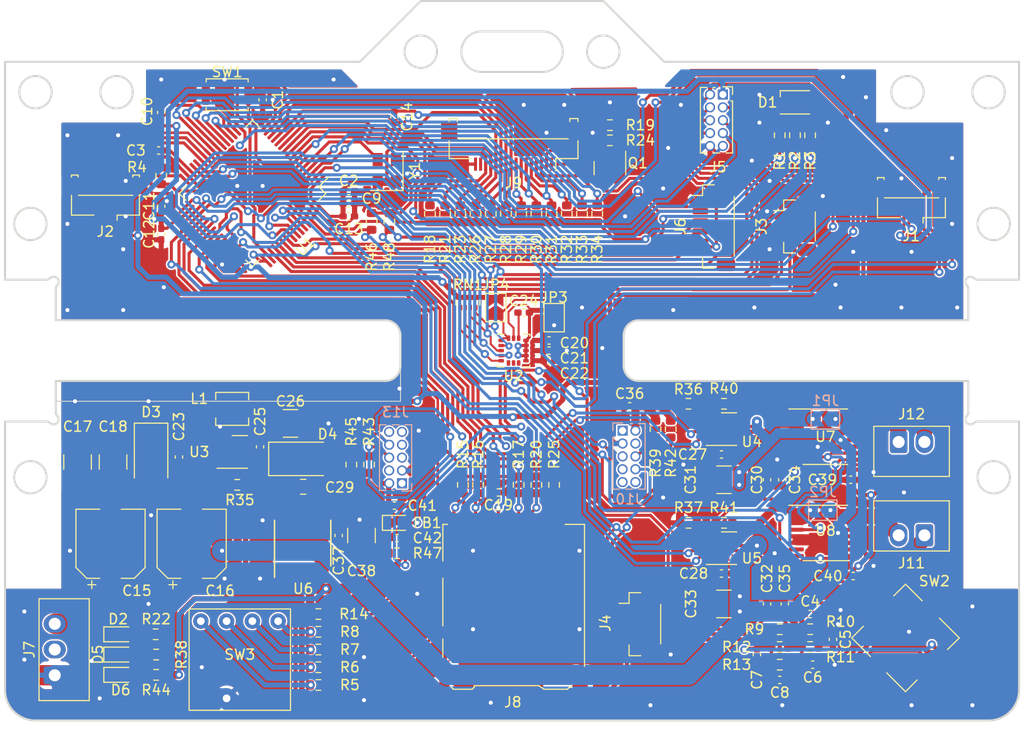
<source format=kicad_pcb>
(kicad_pcb (version 20211014) (generator pcbnew)
  (layers (0 "F.Cu" signal) (31 "B.Cu" signal) (34 "B.Paste" user) (35 "F.Paste" user) (36 "B.SilkS" user "B.Silkscreen") (37 "F.SilkS" user "F.Silkscreen") (38 "B.Mask" user) (39 "F.Mask" user) (44 "Edge.Cuts" user))
  (net 0 "")
  (net 1 "GND")
  (net 2 "Net-(C1-Pad2)")
  (net 3 "+3V3")
  (net 4 "Net-(C3-Pad2)")
  (net 5 "+3.3VA")
  (net 6 "GNDA")
  (net 7 "+BATT")
  (net 8 "+5V")
  (net 9 "SW_tact")
  (net 10 "Net-(C5-Pad1)")
  (net 11 "Net-(D1-Pad2)")
  (net 12 "Net-(D1-Pad3)")
  (net 13 "Net-(D1-Pad4)")
  (net 14 "Net-(D2-Pad2)")
  (net 15 "Net-(D5-Pad2)")
  (net 16 "Net-(D6-Pad2)")
  (net 17 "Net-(C6-Pad1)")
  (net 18 "Net-(C7-Pad1)")
  (net 19 "Net-(C8-Pad1)")
  (net 20 "Net-(C24-Pad1)")
  (net 21 "Net-(C25-Pad2)")
  (net 22 "Net-(C27-Pad2)")
  (net 23 "Net-(C28-Pad2)")
  (net 24 "Net-(C20-Pad2)")
  (net 25 "Sidesensor1")
  (net 26 "Net-(C24-Pad2)")
  (net 27 "Sidesensor2")
  (net 28 "UART5_TX")
  (net 29 "UART5_RX")
  (net 30 "I2C1_SDA")
  (net 31 "I2C1_SCL")
  (net 32 "SPI2_MOSI")
  (net 33 "SPI2_SCK")
  (net 34 "Output1")
  (net 35 "SPI2_MISO")
  (net 36 "Output2")
  (net 37 "SWO")
  (net 38 "TCK")
  (net 39 "TMS")
  (net 41 "Net-(J8-Pad1)")
  (net 42 "CS_MSD")
  (net 43 "SPI3_MOSI")
  (net 44 "SPI3_SCK")
  (net 45 "SPI3_MISO")
  (net 46 "Net-(J8-Pad8)")
  (net 47 "SW_MSD")
  (net 48 "ADC1_IN14")
  (net 49 "ADC1_IN7")
  (net 50 "ADC1_IN6")
  (net 51 "ADC1_IN5")
  (net 52 "ADC1_IN4")
  (net 53 "Net-(J11-Pad1)")
  (net 54 "ADC1_IN3")
  (net 55 "Net-(J12-Pad1)")
  (net 56 "Net-(J12-Pad2)")
  (net 57 "ADC1_IN2")
  (net 58 "ADC1_IN1")
  (net 59 "Net-(L1-Pad1)")
  (net 60 "Net-(Q1-Pad1)")
  (net 61 "Net-(R4-Pad2)")
  (net 62 "ADC1_IN0")
  (net 63 "ADC1_IN13")
  (net 64 "ADC1_IN12")
  (net 65 "ADC1_IN11")
  (net 66 "/Rotary1")
  (net 67 "/Rotary2")
  (net 68 "/Rotary3")
  (net 69 "/Rotary4")
  (net 72 "Net-(U1-Pad5)")
  (net 75 "TIM5_CH1")
  (net 77 "TIM5_CH2")
  (net 80 "Net-(J11-Pad2)")
  (net 94 "TIM4_CH1")
  (net 95 "Net-(JP1-Pad2)")
  (net 96 "Net-(JP2-Pad2)")
  (net 98 "TIM4_CH2")
  (net 105 "LED1")
  (net 106 "LED2")
  (net 107 "LED3")
  (net 108 "TIM2_CH1")
  (net 109 "Net-(R35-Pad1)")
  (net 110 "Net-(R36-Pad2)")
  (net 111 "Net-(R37-Pad2)")
  (net 112 "Net-(R40-Pad1)")
  (net 113 "Net-(R41-Pad1)")
  (net 114 "CS_IMU")
  (net 115 "Input2")
  (net 116 "Input1")
  (net 117 "TIM1_CH1")
  (net 118 "TIM1_CH2")
  (net 119 "TIM1_CH3")
  (net 120 "TIM1_CH4")
  (net 124 "Net-(J9-Pad2)")
  (net 125 "SW_rotary")
  (footprint "Resistor_SMD:R_0603_1608Metric" (layer "F.Cu") (at 149.5 97 90)
    (fp_text reference "R30")
    (fp_text value "R")
  )
  (footprint "Connector_Card:microSD_HC_Hirose_DM3AT-SF-PEJM5" (layer "F.Cu") (at 147.25 135.535)
    (fp_text reference "J8")
    (fp_text value "Micro_SD_Card_Det")
  )
  (footprint "Jumper:SolderJumper-2_P1.3mm_Open_TrianglePad1.0x1.5mm" (layer "F.Cu") (at 145.5 106.25 90)
    (fp_text reference "JP4")
    (fp_text value "Jumper_2_Open")
  )
  (footprint "Capacitor_SMD:C_1210_3225Metric_Pad1.33x2.70mm_HandSolder" (layer "F.Cu") (at 125.25 117.6875)
    (fp_text reference "C26")
    (fp_text value "47μ")
  )
  (footprint "Resistor_SMD:R_0603_1608Metric" (layer "F.Cu") (at 139 97 90)
    (fp_text reference "R18")
    (fp_text value "R")
  )
  (footprint "Resistor_SMD:R_0603_1608Metric" (layer "F.Cu") (at 161.25 118.25 -90)
    (fp_text reference "R39")
    (fp_text value "10k")
  )
  (footprint "Inductor_SMD:L_Vishay_IHLP-1212" (layer "F.Cu") (at 119.5 116.25)
    (fp_text reference "L1")
    (fp_text value "2.2μ(IHLP1212BZER2R2M11)")
  )
  (footprint "Connector_PinSocket_1.27mm:PinSocket_2x05_P1.27mm_Vertical" (layer "F.Cu") (at 167.895 85.225)
    (fp_text reference "J5")
    (fp_text value "general")
  )
  (footprint "Resistor_SMD:R_0603_1608Metric" (layer "F.Cu") (at 148 97 90)
    (fp_text reference "R29")
    (fp_text value "R")
  )
  (footprint "Capacitor_SMD:C_0402_1005Metric_Pad0.74x0.62mm_HandSolder" (layer "F.Cu") (at 174 135.5 -90)
    (fp_text reference "C35")
    (fp_text value "0.1μ")
  )
  (footprint "Resistor_SMD:R_0603_1608Metric" (layer "F.Cu") (at 112.5 93.25 -90)
    (fp_text reference "R4")
    (fp_text value "10k")
  )
  (footprint "Capacitor_SMD:C_0402_1005Metric_Pad0.74x0.62mm_HandSolder" (layer "F.Cu") (at 135.75 129)
    (fp_text reference "C42")
    (fp_text value "1μ")
  )
  (footprint "Capacitor_SMD:C_0402_1005Metric_Pad0.74x0.62mm_HandSolder" (layer "F.Cu") (at 148.25 106.75)
    (fp_text reference "C24")
    (fp_text value "0.47μ")
  )
  (footprint "Resistor_SMD:R_0603_1608Metric" (layer "F.Cu") (at 133.25 97.75 -90)
    (fp_text reference "R46")
    (fp_text value "4.7k")
  )
  (footprint "Resistor_SMD:R_0603_1608Metric" (layer "F.Cu") (at 173.5 138 180)
    (fp_text reference "R9")
    (fp_text value "4.7k")
  )
  (footprint "Capacitor_SMD:C_1210_3225Metric_Pad1.33x2.70mm_HandSolder" (layer "F.Cu") (at 132.25 128.75 90)
    (fp_text reference "C38")
    (fp_text value "47μ")
  )
  (footprint "Capacitor_SMD:C_0805_2012Metric_Pad1.18x1.45mm_HandSolder" (layer "F.Cu") (at 126.5 123.9375)
    (fp_text reference "C29")
    (fp_text value "22μ")
  )
  (footprint "Capacitor_SMD:C_0402_1005Metric_Pad0.74x0.62mm_HandSolder" (layer "F.Cu") (at 122.5 85.75 90)
    (fp_text reference "C1")
    (fp_text value "0.1μ")
  )
  (footprint "Package_SO:HTSSOP-16-1EP_4.4x5mm_P0.65mm_EP3.4x5mm" (layer "F.Cu") (at 126.5 129.5 90)
    (fp_text reference "U6")
    (fp_text value "LT1963AEFE-3.3")
  )
  (footprint "robot_contest:FR01FR16P-S" (layer "F.Cu") (at 120.25 141)
    (fp_text reference "SW3")
    (fp_text value "FR01FR16P-S")
  )
  (footprint "robot_contest:Molex_FFC_1x4-1MP_P0.5mm_Horizontal" (layer "F.Cu") (at 186.4875 96.375 180)
    (fp_text reference "J1")
    (fp_text value "Sidesensor1")
  )
  (footprint "LED_SMD:LED_0603_1608Metric_Pad1.05x0.95mm_HandSolder" (layer "F.Cu") (at 108.5 138.5)
    (fp_text reference "D2")
    (fp_text value "Red(OSHR1608)")
  )
  (footprint "Resistor_SMD:R_0603_1608Metric" (layer "F.Cu") (at 173.5 139.75 180)
    (fp_text reference "R12")
    (fp_text value "5.1k")
  )
  (footprint "Connector_JST:JST_SH_BM04B-SRSS-TB_1x04-1MP_P1.00mm_Vertical" (layer "F.Cu") (at 159.75 137.5 -90)
    (fp_text reference "J4")
    (fp_text value "I2C")
  )
  (footprint "Capacitor_SMD:C_0402_1005Metric_Pad0.74x0.62mm_HandSolder" (layer "F.Cu") (at 131 97.25)
    (fp_text reference "C13")
    (fp_text value "0.1μ")
  )
  (footprint "Resistor_SMD:R_0603_1608Metric" (layer "F.Cu") (at 145 97 90)
    (fp_text reference "R27")
    (fp_text value "R")
  )
  (footprint "Resistor_SMD:R_0603_1608Metric" (layer "F.Cu") (at 135.75 130.5)
    (fp_text reference "R47")
    (fp_text value "0")
  )
  (footprint "Resistor_SMD:R_0603_1608Metric" (layer "F.Cu") (at 131.25 121.75 90)
    (fp_text reference "R45")
    (fp_text value "10k")
  )
  (footprint "Resistor_SMD:R_0603_1608Metric" (layer "F.Cu") (at 147.75 123.75 -90)
    (fp_text reference "R17")
    (fp_text value "51k")
  )
  (footprint "Capacitor_SMD:C_0402_1005Metric_Pad0.74x0.62mm_HandSolder" (layer "F.Cu") (at 130 128.75 90)
    (fp_text reference "C37")
    (fp_text value "22μ")
  )
  (footprint "Resistor_SMD:R_0603_1608Metric" (layer "F.Cu") (at 176.5 138)
    (fp_text reference "R10")
    (fp_text value "2k")
  )
  (footprint "Resistor_SMD:R_0603_1608Metric" (layer "F.Cu") (at 146.5 97 90)
    (fp_text reference "R28")
    (fp_text value "R")
  )
  (footprint "robot_contest:DFN-8-1EP_3x3mm_P0.5mm_EP1.65x2.38mm" (layer "F.Cu") (at 119.5 120.5)
    (fp_text reference "U3")
    (fp_text value "LTC3624EDD-25#PBF")
  )
  (footprint "Capacitor_SMD:C_1210_3225Metric_Pad1.33x2.70mm_HandSolder" (layer "F.Cu") (at 168 135.5)
    (fp_text reference "C33")
    (fp_text value "47μ")
  )
  (footprint "LED_SMD:LED_0603_1608Metric_Pad1.05x0.95mm_HandSolder" (layer "F.Cu") (at 108.5 140.5)
    (fp_text reference "D5")
    (fp_text value "Yellow(OSYL1608)")
  )
  (footprint "Capacitor_SMD:C_0402_1005Metric_Pad0.74x0.62mm_HandSolder" (layer "F.Cu") (at 122.25 120 -90)
    (fp_text reference "C25")
    (fp_text value "2.2μ")
  )
  (footprint "Resistor_SMD:R_0603_1608Metric" (layer "F.Cu") (at 112 140.5)
    (fp_text reference "R38")
    (fp_text value "10k")
  )
  (footprint "Resistor_SMD:R_0603_1608Metric" (layer "F.Cu") (at 143.5 97 90)
    (fp_text reference "R26")
    (fp_text value "R")
  )
  (footprint "Diode_SMD:D_SMA" (layer "F.Cu") (at 111.5 121.0625 -90)
    (fp_text reference "D3")
    (fp_text value "3SMBJ5930B-TP")
  )
  (footprint "Capacitor_SMD:CP_Elec_6.3x7.7" (layer "F.Cu") (at 107.5 129.5625 90)
    (fp_text reference "C15")
    (fp_text value "100μ")
  )
  (footprint "Package_QFP:LQFP-64_10x10mm_P0.5mm" (layer "F.Cu") (at 121.5 95 -135)
    (fp_text reference "U1")
    (fp_text value "STM32F446RE")
  )
  (footprint "Package_DFN_QFN:DFN-12-1EP_3x3mm_P0.5mm_EP1.6x2.5mm" (layer "F.Cu") (at 167.75 130)
    (fp_text reference "U5")
    (fp_text value "MAX22201ATC+")
  )
  (footprint "robot_contest:Molex_mini-SPOX_1x02_P2.54mm_Vertical" (layer "F.Cu") (at 185.23 119.52)
    (fp_text reference "J12")
    (fp_text value "Motor1")
  )
  (footprint "Capacitor_SMD:C_1210_3225Metric_Pad1.33x2.70mm_HandSolder" (layer "F.Cu") (at 107.75 121.5 -90)
    (fp_text reference "C18")
    (fp_text value "47μ")
  )
  (footprint "Capacitor_SMD:C_0402_1005Metric_Pad0.74x0.62mm_HandSolder" (layer "F.Cu") (at 180.5 123.25)
    (fp_text reference "C39")
    (fp_text value "0.1μ")
  )
  (footprint "Resistor_SMD:R_0603_1608Metric" (layer "F.Cu") (at 168 115.75 180)
    (fp_text reference "R40")
    (fp_text value "10k")
  )
  (footprint "Resistor_SMD:R_0603_1608Metric" (layer "F.Cu") (at 142.25 123.75 -90)
    (fp_text reference "R15")
    (fp_text value "22k")
  )
  (footprint "Resistor_SMD:R_0603_1608Metric" (layer "F.Cu") (at 173.5 89.25 -90)
    (fp_text reference "R1")
    (fp_text value "680")
  )
  (footprint "Resistor_SMD:R_0603_1608Metric" (layer "F.Cu") (at 135 97.75 -90)
    (fp_text reference "R48")
    (fp_text value "4.7k")
  )
  (footprint "Resistor_SMD:R_0603_1608Metric" (layer "F.Cu") (at 128 138.25)
    (fp_text reference "R8")
    (fp_text value "3k")
  )
  (footprint "Capacitor_SMD:C_0402_1005Metric_Pad0.74x0.62mm_HandSolder" (layer "F.Cu") (at 176.75 141.5)
    (fp_text reference "C6")
    (fp_text value "0.1μ")
  )
  (footprint "robot_contest:SKRHAAE010" (layer "F.Cu") (at 186.25 139)
    (fp_text reference "SW2")
    (fp_text value "SKRHABE010")
  )
  (footprint "Crystal:Crystal_SMD_EuroQuartz_MT-4Pin_3.2x2.5mm" (layer "F.Cu") (at 134.75 92.75 90)
    (fp_text reference "Y1")
    (fp_text value "ECS-2520S33-120-FN-TR")
  )
  (footprint "Resistor_SMD:R_0603_1608Metric" (layer "F.Cu") (at 154 97 90)
    (fp_text reference "R33")
    (fp_text value "R")
  )
  (footprint "Button_Switch_SMD:SW_Push_SPST_NO_Alps_SKRK" (layer "F.Cu") (at 119 85.25 180)
    (fp_text reference "SW1")
    (fp_text value "TVAF06-A020B-R")
  )
  (footprint "Package_DFN_QFN:DFN-12-1EP_3x3mm_P0.5mm_EP1.6x2.5mm" (layer "F.Cu") (at 167.75 118.25)
    (fp_text reference "U4")
    (fp_text value "MAX22201ATC+")
  )
  (footprint "Resistor_SMD:R_0603_1608Metric" (layer "F.Cu") (at 162.75 118.25 -90)
    (fp_text reference "R42")
    (fp_text value "10k")
  )
  (footprint "Capacitor_SMD:C_0402_1005Metric_Pad0.74x0.62mm_HandSolder" (layer "F.Cu") (at 167.75 132.5)
    (fp_text reference "C28")
    (fp_text value "1μ")
  )
  (footprint "Connector_JST:JST_SH_BM06B-SRSS-TB_1x06-1MP_P1.00mm_Vertical" (layer "F.Cu") (at 167 98.25 -90)
    (fp_text reference "J6")
    (fp_text value "ST-Link")
  )
  (footprint "Resistor_SMD:R_0603_1608Metric" (layer "F.Cu") (at 156.75 89.75 180)
    (fp_text reference "R24")
    (fp_text value "47k")
  )
  (footprint "LED_SMD:LED_0603_1608Metric_Pad1.05x0.95mm_HandSolder" (layer "F.Cu") (at 108.5 142.5)
    (fp_text reference "D6")
    (fp_text value "Blue(OSBL1608)")
  )
  (footprint "Capacitor_SMD:C_1210_3225Metric_Pad1.33x2.70mm_HandSolder" (layer "F.Cu") (at 168 123.25)
    (fp_text reference "C31")
    (fp_text value "47μ")
  )
  (footprint "Resistor_SMD:R_0603_1608Metric" (layer "F.Cu") (at 175 89.25 -90)
    (fp_text reference "R2")
    (fp_text value "680")
  )
  (footprint "Capacitor_SMD:C_0402_1005Metric_Pad0.74x0.62mm_HandSolder" (layer "F.Cu") (at 150.75 111.5)
    (fp_text reference "C22")
    (fp_text value "2.2μ")
  )
  (footprint "Resistor_SMD:R_0603_1608Metric" (layer "F.Cu") (at 149.5 123.75 -90)
    (fp_text reference "R20")
    (fp_text value "22k")
  )
  (footprint "Resistor_SMD:R_0603_1608Metric" (layer "F.Cu") (at 120 123.75)
    (fp_text reference "R35")
    (fp_text value "10k")
  )
  (footprint "Diode_SMD:D_0603_1608Metric" (layer "F.Cu") (at 135.8 127.5)
    (fp_text reference "FB1")
    (fp_text value "BLM18PG331SN1D")
  )
  (footprint "Package_SO:TSSOP-16_4.4x5mm_P0.65mm" (layer "F.Cu") (at 178 119)
    (fp_text reference "U7")
    (fp_text value "INA260")
  )
  (footprint "Resistor_SMD:R_0603_1608Metric" (layer "F.Cu") (at 143.75 123.75 -90)
    (fp_text reference "R16")
    (fp_text value "51k")
  )
  (footprint "Resistor_SMD:R_0603_1608Metric" (layer "F.Cu") (at 111.95 138.5)
    (fp_text reference "R22")
    (fp_text value "10k")
  )
  (footprint "Capacitor_SMD:C_0402_1005Metric_Pad0.74x0.62mm_HandSolder" (layer "F.Cu") (at 114.25 121 -90)
    (fp_text reference "C23")
    (fp_text value "10μ")
  )
  (footprint "Resistor_SMD:R_0603_1608Metric" (layer "F.Cu") (at 128 141.75)
    (fp_text reference "R6")
    (fp_text value "9.76k")
  )
  (footprint "Capacitor_SMD:C_0402_1005Metric_Pad0.74x0.62mm_HandSolder" (layer "F.Cu") (at 135.5 125.8)
    (fp_text reference "C41")
    (fp_text value "0.1μ")
  )
  (footprint "Capacitor_SMD:C_0402_1005Metric_Pad0.74x0.62mm_HandSolder" (layer "F.Cu") (at 173.75 123.25 -90)
    (fp_text reference "C34")
    (fp_text value "0.1μ")
  )
  (footprint "Resistor_SMD:R_0603_1608Metric" (layer "F.Cu") (at 140.5 97 90)
    (fp_text reference "R21")
    (fp_text value "R")
  )
  (footprint "Capacitor_SMD:C_0402_1005Metric_Pad0.74x0.62mm_HandSolder" (layer "F.Cu") (at 150.75 110.5)
    (fp_text reference "C21")
    (fp_text value "0.1μ")
  )
  (footprint "Resistor_SMD:R_0603_1608Metric" (layer "F.Cu") (at 168 127.5 180)
    (fp_text reference "R41")
    (fp_text value "10k")
  )
  (footprint "Diode_SMD:D_SMA" (layer "F.Cu") (at 126.5 121.1875)
    (fp_text reference "D4")
    (fp_text value "3SMBJ5920B-TP")
  )
  (footprint "Resistor_SMD:R_0603_1608Metric" (layer "F.Cu") (at 128 143.5)
    (fp_text reference "R5")
    (fp_text value "40.2k")
  )
  (footprint "robot_contest:Molex_mini-SPOX_1x02_P2.54mm_Vertical" (layer "F.Cu") (at 187.77 128.73 180)
    (fp_text reference "J11")
    (fp_text value "Motor2")
  )
  (footprint "Package_SO:TSSOP-16_4.4x5mm_P0.65mm" (layer "F.Cu") (at 178 128.5)
    (fp_text reference "U8")
    (fp_text value "INA260")
  )
  (footprint "Resistor_SMD:R_0603_1608Metric" (layer "F.Cu") (at 128 140)
    (fp_text reference "R7")
    (fp_text value "6.2k")
  )
  (footprint "Capacitor_SMD:C_0402_1005Metric_Pad0.74x0.62mm_HandSolder" (layer "F.Cu") (at 158.7 116 180)
    (fp_text reference "C36")
    (fp_text value "0.1μ")
  )
  (footprint "Resistor_SMD:R_0603_1608Metric" (layer "F.Cu") (at 151 97 90)
    (fp_text reference "R31")
    (fp_text value "R")
  )
  (footprint "Capacitor_SMD:C_0402_1005Metric_Pad0.74x0.62mm_HandSolder" (layer "F.Cu") (at 178.75 139 90)
    (fp_text reference "C5")
    (fp_text value "0.1μ")
  )
  (footprint "Capacitor_SMD:C_0402_1005Metric_Pad0.74x0.62mm_HandSolder" (layer "F.Cu") (at 112.5 99 -90)
    (fp_text reference "C12")
    (fp_text value "0.1μ")
  )
  (footprint "LED_SMD:LED_Cree-PLCC4_2x2mm_CW" (layer "F.Cu") (at 175 86)
    (fp_text reference "D1")
    (fp_text value "OSTB0603C1C-A")
  )
  (footprint "Resistor_SMD:R_0603_1608Metric" (layer "F.Cu") (at 156.75 88.25)
    (fp_text reference "R19")
    (fp_text value "70")
  )
  (footprint "Resistor_SMD:R_0603_1608Metric" (layer "F.Cu") (at 176.5 139.75 180)
    (fp_text reference "R11")
    (fp_text value "3.3k")
  )
  (footprint "Capacitor_SMD:C_0402_1005Metric_Pad0.74x0.62mm_HandSolder" (layer "F.Cu") (at 135.5 87.4325 -90)
    (fp_text reference "C14")
    (fp_text value "0.1μ")
  )
  (footprint "Package_LGA:LGA-16_3x3mm_P0.5mm_LayoutBorder3x5y" (layer "F.Cu") (at 147.25 110.5)
    (fp_text reference "U2")
    (fp_text value "ICM-20608")
  )
  (footprint "Capacitor_SMD:C_0402_1005Metric_Pad0.74x0.62mm_HandSolder" (layer "F.Cu") (at 167.75 120.75)
    (fp_text reference "C27")
    (fp_text value "1μ")
  )
  (footprint "Resistor_SMD:R_0603_1608Metric" (layer "F.Cu") (at 164.5 127.5)
    (fp_text reference "R37")
    (fp_text value "14k")
  )
  (footprint "Capacitor_SMD:C_0402_1005Metric_Pad0.74x0.62mm_HandSolder" (layer "F.Cu") (at 131 96)
    (fp_text reference "C9")
    (fp_text value "1μ")
  )
  (footprint "robot_contest:Molex_mini-SPOX_1x03_P2.54mm_Vertical" (layer "F.Cu") (at 102 142.54 90)
    (fp_text reference "J7")
    (fp_text value "BATT_IN")
  )
  (footprint "Resistor_SMD:R_0603_1608Metric" (layer "F.Cu") (at 128 136.5 180)
    (fp_text reference "R14")
    (fp_text value "4.7k")
  )
  (footprint "Capacitor_SMD:C_0402_1005Metric_Pad0.74x0.62mm_HandSolder" (layer "F.Cu") (at 112.25 90.75)
    (fp_text reference "C3")
    (fp_text value "2.2μ")
  )
  (footprint "Capacitor_SMD:C_0402_1005Metric_Pad0.74x0.62mm_HandSolder" (layer "F.Cu") (at 172.25 135.5 -90)
    (fp_text reference "C32")
    (fp_text value "0.1μ")
  )
  (footprint "robot_contest:Molex_1x16_P0.50mm_Horizontal" (layer "F.Cu") (at 147.25 90.25 180)
    (fp_text reference "J9")
    (fp_text value "Linesensor")
  )
  (footprint "Connector_JST:JST_SH_BM03B-SRSS-TB_1x03-1MP_P1.00mm_Vertical" (layer "F.Cu") (at 175 98.25 -90)
    (fp_text reference "J3")
    (fp_text value "UART")
  )
  (footprint "Resistor_SMD:R_0603_1608Metric" (layer "F.Cu") (at 155.5 97 90)
    (fp_text reference "R34")
    (fp_text value "R")
  )
  (footprint "Capacitor_SMD:C_0402_1005Metric_Pad0.74x0.62mm_HandSolder" (layer "F.Cu") (at 176.5 136.5)
    (fp_text reference "C4")
    (fp_text value "0.1μ")
  )
  (footprint "Resistor_SMD:R_0603_1608Metric" (layer "F.Cu") (at 151.25 123.75 -90)
    (fp_text reference "R25")
    (fp_text value "22k")
  )
  (footprint "Resistor_SMD:R_0603_1608Metric" (layer "F.Cu") (at 112 142.5)
    (fp_text reference "R44")
    (fp_text value "10k")
  )
  (footprint "Capacitor_SMD:C_0402_1005Metric_Pad0.74x0.62mm_HandSolder" (layer "F.Cu") (at 112.5 87 90)
    (fp_text reference "C10")
    (fp_text value "0.1μ")
  )
  (footprint "Capacitor_SMD:C_0402_1005Metric_Pad0.74x0.62mm_HandSolder" (layer "F.Cu") (at 173.5 143 180)
    (fp_text reference "C8")
    (fp_text value "0.1μ")
  )
  (footprint "Resistor_SMD:R_0603_1608Metric" (layer "F.Cu") (at 142 97 90)
    (fp_text reference "R23")
    (fp_text value "R")
  )
  (footprint "Jumper:SolderJumper-2_P1.3mm_Open_TrianglePad1.0x1.5mm" (layer "F.Cu") (at 151.25 107.25 90)
    (fp_text reference "JP3")
    (fp_text value "Jumper_2_Open")
  )
  (footprint "Resistor_SMD:R_0603_1608Metric" (layer "F.Cu") (at 164.5 115.75)
    (fp_text reference "R36")
    (fp_text value "14k")
  )
  (footprint "Capacitor_SMD:C_0402_1005Metric_Pad0.74x0.62mm_HandSolder" (layer "F.Cu") (at 150.75 109.5)
    (fp_text reference "C20")
    (fp_text value "0.01μ")
  )
  (footprint "Package_TO_SOT_SMD:SOT-23" (layer "F.Cu") (at 156.75 92.5 -90)
    (fp_text reference "Q1")
    (fp_text value "IRLML6344")
  )
  (footprint "Resistor_SMD:R_0603_1608Metric" (layer "F.Cu") (at 173.5 141.5)
    (fp_text reference "R13")
    (fp_text value "10k")
  )
  (footprint "Resistor_SMD:R_0603_1608Metric" (layer "F.Cu") (at 133 121.75 90)
    (fp_text reference "R43")
    (fp_text value "10k")
  )
  (footprint "Resistor_SMD:R_0603_1608Metric" (layer "F.Cu") (at 176.5 89.25 -90)
    (fp_text reference "R3")
    (fp_text value "680")
  )
  (footprint "Capacitor_SMD:C_0402_1005Metric_Pad0.74x0.62mm_HandSolder" (layer "F.Cu") (at 172.25 123.25 -90)
    (fp_text reference "C30")
    (fp_text value "0.1μ")
  )
  (footprint "Resistor_SMD:R_0603_1608Metric" (layer "F.Cu") (at 152.5 97 90)
    (fp_text reference "R32")
    (fp_text value "R")
  )
  (footprint "robot_contest:Molex_FFC_1x4-1MP_P0.5mm_Horizontal" (layer "F.Cu") (at 107 96.125 180)
    (fp_text reference "J2")
    (fp_text value "Sidesensor2")
  )
  (footprint "Capacitor_SMD:C_0402_1005Metric_Pad0.74x0.62mm_HandSolder" (layer "F.Cu") (at 112.5 96.25 90)
    (fp_text reference "C11")
    (fp_text value "0.1μ")
  )
  (footprint "Capacitor_SMD:C_0402_1005Metric_Pad0.74x0.62mm_HandSolder" (layer "F.Cu") (at 180.75 132.75)
    (fp_text reference "C40")
    (fp_text value "0.1μ")
  )
  (footprint "Capacitor_SMD:CP_Elec_6.3x7.7" (layer "F.Cu") (at 115.5 129.5625 90)
    (fp_text reference "C16")
    (fp_text value "100μ")
  )
  (footprint "Capacitor_SMD:C_1210_3225Metric_Pad1.33x2.70mm_HandSolder" (layer "F.Cu") (at 104.25 121.5 -90)
    (fp_text reference "C17")
    (fp_text value "47μ")
  )
  (footprint "Capacitor_SMD:C_0402_1005Metric_Pad0.74x0.62mm_HandSolder" (layer "F.Cu") (at 145.75 124.5 180)
    (fp_text reference "C19")
    (fp_text value "1μ")
  )
  (footprint "Capacitor_SMD:C_0402_1005Metric_Pad0.74x0.62mm_HandSolder" (layer "F.Cu") (at 131 94.75)
    (fp_text reference "C2")
    (fp_text value "0.01μ")
  )
  (footprint "Capacitor_SMD:C_0402_1005Metric_Pad0.74x0.62mm_HandSolder" (layer "F.Cu") (at 171.25 140.5 -90)
    (fp_text reference "C7")
    (fp_text value "0.1μ")
  )
  (footprint "Resistor_SMD:R_Array_Convex_4x0402" (layer "F.Cu") (at 142.75 105.75 90)
    (fp_text reference "RN1")
    (fp_text value "4.7k")
  )
  (footprint "Jumper:SolderJumper-2_P1.3mm_Open_TrianglePad1.0x1.5mm" (layer "B.Cu") (at 178 117.25 180)
    (fp_text reference "JP1")
    (fp_text value "Jumper_2_Open")
  )
  (footprint "Connector_PinSocket_1.27mm:PinSocket_2x05_P1.27mm_Vertical" (layer "B.Cu") (at 158 118.4 180)
    (fp_text reference "J10")
    (fp_text value "Enc1")
  )
  (footprint "Connector_PinSocket_1.27mm:PinSocket_2x05_P1.27mm_Vertical" (layer "B.Cu") (at 136.25 123.6)
    (fp_text reference "J13")
    (fp_text value "Enc2")
  )
  (footprint "Jumper:SolderJumper-2_P1.3mm_Open_TrianglePad1.0x1.5mm" (layer "B.Cu") (at 177.75 126.25 180)
    (fp_text reference "JP2")
    (fp_text value "Jumper_2_Open")
  )
  (gr_circle (center 194.6 98) (end 193 98) (layer "Edge.Cuts") (width 0.2) (fill none))
  (gr_line (start 102.1 113.5) (end 102.1 116.585822) (layer "Edge.Cuts") (width 0.2))
  (gr_line (start 97.1 82) (end 97.1 103.5) (layer "Edge.Cuts") (width 0.2))
  (gr_line (start 136.1 115.5) (end 102 115.5) (layer "Edge.Cuts") (width 0.1))
  (gr_line (start 159.6 107.5) (end 192.1 107.5) (layer "Edge.Cuts") (width 0.2))
  (gr_line (start 100.1 147) (end 194.1 147) (layer "Edge.Cuts") (width 0.2))
  (gr_arc (start 101.536845 103.356066) (mid 102.241453 103.358547) (end 102.243934 104.063155) (layer "Edge.Cuts") (width 0.2))
  (gr_arc (start 158.1 109) (mid 158.53934 107.93934) (end 159.6 107.5) (layer "Edge.Cuts") (width 0.2))
  (gr_arc (start 191.956066 104.063155) (mid 191.958547 103.358547) (end 192.663155 103.356066) (layer "Edge.Cuts") (width 0.2))
  (gr_circle (center 156.1 81) (end 154.5 81) (layer "Edge.Cuts") (width 0.2) (fill none))
  (gr_arc (start 144.1 83) (mid 142.1 81) (end 144.1 79) (layer "Edge.Cuts") (width 0.2))
  (gr_arc (start 101.536845 103.356066) (mid 101.375516 103.462615) (end 101.185822 103.5) (layer "Edge.Cuts") (width 0.2))
  (gr_arc (start 193.014178 103.5) (mid 192.824484 103.462618) (end 192.663155 103.356066) (layer "Edge.Cuts") (width 0.2))
  (gr_arc (start 101.185822 117.5) (mid 101.375516 117.537382) (end 101.536845 117.643934) (layer "Edge.Cuts") (width 0.2))
  (gr_arc (start 197.1 144) (mid 196.22132 146.12132) (end 194.1 147) (layer "Edge.Cuts") (width 0.2))
  (gr_line (start 134.6 113.5) (end 102.1 113.5) (layer "Edge.Cuts") (width 0.2))
  (gr_line (start 102.1 107.5) (end 134.6 107.5) (layer "Edge.Cuts") (width 0.2))
  (gr_line (start 97.1 117.5) (end 97.1 144) (layer "Edge.Cuts") (width 0.2))
  (gr_arc (start 100.1 147) (mid 97.97868 146.12132) (end 97.1 144) (layer "Edge.Cuts") (width 0.2))
  (gr_line (start 101.185822 117.5) (end 97.1 117.5) (layer "Edge.Cuts") (width 0.2))
  (gr_circle (center 194.1 85) (end 192.5 85) (layer "Edge.Cuts") (width 0.2) (fill none))
  (gr_circle (center 108.1 85) (end 106.5 85) (layer "Edge.Cuts") (width 0.2) (fill none))
  (gr_line (start 197.1 144) (end 197.1 117.5) (layer "Edge.Cuts") (width 0.2))
  (gr_arc (start 192.1 116.585822) (mid 192.062618 116.775516) (end 191.956066 116.936845) (layer "Edge.Cuts") (width 0.2))
  (gr_line (start 136.1 109) (end 136.1 112) (layer "Edge.Cuts") (width 0.2))
  (gr_line (start 197.1 117.5) (end 193.014178 117.5) (layer "Edge.Cuts") (width 0.2))
  (gr_circle (center 100.1 85) (end 98.5 85) (layer "Edge.Cuts") (width 0.2) (fill none))
  (gr_arc (start 136.1 112) (mid 135.66066 113.06066) (end 134.6 113.5) (layer "Edge.Cuts") (width 0.2))
  (gr_arc (start 159.6 113.5) (mid 158.53934 113.06066) (end 158.1 112) (layer "Edge.Cuts") (width 0.2))
  (gr_arc (start 192.663155 117.643934) (mid 191.958547 117.641453) (end 191.956066 116.936845) (layer "Edge.Cuts") (width 0.2))
  (gr_line (start 192.1 107.5) (end 192.1 104.414178) (layer "Edge.Cuts") (width 0.2))
  (gr_arc (start 134.6 107.5) (mid 135.66066 107.93934) (end 136.1 109) (layer "Edge.Cuts") (width 0.2))
  (gr_line (start 150.1 83) (end 144.1 83) (layer "Edge.Cuts") (width 0.2))
  (gr_line (start 132.1 82) (end 97.1 82) (layer "Edge.Cuts") (width 0.2))
  (gr_line (start 97.1 103.5) (end 101.185822 103.5) (layer "Edge.Cuts") (width 0.2))
  (gr_line (start 158.1 112) (end 158.1 109) (layer "Edge.Cuts") (width 0.2))
  (gr_line (start 193.014178 103.5) (end 197.1 103.5) (layer "Edge.Cuts") (width 0.2))
  (gr_circle (center 99.6 123) (end 98 123) (layer "Edge.Cuts") (width 0.2) (fill none))
  (gr_arc (start 102.243934 116.936845) (mid 102.241453 117.641453) (end 101.536845 117.643934) (layer "Edge.Cuts") (width 0.2))
  (gr_line (start 192.1 116.585822) (end 192.1 113.5) (layer "Edge.Cuts") (width 0.2))
  (gr_line (start 156.1 76) (end 138.1 76) (layer "Edge.Cuts") (width 0.2))
  (gr_circle (center 186.1 85) (end 184.5 85) (layer "Edge.Cuts") (width 0.2) (fill none))
  (gr_line (start 197.1 103.5) (end 197.1 82) (layer "Edge.Cuts") (width 0.2))
  (gr_arc (start 150.1 79) (mid 152.1 81) (end 150.1 83) (layer "Edge.Cuts") (width 0.2))
  (gr_line (start 144.1 79) (end 150.1 79) (layer "Edge.Cuts") (width 0.2))
  (gr_arc (start 192.663155 117.643934) (mid 192.824484 117.537385) (end 193.014178 117.5) (layer "Edge.Cuts") (width 0.2))
  (gr_line (start 136.1 110.5) (end 136.1 115.5) (layer "Edge.Cuts") (width 0.1))
  (gr_line (start 192.1 113.5) (end 159.6 113.5) (layer "Edge.Cuts") (width 0.2))
  (gr_line (start 197.1 82) (end 162.1 82) (layer "Edge.Cuts") (width 0.2))
  (gr_line (start 102.1 104.414178) (end 102.1 107.5) (layer "Edge.Cuts") (width 0.2))
  (gr_line (start 138.1 76) (end 132.1 82) (layer "Edge.Cuts") (width 0.2))
  (gr_arc (start 102.1 104.414178) (mid 102.137382 104.224484) (end 102.243934 104.063155) (layer "Edge.Cuts") (width 0.2))
  (gr_line (start 162.1 82) (end 156.1 76) (layer "Edge.Cuts") (width 0.2))
  (gr_arc (start 191.956066 104.063155) (mid 192.062615 104.224484) (end 192.1 104.414178) (layer "Edge.Cuts") (width 0.2))
  (gr_circle (center 99.6 98) (end 98 98) (layer "Edge.Cuts") (width 0.2) (fill none))
  (gr_circle (center 138.1 81) (end 136.5 81) (layer "Edge.Cuts") (width 0.2) (fill none))
  (gr_circle (center 194.6 123) (end 193 123) (layer "Edge.Cuts") (width 0.2) (fill none))
  (gr_arc (start 102.243934 116.936845) (mid 102.137385 116.775516) (end 102.1 116.585822) (layer "Edge.Cuts") (width 0.2))
  (segment (start 158.927618 93.99952) (end 161.49952 93.99952) (width 0.3) (layer "F.Cu") (net 1))
  (segment (start 161.49952 93.99952) (end 162 94.5) (width 0.3) (layer "F.Cu") (net 1))
  (segment (start 124.225 125.725) (end 123.75 125.25) (width 0.4) (layer "F.Cu") (net 1))
  (segment (start 147.01954 145.2505) (end 148.26002 144.01002) (width 0.3) (layer "F.Cu") (net 1))
  (segment (start 132.5 145) (end 129.072862 145) (width 0.3) (layer "F.Cu") (net 1))
  (segment (start 107.7375 97.15) (end 110.7825 97.15) (width 0.3) (layer "F.Cu") (net 1))
  (segment (start 131.89202 95.67548) (end 131.5675 96) (width 0.3) (layer "F.Cu") (net 1))
  (segment (start 112.75 104.25) (end 111 102.5) (width 0.5) (layer "F.Cu") (net 1))
  (segment (start 111.6825 91.6075) (end 112.5 92.425) (width 0.8) (layer "F.Cu") (net 1))
  (segment (start 136.0675 125.581522) (end 137.5 124.149022) (width 0.5) (layer "F.Cu") (net 1))
  (segment (start 166.325 129.75) (end 164 129.75) (width 0.3) (layer "F.Cu") (net 1))
  (segment (start 118.95 144.82) (end 121.18 144.82) (width 0.5) (layer "F.Cu") (net 1))
  (segment (start 140.425 132.11) (end 145.11 132.11) (width 0.3) (layer "F.Cu") (net 1))
  (segment (start 176.77404 129.475) (end 176.52452 129.22548) (width 0.4) (layer "F.Cu") (net 1))
  (segment (start 176.52452 129.22548) (end 175.25 129.22548) (width 1) (layer "F.Cu") (net 1))
  (segment (start 129 125.25) (end 129 126.75) (width 0.8) (layer "F.Cu") (net 1))
  (segment (start 137.5 124.149022) (end 137.5 123.050978) (width 0.5) (layer "F.Cu") (net 1))
  (segment (start 122.25 129.5) (end 122.25 133) (width 0.4) (layer "F.Cu") (net 1))
  (segment (start 179.25 137.9325) (end 178.75 138.4325) (width 0.4) (layer "F.Cu") (net 1))
  (segment (start 118.95 144.82) (end 108.82 144.82) (width 0.5) (layer "F.Cu") (net 1))
  (segment (start 104.25 123.0625) (end 107.75 123.0625) (width 2) (layer "F.Cu") (net 1))
  (segment (start 175.1375 119.325) (end 173.675 119.325) (width 1.5) (layer "F.Cu") (net 1))
  (segment (start 124.225 134.725) (end 124.225 133.249511) (width 0.5) (layer "F.Cu") (net 1))
  (segment (start 180.09952 87.100757) (end 176.749243 83.75048) (width 0.3) (layer "F.Cu") (net 1))
  (segment (start 151 112.5) (end 150.1825 111.6825) (width 0.4) (layer "F.Cu") (net 1))
  (segment (start 155.049502 89) (end 155.799502 89.75) (width 0.3) (layer "F.Cu") (net 1))
  (segment (start 100.04 142.54) (end 102 142.54) (width 2) (layer "F.Cu") (net 1))
  (segment (start 127.5375 123.9375) (end 127.6875 123.9375) (width 0.8) (layer "F.Cu") (net 1))
  (segment (start 181.0675 123.25) (end 182 123.25) (width 0.4) (layer "F.Cu") (net 1))
  (segment (start 150.1825 109.0675) (end 151.25 108) (width 0.2) (layer "F.Cu") (net 1))
  (segment (start 169.682684 130.75) (end 170.25 131.317316) (width 0.3) (layer "F.Cu") (net 1))
  (segment (start 176.575 119.325) (end 175.1375 119.325) (width 0.3) (layer "F.Cu") (net 1))
  (segment (start 145.11 132.11) (end 147.275 132.11) (width 0.3) (layer "F.Cu") (net 1))
  (segment (start 127.6875 123.9375) (end 129 125.25) (width 0.8) (layer "F.Cu") (net 1))
  (segment (start 163.675 129.425) (end 163.675 127.5) (width 0.3) (layer "F.Cu") (net 1))
  (segment (start 174.88927 97.25) (end 179 101.36073) (width 0.5) (layer "F.Cu") (net 1))
  (segment (start 113.9375 123.0625) (end 111.5 123.0625) (width 0.5) (layer "F.Cu") (net 1))
  (segment (start 119.096194 102) (end 118.5 102) (width 0.3) (layer "F.Cu") (net 1))
  (segment (start 111.89048 87.04202) (end 112.5 86.4325) (width 0.3) (layer "F.Cu") (net 1))
  (segment (start 179 101.36073) (end 179 104) (width 0.5) (layer "F.Cu") (net 1))
  (segment (start 163.675 117.175) (end 163.675 115.75) (width 0.5) (layer "F.Cu") (net 1))
  (segment (start 164.75 123.25) (end 166.4375 123.25) (width 0.8) (layer "F.Cu") (net 1))
  (segment (start 155.927138 97) (end 158.927618 93.99952) (width 0.3) (layer "F.Cu") (net 1))
  (segment (start 134.925 132.325) (end 134.925 130.5) (width 0.3) (layer "F.Cu") (net 1))
  (segment (start 120.25 114.25) (end 136 114.25) (width 0.4) (layer "F.Cu") (net 1))
  (segment (start 163.675 119.675) (end 163.675 117.175) (width 0.5) (layer "F.Cu") (net 1))
  (segment (start 152.179133 127.205867) (end 151.575 127.81) (width 0.3) (layer "F.Cu") (net 1))
  (segment (start 173.675 95.805718) (end 173.675 97.25) (width 0.3) (layer "F.Cu") (net 1))
  (segment (start 172.9325 144.6825) (end 173.75 145.5) (width 0.3) (layer "F.Cu") (net 1))
  (segment (start 127.810928 96.714734) (end 129.096194 98) (width 0.3) (layer "F.Cu") (net 1))
  (segment (start 185.5 103.75) (end 184.525489 102.775489) (width 0.5) (layer "F.Cu") (net 1))
  (segment (start 123 133.75) (end 124 133.75) (width 0.4) (layer "F.Cu") (net 1))
  (segment (start 155.048925 119.550028) (end 155.048925 124.771787) (width 0.5) (layer "F.Cu") (net 1))
  (segment (start 153 112.5) (end 151 112.5) (width 0.4) (layer "F.Cu") (net 1))
  (segment (start 145 145.2505) (end 147.01954 145.2505) (width 0.3) (layer "F.Cu") (net 1))
  (segment (start 167.5 133.5) (end 167.1825 133.1825) (width 0.3) (layer "F.Cu") (net 1))
  (segment (start 124 133.75) (end 124.225 133.525) (width 0.4) (layer "F.Cu") (net 1))
  (segment (start 162 94.5) (end 162.75 94.5) (width 0.3) (layer "F.Cu") (net 1))
  (segment (start 139.25 115.5) (end 139.25 119.85) (width 0.4) (layer "F.Cu") (net 1))
  (segment (start 122.25 133) (end 123 133.75) (width 0.4) (layer "F.Cu") (net 1))
  (segment (start 138.048036 94.951964) (end 138.048036 96.51268) (width 0.3) (layer "F.Cu") (net 1))
  (segment (start 129 122.475) (end 127.5375 123.9375) (width 1) (layer "F.Cu") (net 1))
  (segment (start 163.675 124.325) (end 164.75 123.25) (width 0.8) (layer "F.Cu") (net 1))
  (segment (start 104.82548 90.67452) (end 106.97452 88.52548) (width 0.3) (layer "F.Cu") (net 1))
  (segment (start 122.9325 86.3175) (end 123.5 85.75) (width 0.3) (layer "F.Cu") (net 1))
  (segment (start 150.1825 109.5) (end 150.1825 109.0675) (width 0.2) (layer "F.Cu") (net 1))
  (segment (start 155.8 91.5625) (end 155.8 89.875) (width 0.5) (layer "F.Cu") (net 1))
  (segment (start 110.7825 97.15) (end 111 96.9325) (width 0.3) (layer "F.Cu") (net 1))
  (segment (start 127.8175 128.1825) (end 126.5 129.5) (width 0.5) (layer "F.Cu") (net 1))
  (segment (start 156.477138 126.2) (end 161.8 126.2) (width 0.5) (layer "F.Cu") (net 1))
  (segment (start 119.784588 88.689072) (end 119.166292 88.070776) (width 0.3) (layer "F.Cu") (net 1))
  (segment (start 107.625 142.5) (end 102.04 142.5) (width 1) (layer "F.Cu") (net 1))
  (segment (start 107.5 126.8625) (end 105.35048 129.01202) (width 2) (layer "F.Cu") (net 1))
  (segment (start 130.8175 98) (end 131.5675 97.25) (width 0.3) (layer "F.Cu") (net 1))
  (segment (start 122.25 119.4325) (end 121 119.4325) (width 0.4) (layer "F.Cu") (net 1))
  (segment (start 108.75 106.5) (end 108.75 105.75) (width 0.3) (layer "F.Cu") (net 1))
  (segment (start 185.5 95.625) (end 185.5 93.5) (width 0.5) (layer "F.Cu") (net 1))
  (segment (start 171.25 141.0675) (end 171.25 141.680692) (width 0.3) (layer "F.Cu") (net 1))
  (segment (start 155.8 89.875) (end 155.925 89.75) (width 0.5) (layer "F.Cu") (net 1))
  (segment (start 180.09952 88.09952) (end 180.09952 87.100757) (width 0.3) (layer "F.Cu") (net 1))
  (segment (start 156.5 118.119022) (end 156.479931 118.119022) (width 0.5) (layer "F.Cu") (net 1))
  (segment (start 119.166292 88.070776) (end 119.166291 87.365049) (width 0.3) (layer "F.Cu") (net 1))
  (segment (start 111.5 123.0625) (end 111.53702 123.09952) (width 1) (layer "F.Cu") (net 1))
  (segment (start 111.505 123.0675) (end 111.5 123.0625) (width 0.8) (layer "F.Cu") (net 1))
  (segment (start 173.675 97.25) (end 174.88927 97.25) (width 0.5) (layer "F.Cu") (net 1))
  (segment (start 139.87498 137.75998) (end 139.87498 132.64786) (width 0.3) (layer "F.Cu") (net 1))
  (segment (start 131.5675 94.75) (end 131.5675 96) (width 0.5) (layer "F.Cu") (net 1))
  (segment (start 166.4375 135.5) (end 166.4375 133.6875) (width 0.8) (layer "F.Cu") (net 1))
  (segment (start 150.1825 111.6825) (end 150.1825 111.5) (width 0.4) (layer "F.Cu") (net 1))
  (segment (start 128.07548 135.997382) (end 128.572862 135.5) (width 0.3) (layer "F.Cu") (net 1))
  (segment (start 137.5 123.050978) (end 136.779022 122.33) (width 0.5) (layer "F.Cu") (net 1))
  (segment (start 186.5 143.322064) (end 187.428217 142.393847) (width 0.8) (layer "F.Cu") (net 1))
  (segment (start 107.625 143.625) (end 107.625 142.5) (width 0.5) (layer "F.Cu") (net 1))
  (segment (start 111.5 123.0625) (end 107.75 123.0625) (width 2) (layer "F.Cu") (net 1))
  (segment (start 156.479931 118.119022) (end 155.048925 119.550028) (width 0.5) (layer "F.Cu") (net 1))
  (segment (start 124.225 126.725) (end 124.225 125.725) (width 0.4) (layer "F.Cu") (net 1))
  (segment (start 140.425 138.31) (end 139 139.735) (width 0.3) (layer "F.Cu") (net 1))
  (segment (start 121.9325 119.75) (end 122.25 119.4325) (width 0.3) (layer "F.Cu") (net 1))
  (segment (start 172.569308 143) (end 172.9325 143) (width 0.3) (layer "F.Cu") (net 1))
  (segment (start 111.0675 99.5675) (end 111 99.5) (width 0.5) (layer "F.Cu") (net 1))
  (segment (start 185.5 106.25) (end 185.5 103.75) (width 0.5) (layer "F.Cu") (net 1))
  (segment (start 102.04 142.5) (end 102 142.54) (width 1) (layer "F.Cu") (net 1))
  (segment (start 108.75 105.75) (end 104.82548 101.82548) (width 0.3) (layer "F.Cu") (net 1))
  (segment (start 156.5 116.720978) (end 156.5 118.119022) (width 0.8) (layer "F.Cu") (net 1))
  (segment (start 121 119.4325) (end 119.5 117.9325) (width 0.4) (layer "F.Cu") (net 1))
  (segment (start 156.5 118.91308) (end 157.25692 119.67) (width 0.5) (layer "F.Cu") (net 1))
  (segment (start 140.41284 132.11) (end 140.425 132.11) (width 0.3) (layer "F.Cu") (net 1))
  (segment (start 139.25 119.85) (end 136.77 122.33) (width 0.4) (layer "F.Cu") (net 1))
  (segment (start 111 97.25) (end 111 96.9325) (width 0.5) (layer "F.Cu") (net 1))
  (segment (start 131.5675 96) (end 131.5675 97.25) (width 0.5) (layer "F.Cu") (net 1))
  (segment (start 115.189072 93.285266) (end 113.312556 91.40875) (width 0.3) (layer "F.Cu") (net 1))
  (segment (start 144.525 125.1575) (end 144.525 127.81) (width 0.3) (layer "F.Cu") (net 1))
  (segment (start 179.5 136.100989) (end 177.466511 136.100989) (width 0.3) (layer "F.Cu") (net 1))
  (segment (start 156.0005 110.25) (end 155.25 110.25) (width 0.4) (layer "F.Cu") (net 1))
  (segment (start 180.8625 119.975) (end 180.762989 120.074511) (width 0.3) (layer "F.Cu") (net 1))
  (segment (start 177.466511 136.100989) (end 177.0675 136.5) (width 0.3) (layer "F.Cu") (net 1))
  (segment (start 155.799502 89.75) (end 155.925 89.75) (width 0.3) (layer "F.Cu") (net 1))
  (segment (start 172.25 121.75) (end 170.75 120.25) (width 0.8) (layer "F.Cu") (net 1))
  (segment (start 111 102.5) (end 111 99.5) (width 0.5) (layer "F.Cu") (net 1))
  (segment (start 158.425 136) (end 158.425 131.075) (width 0.3) (layer "F.Cu") (net 1))
  (segment (start 182.225 129.475) (end 180.8625 129.475) (width 0.4) (layer "F.Cu") (net 1))
  (segment (start 131.75 135.5) (end 134.925 132.325) (width 0.3) (layer "F.Cu") (net 1))
  (segment (start 136.699476 95.300524) (end 136.32452 95.67548) (width 0.3) (layer "F.Cu") (net 1))
  (segment (start 99 141.5) (end 100.04 142.54) (width 2) (layer "F.Cu") (net 1))
  (segment (start 107.75 123.0625) (end 107.5 123.3125) (width 2) (layer "F.Cu") (net 1))
  (segment (start 164.5 118) (end 163.675 117.175) (width 0.3) (layer "F.Cu") (net 1))
  (segment (start 171.75 120.25) (end 170.75 120.25) (width 1.5) (layer "F.Cu") (net 1))
  (segment (start 176.749243 83.75048) (end 165.113802 83.75048) (width 0.3) (layer "F.Cu") (net 1))
  (segment (start 105.35048 129.01202) (end 105.35048 133.60964) (width 2) (layer "F.Cu") (net 1))
  (segment (start 143.2155 145.2505) (end 140.425 142.46) (width 0.3) (layer "F.Cu") (net 1))
  (segment (start 166.325 118) (end 164.5 118) (width 0.3) (layer "F.Cu") (net 1))
  (segment (start 156.5 118.119022) (end 156.5 118.91308) (width 0.5) (layer "F.Cu") (net 1))
  (segment (start 169.75 133.5) (end 167.5 133.5) (width 0.3) (layer "F.Cu") (net 1))
  (segment (start 136.32452 95.67548) (end 131.89202 95.67548) (width 0.3) (layer "F.Cu") (net 1))
  (segment (start 130.995 127.1875) (end 130 128.1825) (width 1) (layer "F.Cu") (net 1))
  (segment (start 179.25 137.5) (end 179.25 137.9325) (width 0.4) (layer "F.Cu") (net 1))
  (segment (start 135.65 91.93224) (end 135.65 91.65) (width 0.3) (layer "F.Cu") (net 1))
  (segment (start 117.051242 85.25) (end 116.9 85.25) (width 0.3) (layer "F.Cu") (net 1))
  (segment (start 144.525 127.81) (end 144.525 131.525) (width 0.3) (layer "F.Cu") (net 1))
  (segment (start 124.225 133.525) (end 124.225 132.275) (width 0.4) (layer "F.Cu") (net 1))
  (segment (start 157.25692 119.67) (end 158 119.67) (width 0.5) (layer "F.Cu") (net 1))
  (segment (start 107.625 140.5) (end 107.625 142.5) (width 1) (layer "F.Cu") (net 1))
  (segment (start 121.18 144.82) (end 122.75 143.25) (width 0.5) (layer "F.Cu") (net 1))
  (segment (start 126.5 129.5) (end 128.5 131.5) (width 1) (layer "F.Cu") (net 1))
  (segment (start 151.25 108) (end 151.25 107.975) (width 0.2) (layer "F.Cu") (net 1))
  (segment (start 119.166291 87.365049) (end 117.051242 85.25) (width 0.3) (layer "F.Cu") (net 1))
  (segment (start 175.1375 118.675) (end 175.1375 119.975) (width 0.3) (layer "F.Cu") (net 1))
  (segment (start 103.64964 135.31048) (end 99.68952 135.31048) (width 2) (layer "F.Cu") (net 1))
  (segment (start 120.95 119.75) (end 121.9325 119.75) (width 0.3) (layer "F.Cu") (net 1))
  (segment (start 122.75 136.2) (end 124.225 134.725) (width 0.5) (layer "F.Cu") (net 1))
  (segment (start 164.425 94.5) (end 165.675 95.75) (width 0.3) (layer "F.Cu") (net 1))
  (segment (start 136.699476 93.082764) (end 136.699476 95.300524) (width 0.3) (layer "F.Cu") (net 1))
  (segment (start 172.25 122.6825) (end 172.25 121.75) (width 0.8) (layer "F.Cu") (net 1))
  (segment (start 168.32144 92.00144) (end 169.870723 92.001441) (width 0.3) (layer "F.Cu") (net 1))
  (segment (start 158.673613 127.205867) (end 152.179133 127.205867) (width 0.3) (layer "F.Cu") (net 1))
  (segment (start 129.072862 145) (end 128.07548 144.002618) (width 0.3) (layer "F.Cu") (net 1))
  (segment (start 129 119.875) (end 129 122.475) (width 1) (layer "F.Cu") (net 1))
  (segment (start 126.5 129.5) (end 122.75 129.5) (width 3) (layer "F.Cu") (net 1))
  (segment (start 114.25 121.5675) (end 114.25 122.75) (width 0.5) (layer "F.Cu") (net 1))
  (segment (start 170.25 131.317316) (end 170.25 133) (width 0.3) (layer "F.Cu") (net 1))
  (segment (start 136 114.25) (end 138 114.25) (width 0.4) (layer "F.Cu") (net 1))
  (segment (start 122.75 143.25) (end 122.75 136.2) (width 0.5) (layer "F.Cu") (net 1))
  (segment (start 111.6825 90.75) (end 111.6825 91.6075) (width 0.8) (layer "F.Cu") (net 1))
  (segment (start 164 129.75) (end 163.675 129.425) (width 0.3) (layer "F.Cu") (net 1))
  (segment (start 163.675 129.425) (end 163.675 130.925) (width 0.3) (layer "F.Cu") (net 1))
  (segment (start 144.525 131.525) (end 145.11 132.11) (width 0.3) (layer "F.Cu") (net 1))
  (segment (start 128.5 131.5) (end 128.5 132.25) (width 1) (layer "F.Cu") (net 1))
  (segment (start 171.25 141.680692) (end 172.569308 143) (width 0.3) (layer "F.Cu") (net 1))
  (segment (start 138.048036 96.51268) (end 138.535356 97) (width 0.3) (layer "F.Cu") (net 1))
  (segment (start 169.59048 121.40952) (end 167.84202 121.40952) (width 0.3) (layer "F.Cu") (net 1))
  (segment (start 184.525489 96.599511) (end 185.5 95.625) (width 0.5) (layer "F.Cu") (net 1))
  (segment (start 172.75 120.25) (end 171.75 120.25) (width 1.5) (layer "F.Cu") (net 1))
  (segment (start 122.25 125.6875) (end 122.25 129.5) (width 0.4) (layer "F.Cu") (net 1))
  (segment (start 107.5 123.3125) (end 107.5 126.8625) (width 2) (layer "F.Cu") (net 1))
  (segment (start 163.675 130.925) (end 165.25 132.5) (width 0.3) (layer "F.Cu") (net 1))
  (segment (start 174 134.9325) (end 172.25 134.9325) (width 0.8) (layer "F.Cu") (net 1))
  (segment (start 113.6825 85.25) (end 116.9 85.25) (width 0.3) (layer "F.Cu") (net 1))
  (segment (start 139 139.735) (end 139 141.035) (width 0.3) (layer "F.Cu") (net 1))
  (segment (start 123.75 125.25) (end 122.6875 125.25) (width 0.4) (layer "F.Cu") (net 1))
  (segment (start 109.800978 92.425) (end 107.787011 94.438967) (width 0.5) (layer "F.Cu") (net 1))
  (segment (start 112.1825 95.75) (end 111 96.9325) (width 0.5) (layer "F.Cu") (net 1))
  (segment (start 129.096194 98) (end 130.8175 98) (width 0.3) (layer "F.Cu") (net 1))
  (segment (start 157.220978 116) (end 156.5 116.720978) (width 0.8) (layer "F.Cu") (net 1))
  (segment (start 112.5 86.4325) (end 113.6825 85.25) (width 0.3) (layer "F.Cu") (net 1))
  (segment (start 122.6875 125.25) (end 122.25 125.6875) (width 0.4) (layer "F.Cu") (net 1))
  (segment (start 156.82548 88.84952) (end 155.925 89.75) (width 0.3) (layer "F.Cu") (net 1))
  (segment (start 113.312556 91.40875) (end 112 91.40875) (width 0.3) (layer "F.Cu") (net 1))
  (segment (start 145 145.2505) (end 143.2155 145.2505) (width 0.3) (layer "F.Cu") (net 1))
  (segment (start 177.324511 120.074511) (end 176.575 119.325) (width 0.3) (layer "F.Cu") (net 1))
  (segment (start 182.75 131.75) (end 181.75 132.75) (width 0.4) (layer "F.Cu") (net 1))
  (segment (start 99 136) (end 99 141.5) (width 2) (layer "F.Cu") (net 1))
  (segment (start 138.535356 97) (end 155.927138 97) (width 0.3) (layer "F.Cu") (net 1))
  (segment (start 138 114.25) (end 139.25 115.5) (width 0.4) (layer "F.Cu") (net 1))
  (segment (start 112 91.40875) (end 111.6825 91.09125) (width 0.3) (layer "F.Cu") (net 1))
  (segment (start 182 123.25) (end 182.75 122.5) (width 0.4) (layer "F.Cu") (net 1))
  (segment (start 181.75 132.75) (end 181.3175 132.75) (width 0.4) (layer "F.Cu") (net 1))
  (segment (start 173.75 122.6825) (end 172.25 122.6825) (width 0.8) (layer "F.Cu") (net 1))
  (segment (start 111.89048 88.10952) (end 111.89048 87.04202) (width 0.3) (layer "F.Cu") (net 1))
  (segment (start 185.5 106.25) (end 188.5 103.25) (width 0.25) (layer "F.Cu") (net 1))
  (segment (start 115.5 126.8625) (end 107.5 126.8625) (width 1.5) (layer "F.Cu") (net 1))
  (segment (start 140.425 138.31) (end 139.87498 137.75998) (width 0.3) (layer "F.Cu") (net 1))
  (segment (start 106.97452 88.52548) (end 111.47452 88.52548) (width 0.3) (layer "F.Cu") (net 1))
  (segment (start 152.82498 144.01002) (end 153.925 142.91) (width 0.3) (layer "F.Cu") (net 1))
  (segment (start 147.275 132.11) (end 151.575 127.81) (width 0.3) (layer "F.Cu") (net 1))
  (segment (start 129 119.875) (end 126.8125 117.6875) (width 1) (layer "F.Cu") (net 1))
  (segment (start 122.5 86.3175) (end 122.9325 86.3175) (width 0.3) (layer "F.Cu") (net 1))
  (segment (start 104.82548 101.82548) (end 104.82548 90.67452) (width 0.3) (layer "F.Cu") (net 1))
  (segment (start 108.82 144.82) (end 107.625 143.625) (width 0.5) (layer "F.Cu") (net 1))
  (segment (start 107.787011 94.438967) (end 107.787011 97.15) (width 0.5) (layer "F.Cu") (net 1))
  (segment (start 165.25 132.5) (end 167.1825 132.5) (width 0.3) (layer "F.Cu") (net 1))
  (segment (start 128.07548 144.002618) (end 128.07548 135.997382) (width 0.3) (layer "F.Cu") (net 1))
  (segment (start 158.1325 116) (end 157.220978 116) (width 0.8) (layer "F.Cu") (net 1))
  (segment (start 166.4375 133.6875) (end 165.25 132.5) (width 0.8) (layer "F.Cu") (net 1))
  (segment (start 166.4375 121.495) (end 167.1825 120.75) (width 0.8) (layer "F.Cu") (net 1))
  (segment (start 188.5 103.25) (end 188.5 100) (width 0.25) (layer "F.Cu") (net 1))
  (segment (start 182.75 131.75) (end 182.75 130) (width 0.4) (layer "F.Cu") (net 1))
  (segment (start 112.5 92.425) (end 109.800978 92.425) (width 0.5) (layer "F.Cu") (net 1))
  (segment (start 145.1825 124.5) (end 144.525 125.1575) (width 0.3) (layer "F.Cu") (net 1))
  (segment (start 180.8625 129.475) (end 176.77404 129.475) (width 0.4) (layer "F.Cu") (net 1))
  (segment (start 119.785266 101.310928) (end 119.096194 102) (width 0.3) (layer "F.Cu") (net 1))
  (segment (start 170.5 119) (end 171.75 120.25) (width 0.3) (layer "F.Cu") (net 1))
  (segment (start 165.113802 83.75048) (end 162.114282 86.75) (width 0.3) (layer "F.Cu") (net 1))
  (segment (start 186.5 145.5) (end 186.5 143.322064) (width 0.8) (layer "F.Cu") (net 1))
  (segment (start 177.3175 141.5) (end 178.916864 141.5) (width 0.3) (layer "F.Cu") (net 1))
  (segment (start 150.1825 110.5) (end 150.1825 111.5) (width 0.2) (layer "F.Cu") (net 1))
  (segment (start 157.5 86.75) (end 156.82548 87.42452) (width 0.3) (layer "F.Cu") (net 1))
  (segment (start 128.572862 135.5) (end 131.75 135.5) (width 0.3) (layer "F.Cu") (net 1))
  (segment (start 136.77 122.33) (end 136.25 122.33) (width 0.4) (layer "F.Cu") (net 1))
  (segment (start 156.82548 87.42452) (end 156.82548 88.84952) (width 0.3) (layer "F.Cu") (net 1))
  (segment (start 166.4375 123.25) (end 166.4375 121.495) (width 0.8) (layer "F.Cu") (net 1))
  (segment (start 136.75 93.03224) (end 136.699476 93.082764) (width 0.3) (layer "F.Cu") (net 1))
  (segment (start 143.5 92.1) (end 140.9 92.1) (width 0.3) (layer "F.Cu") (net 1))
  (segment (start 167.84202 121.40952) (end 167.1825 120.75) (width 0.3) (layer "F.Cu") (net 1))
  (segment (start 111.6825 91.09125) (end 111.6825 90.75) (width 0.3) (layer "F.Cu") (net 1))
  (segment (start 169.175 130.75) (end 169.682684 130.75) (width 0.3) (layer "F.Cu") (net 1))
  (segment (start 161.8 126.2) (end 163.675 124.325) (width 0.5) (layer "F.Cu") (net 1))
  (segment (start 172.1825 134.9325) (end 170.25 133) (width 0.8) (layer "F.Cu") (net 1))
  (segment (start 162.114282 86.75) (end 157.5 86.75) (width 0.3) (layer "F.Cu") (net 1))
  (segment (start 188.5 100) (end 187.225 98.725) (width 0.25) (layer "F.Cu") (net 1))
  (segment (start 163.675 127.5) (end 163.675 124.325) (width 0.8) (layer "F.Cu") (net 1))
  (segment (start 130 128.1825) (end 127.8175 128.1825) (width 0.8) (layer "F.Cu") (net 1))
  (segment (start 140.9 92.1) (end 138.048036 94.951964) (width 0.3) (layer "F.Cu") (net 1))
  (segment (start 150.1825 109.5) (end 150.1825 110.5) (width 0.2) (layer "F.Cu") (net 1))
  (segment (start 184.525489 102.775489) (end 184.525489 96.599511) (width 0.5) (layer "F.Cu") (net 1))
  (segment (start 164.75 120.75) (end 163.675 119.675) (width 0.5) (layer "F.Cu") (net 1))
  (segment (start 169.870723 92.001441) (end 173.675 95.805718) (width 0.3) (layer "F.Cu") (net 1))
  (segment (start 185.5 93.5) (end 180.09952 88.09952) (width 0.3) (layer "F.Cu") (net 1))
  (segment (start 170.75 120.25) (end 169.59048 121.40952) (width 0.3) (layer "F.Cu") (net 1))
  (segment (start 99.68952 135.31048) (end 99 136) (width 2) (layer "F.Cu") (net 1))
  (segment (start 148.26002 144.01002) (end 152.82498 144.01002) (width 0.3) (layer "F.Cu") (net 1))
  (segment (start 162.75 94.5) (end 164.425 94.5) (width 0.3) (layer "F.Cu") (net 1))
  (segment (start 167.1825 133.1825) (end 167.1825 132.5) (width 0.3) (layer "F.Cu") (net 1))
  (segment (start 172.9325 143) (end 172.9325 144.6825) (width 0.3) (layer "F.Cu") (net 1))
  (segment (start 119.785266 88.689072) (end 119.784588 88.689072) (width 0.3) (layer "F.Cu") (net 1))
  (segment (start 182.75 130) (end 182.225 129.475) (width 0.4) (layer "F.Cu") (net 1))
  (segment (start 112.5 99.5675) (end 111.0675 99.5675) (width 0.5) (layer "F.Cu") (net 1))
  (segment (start 166.625 90.305) (end 168.32144 92.00144) (width 0.3) (layer "F.Cu") (net 1))
  (segment (start 167.1825 120.75) (end 164.75 120.75) (width 0.5) (layer "F.Cu") (net 1))
  (segment (start 158.425 131.075) (end 159.5 130) (width 0.3) (layer "F.Cu") (net 1))
  (segment (start 136.0675 125.8) (end 136.0675 125.581522) (width 0.5) (layer "F.Cu") (net 1))
  (segment (start 169.175 119) (end 170.5 119) (width 0.3) (layer "F.Cu") (net 1))
  (segment (start 180.762989 120.074511) (end 177.324511 120.074511) (width 0.3) (layer "F.Cu") (net 1))
  (segment (start 172.25 134.9325) (end 172.1825 134.9325) (width 0.8) (layer "F.Cu") (net 1))
  (segment (start 107.625 138.5) (end 107.625 140.5) (width 1) (layer "F.Cu") (net 1))
  (segment (start 136.779022 122.33) (end 136.25 122.33) (width 0.5) (layer "F.Cu") (net 1))
  (segment (start 119.5 115) (end 120.25 114.25) (width 0.4) (layer "F.Cu") (net 1))
  (segment (start 114.25 122.75) (end 113.9375 123.0625) (width 0.5) (layer "F.Cu") (net 1))
  (segment (start 105.35048 133.60964) (end 103.64964 135.31048) (width 2) (layer "F.Cu") (net 1))
  (segment (start 159.5 128.032254) (end 158.673613 127.205867) (width 0.3) (layer "F.Cu") (net 1))
  (segment (start 119.5 117.9325) (end 119.5 115) (width 0.4) (layer "F.Cu") (net 1))
  (segment (start 132.25 127.1875) (end 132.0625 127.1875) (width 0.8) (layer "F.Cu") (net 1))
  (segment (start 111.47452 88.52548) (end 111.89048 88.10952) (width 0.3) (layer "F.Cu") (net 1))
  (segment (start 155.25 110.25) (end 153 112.5) (width 0.4) (layer "F.Cu") (net 1))
  (segment (start 127.810928 96.714734) (end 127.810928 96.714056) (width 0.3) (layer "F.Cu") (net 1))
  (segment (start 173.675 119.325) (end 172.75 120.25) (width 1.5) (layer "F.Cu") (net 1))
  (segment (start 170.25 133) (end 169.75 133.5) (width 0.3) (layer "F.Cu") (net 1))
  (segment (start 155.048925 124.771787) (end 156.477138 126.2) (width 0.5) (layer "F.Cu") (net 1))
  (segment (start 139 141.035) (end 140.425 142.46) (width 0.3) (layer "F.Cu") (net 1))
  (segment (start 187.225 98.725) (end 187.225 97.4) (width 0.25) (layer "F.Cu") (net 1))
  (segment (start 159.5 130) (end 159.5 128.032254) (width 0.3) (layer "F.Cu") (net 1))
  (segment (start 132.25 127.1875) (end 130.995 127.1875) (width 1) (layer "F.Cu") (net 1))
  (segment (start 111 99.5) (end 111 97.25) (width 0.5) (layer "F.Cu") (net 1))
  (segment (start 139.87498 132.64786) (end 140.41284 132.11) (width 0.3) (layer "F.Cu") (net 1))
  (segment (start 136.75 93.03224) (end 135.65 91.93224) (width 0.3) (layer "F.Cu") (net 1))
  (via (at 156.75 86) (size 0.8) (drill 0.4) (layers "F.Cu" "B.Cu") (net 1))
  (via (at 118.5 102) (size 0.8) (drill 0.4) (layers "F.Cu" "B.Cu") (net 1))
  (via (at 136 114.25) (size 0.8) (drill 0.4) (layers "F.Cu" "B.Cu") (net 1))
  (via (at 143.25 130.25) (size 0.8) (drill 0.4) (layers "F.Cu" "B.Cu") (net 1))
  (via (at 137.75 134.5) (size 0.8) (drill 0.4) (layers "F.Cu" "B.Cu") (net 1))
  (via (at 153.75 130.25) (size 0.8) (drill 0.4) (layers "F.Cu" "B.Cu") (net 1))
  (via (at 154 106.25) (size 0.8) (drill 0.4) (layers "F.Cu" "B.Cu") (net 1))
  (via (at 192.5 135.75) (size 0.8) (drill 0.4) (layers "F.Cu" "B.Cu") (net 1))
  (via (at 186.25 138.25) (size 0.8) (drill 0.4) (layers "F.Cu" "B.Cu") (net 1))
  (via (at 103.5 130.25) (size 0.8) (drill 0.4) (layers "F.Cu" "B.Cu") (net 1))
  (via (at 152.25 86.25) (size 0.8) (drill 0.4) (layers "F.Cu" "B.Cu") (net 1))
  (via (at 190.5 91.5) (size 0.8) (drill 0.4) (layers "F.Cu" "B.Cu") (net 1))
  (via (at 155.049502 89) (size 0.8) (drill 0.4) (layers "F.Cu" "B.Cu") (net 1))
  (via (at 164 121.75) (size 0.8) (drill 0.4) (layers "F.Cu" "B.Cu") (net 1))
  (via (at 112.5 83.75) (size 0.8) (drill 0.4) (layers "F.Cu" "B.Cu") (net 1))
  (via (at 182 85.5) (size 0.8) (drill 0.4) (layers "F.Cu" "B.Cu") (net 1))
  (via (at 122.5 94.25) (size 0.8) (drill 0.4) (layers "F.Cu" "B.Cu") (net 1))
  (via (at 132 117.25) (size 0.8) (drill 0.4) (layers "F.Cu" "B.Cu") (net 1))
  (via (at 172.5 100.5) (size 0.8) (drill 0.4) (layers "F.Cu" "B.Cu") (net 1))
  (via (at 160.75 145.5) (size 0.8) (drill 0.4) (layers "F.Cu" "B.Cu") (net 1))
  (via (at 145 145.2505) (size 0.8) (drill 0.4) (layers "F.Cu" "B.Cu") (net 1))
  (via (at 151.25 108) (size 0.8) (drill 0.4) (layers "F.Cu" "B.Cu") (net 1))
  (via (at 148.25 86.25) (size 0.8) (drill 0.4) (layers "F.Cu" "B.Cu") (net 1))
  (via (at 185.75 124.5) (size 0.8) (drill 0.4) (layers "F.Cu" "B.Cu") (net 1))
  (via (at 179.5 106.25) (size 0.8) (drill 0.4) (layers "F.Cu" "B.Cu") (net 1))
  (via (at 108.75 100.5) (size 0.8) (drill 0.4) (layers "F.Cu" "B.Cu") (net 1))
  (via (at 162 125) (size 0.8) (drill 0.4) (layers "F.Cu" "B.Cu") (net 1))
  (via (at 112.75 104.25) (size 0.8) (drill 0.4) (layers "F.Cu" "B.Cu") (net 1))
  (via (at 109 93.75) (size 0.8) (drill 0.4) (layers "F.Cu" "B.Cu") (net 1))
  (via (at 171.5 85.25) (size 0.8) (drill 0.4) (layers "F.Cu" "B.Cu") (net 1))
  (via (at 129.5 83.75) (size 0.8) (drill 0.4) (layers "F.Cu" "B.Cu") (net 1))
  (via (at 163.75 86.25) (size 0.8) (drill 0.4) (layers "F.Cu" "B.Cu") (net 1))
  (via (at 172.25 96.75) (size 0.8) (drill 0.4) (layers "F.Cu" "B.Cu") (net 1))
  (via (at 178.916864 141.5) (size 0.8) (drill 0.4) (layers "F.Cu" "B.Cu") (net 1))
  (via (at 136.75 93.03224) (size 0.8) (drill 0.4) (layers "F.Cu" "B.Cu") (net 1))
  (via (at 116.5 141.75) (size 0.8) (drill 0.4) (layers "F.Cu" "B.Cu") (net 1))
  (via (at 170.75 91.75) (size 0.8) (drill 0.4) (layers "F.Cu" "B.Cu") (net 1))
  (via (at 162.5 90.5) (size 0.8) (drill 0.4) (layers "F.Cu" "B.Cu") (net 1))
  (via (at 104 115.5) (size 0.8) (drill 0.4) (layers "F.Cu" "B.Cu") (net 1))
  (via (at 122.5 127.25) (size 0.8) (drill 0.4) (layers "F.Cu" "B.Cu") (net 1))
  (via (at 185.5 93.5) (size 0.8) (drill 0.4) (layers "F.Cu" "B.Cu") (net 1))
  (via (at 191 106.25) (size 0.8) (drill 0.4) (layers "F.Cu" "B.Cu") (net 1))
  (via (at 105.625 141.125) (size 0.8) (drill 0.4) (layers "F.Cu" "B.Cu") (net 1))
  (via (at 103.25 98) (size 0.8) (drill 0.4) (layers "F.Cu" "B.Cu") (net 1))
  (via (at 118.75 133) (size 0.8) (drill 0.4) (layers "F.Cu" "B.Cu") (net 1))
  (via (at 173.25 121.25) (size 0.8) (drill 0.4) (layers "F.Cu" "B.Cu") (net 1))
  (via (at 120 94.25) (size 0.8) (drill 0.4) (layers "F.Cu" "B.Cu") (net 1))
  (via (at 111.25 135.5) (size 0.8) (drill 0.4) (layers "F.Cu" "B.Cu") (net 1))
  (via (at 143.25 138) (size 0.8) (drill 0.4) (layers "F.Cu" "B.Cu") (net 1))
  (via (at 111.5 126.75) (size 0.8) (drill 0.4) (layers "F.Cu" "B.Cu") (net 1))
  (via (at 162 94.5) (size 0.8) (drill 0.4) (layers "F.Cu" "B.Cu") (net 1))
  (via (at 99 141) (size 0.8) (drill 0.4) (layers "F.Cu" "B.Cu") (net 1))
  (via (at 177.75 95.25) (size 0.8) (drill 0.4) (layers "F.Cu" "B.Cu") (net 1))
  (via (at 132.5 145) (size 0.8) (drill 0.4) (layers "F.Cu" "B.Cu") (net 1))
  (via (at 177.25 120) (size 0.8) (drill 0.4) (layers "F.Cu" "B.Cu") (net 1))
  (via (at 151.25 121.5) (size 0.8) (drill 0.4) (layers "F.Cu" "B.Cu") (net 1))
  (via (at 182.75 131.75) (size 0.8) (drill 0.4) (layers "F.Cu" "B.Cu") (net 1))
  (via (at 172.5 93.75) (size 0.8) (drill 0.4) (layers "F.Cu" "B.Cu") (net 1))
  (via (at 153.75 138) (size 0.8) (drill 0.4) (layers "F.Cu" "B.Cu") (net 1))
  (via (at 179.25 137.5) (size 0.8) (drill 0.4) (layers "F.Cu" "B.Cu") (net 1))
  (via (at 192.5 145.5) (size 0.8) (drill 0.4) (layers "F.Cu" "B.Cu") (net 1))
  (via (at 118.75 83.75) (size 0.8) (drill 0.4) (layers "F.Cu" "B.Cu") (net 1))
  (via (at 182.75 122.5) (size 0.8) (drill 0.4) (layers "F.Cu" "B.Cu") (net 1))
  (via (at 173.75 145.5) (size 0.8) (drill 0.4) (layers "F.Cu" "B.Cu") (net 1))
  (via (at 163 106.5) (size 0.8) (drill 0.4) (layers "F.Cu" "B.Cu") (net 1))
  (via (at 179 104) (size 0.8) (drill 0.4) (layers "F.Cu" "B.Cu") (net 1))
  (via (at 179.75 83.5) (size 0.8) (drill 0.4) (layers "F.Cu" "B.Cu") (net 1))
  (via (at 171.5 88) (size 0.8) (drill 0.4) (layers "F.Cu" "B.Cu") (net 1))
  (via (at 106.43 144.82) (size 0.8) (drill 0.4) (layers "F.Cu" "B.Cu") (net 1))
  (via (at 137.9 118.4) (size 0.8) (drill 0.4) (layers "F.Cu" "B.Cu") (net 1))
  (via (at 129 117.6875) (size 0.8) (drill 0.4) (layers "F.Cu" "B.Cu") (net 1))
  (via (at 177.25 123.25) (size 0.8) (drill 0.4) (layers "F.Cu" "B.Cu") (net 1))
  (via (at 150.5 89) (size 0.8) (drill 0.4) (layers "F.Cu" "B.Cu") (net 1))
  (via (at 103.25 106.5) (size 0.8) (drill 0.4) (layers "F.Cu" "B.Cu") (net 1))
  (via (at 132.0625 127.1875) (size 0.8) (drill 0.4) (layers "F.Cu" "B.Cu") (net 1))
  (via (at 108.25 89.25) (size 0.8) (drill 0.4) (layers "F.Cu" "B.Cu") (net 1))
  (via (at 118.3 118) (size 0.8) (drill 0.4) (layers "F.Cu" "B.Cu") (net 1))
  (via (at 190.5 98) (size 0.8) (drill 0.4) (layers "F.Cu" "B.Cu") (net 1))
  (via (at 158.25 97.25) (size 0.8) (drill 0.4) (layers "F.Cu" "B.Cu") (net 1))
  (via (at 108.75 106.5) (size 0.8) (drill 0.4) (layers "F.Cu" "B.Cu") (net 1))
  (via (at 132.5 140.75) (size 0.8) (drill 0.4) (layers "F.Cu" "B.Cu") (net 1))
  (via (at 113.0505 95.744622) (size 0.8) (drill 0.4) (layers "F.Cu" "B.Cu") (net 1))
  (via (at 184 88.75) (size 0.8) (drill 0.4) (layers "F.Cu" "B.Cu") (net 1))
  (via (at 99 136.25) (size 0.8) (drill 0.4) (layers "F.Cu" "B.Cu") (net 1))
  (via (at 178.25 88) (size 0.8) (drill 0.4) (layers "F.Cu" "B.Cu") (net 1))
  (via (at 185.5 106.25) (size 0.8) (drill 0.4) (layers "F.Cu" "B.Cu") (net 1))
  (via (at 186.5 100.75) (size 0.8) (drill 0.4) (layers "F.Cu" "B.Cu") (net 1))
  (via (at 111.25 115.5) (size 0.8) (drill 0.4) (layers "F.Cu" "B.Cu") (net 1))
  (via (at 173 130.5) (size 0.8) (drill 0.4) (layers "F.Cu" "B.Cu") (net 1))
  (via (at 109 97.25) (size 0.8) (drill 0.4) (layers "F.Cu" "B.Cu") (net 1))
  (via (at 103.25 89.25) (size 0.8) (drill 0.4) (layers "F.Cu" "B.Cu") (net 1))
  (via (at 171 106.25) (size 0.8) (drill 0.4) (layers "F.Cu" "B.Cu") (net 1))
  (via (at 180.75 100.75) (size 0.8) (drill 0.4) (layers "F.Cu" "B.Cu") (net 1))
  (via (at 156.0005 110.25) (size 0.8) (drill 0.4) (layers "F.Cu" "B.Cu") (net 1))
  (via (at 179.5 136.100989) (size 0.8) (drill 0.4) (layers "F.Cu" "B.Cu") (net 1))
  (via (at 162.75 140.491642) (size 0.8) (drill 0.4) (layers "F.Cu" "B.Cu") (net 1))
  (via (at 122.25 133) (size 0.8) (drill 0.4) (layers "F.Cu" "B.Cu") (net 1))
  (via (at 186.5 145.5) (size 0.8) (drill 0.4) (layers "F.Cu" "B.Cu") (net 1))
  (via (at 152.5 110.5) (size 0.8) (drill 0.4) (layers "F.Cu" "B.Cu") (net 1))
  (via (at 123.5 85.75) (size 0.8) (drill 0.4) (layers "F.Cu" "B.Cu") (net 1))
  (segment (start 178.916864 141.5) (end 178.916864 145.083136) (width 0.8) (layer "B.Cu") (net 1))
  (segment (start 109.202409 106.047591) (end 136.047591 106.047591) (width 1.5) (layer "B.Cu") (net 1))
  (segment (start 109.75 137) (end 116.30048 130.44952) (width 2) (layer "B.Cu") (net 1))
  (segment (start 190.5 133) (end 185.75 133) (width 0.8) (layer "B.Cu") (net 1))
  (segment (start 116.30048 129.338929) (end 118.451909 127.1875) (width 2) (layer "B.Cu") (net 1))
  (segment (start 105.625 141.125) (end 109.75 137) (width 2) (layer "B.Cu") (net 1))
  (segment (start 182.75 122.5) (end 184.75 122.5) (width 0.8) (layer "B.Cu") (net 1))
  (segment (start 102 142.54) (end 104.21 142.54) (width 2) (layer "B.Cu") (net 1))
  (segment (start 137.25 107.25) (end 137.25 113) (width 1.5) (layer "B.Cu") (net 1))
  (segment (start 108.75 106.5) (end 109.202409 106.047591) (width 1.5) (layer "B.Cu") (net 1))
  (segment (start 135.25 115) (end 130.25 115) (width 1.5) (layer "B.Cu") (net 1))
  (segment (start 156.75 108.25) (end 159 106) (width 1.5) (layer "B.Cu") (net 1))
  (segment (start 104.28 144.82) (end 106.43 144.82) (width 2) (layer "B.Cu") (net 1))
  (segment (start 190 125) (end 190 117.25) (width 2) (layer "B.Cu") (net 1))
  (segment (start 166.195 90.305) (end 166.625 90.305) (width 0.3) (layer "B.Cu") (net 1))
  (segment (start 130.25 115) (end 127.5625 117.6875) (width 1.5) (layer "B.Cu") (net 1))
  (segment (start 145.701347 98.777058) (end 149.809198 98.777058) (width 0.3) (layer "B.Cu") (net 1))
  (segment (start 175.750489 91.189541) (end 176.19003 90.75) (width 0.3) (layer "B.Cu") (net 1))
  (segment (start 158.75 114.5) (end 156.75 112.5) (width 1.5) (layer "B.Cu") (net 1))
  (segment (start 140.75604 93.831751) (end 145.701347 98.777058) (width 0.3) (layer "B.Cu") (net 1))
  (segment (start 112.75 104.25) (end 115 106.5) (width 0.5) (layer "B.Cu") (net 1))
  (segment (start 183.5 123.75) (end 184.75 122.5) (width 0.8) (layer "B.Cu") (net 1))
  (segment (start 183.5 131) (end 183.5 123.75) (width 0.8) (layer "B.Cu") (net 1))
  (segment (start 118.451909 127.1875) (end 132.0625 127.1875) (width 2) (layer "B.Cu") (net 1))
  (segment (start 113.0505 96.8005) (end 118.25 102) (width 0.3) (layer "B.Cu") (net 1))
  (segment (start 181.25 137.5) (end 185.75 133) (width 0.4) (layer "B.Cu") (net 1))
  (segment (start 136.047591 106.047591) (end 137.25 107.25) (width 1.5) (layer "B.Cu") (net 1))
  (segment (start 119.63 145.5) (end 178.5 145.5) (width 2) (layer "B.Cu") (net 1))
  (segment (start 190 125) (end 187.5 122.5) (width 0.8) (layer "B.Cu") (net 1))
  (segment (start 102 142.54) (end 104.28 144.82) (width 2) (layer "B.Cu") (net 1))
  (segment (start 132.0625 127.1875) (end 130.9375 127.1875) (width 1.5) (layer "B.Cu") (net 1))
  (segment (start 102 142.5) (end 102 142.54) (width 0.3) (layer "B.Cu") (net 1))
  (segment (start 179.25 136.350989) (end 179.25 137.5) (width 0.4) (layer "B.Cu") (net 1))
  (segment (start 155.049502 89) (end 154.25 89) (width 0.3) (layer "B.Cu") (net 1))
  (segment (start 127.5625 119.8125) (end 129 121.25) (width 1.5) (layer "B.Cu") (net 1))
  (segment (start 104.21 142.54) (end 105.625 141.125) (width 2) (layer "B.Cu") (net 1))
  (segment (start 176.19003 90.75) (end 182.75 90.75) (width 0.3) (layer "B.Cu") (net 1))
  (segment (start 179.5 136.100989) (end 179.25 136.350989) (width 0.4) (layer "B.Cu") (net 1))
  (segment (start 123.75 85.5) (end 123.5 85.75) (width 0.3) (layer "B.Cu") (net 1))
  (segment (start 178.916864 145.083136) (end 178.5 145.5) (width 0.8) (layer "B.Cu") (net 1))
  (segment (start 187.5 122.5) (end 184.75 122.5) (width 0.8) (layer "B.Cu") (net 1))
  (segment (start 190 125) (end 190 134.25) (width 2) (layer "B.Cu") (net 1))
  (segment (start 182.75 131.75) (end 183.5 131) (width 0.8) (layer "B.Cu") (net 1))
  (segment (start 192.5 143.75) (end 190.75 145.5) (width 2) (layer "B.Cu") (net 1))
  (segment (start 118.95 144.82) (end 119.63 145.5) (width 2) (layer "B.Cu") (net 1))
  (segment (start 156.75 112.5) (end 156.75 108.25) (width 1.5) (layer "B.Cu") (net 1))
  (segment (start 187.75 115) (end 187.25 114.5) (width 1.5) (layer "B.Cu") (net 1))
  (segment (start 179 105.75) (end 179.25 106) (width 0.5) (layer "B.Cu") (net 1))
  (segment (start 168.544061 100.999511) (end 175.750489 93.793083) (width 0.3) (layer "B.Cu") (net 1))
  (segment (start 187.25 114.5) (end 158.75 114.5) (width 1.5) (layer "B.Cu") (net 1))
  (segment (start 185.5 106.25) (end 185.25 106) (width 1.5) (layer "B.Cu") (net 1))
  (segment (start 162 94.5) (end 166.195 90.305) (width 0.3) (layer "B.Cu") (net 1))
  (segment (start 137.610752 93.831751) (end 140.75604 93.831751) (width 0.3) (layer "B.Cu") (net 1))
  (segment (start 116.30048 130.44952) (end 116.30048 129.338929) (width 2) (layer "B.Cu") (net 1))
  (segment (start 120 94.25) (end 122.5 94.25) (width 0.5) (layer "B.Cu") (net 1))
  (segment (start 137.039748 93.321988) (end 137.100989 93.321988) (width 0.3) (layer "B.Cu") (net 1))
  (segment (start 106.43 144.82) (end 118.95 144.82) (width 2) (layer "B.Cu") (net 1))
  (segment (start 149.809198 98.777058) (end 152.03165 100.99951) (width 0.3) (layer "B.Cu") (net 1))
  (segment (start 113.0505 95.744622) (end 113.0505 96.8005) (width 0.3) (layer "B.Cu") (net 1))
  (segment (start 179 104) (end 179 105.75) (width 0.5) (layer "B.Cu") (net 1))
  (segment (start 175.750489 93.793083) (end 175.750489 91.189541) (width 0.3) (layer "B.Cu") (net 1))
  (segment (start 150.75 85.5) (end 123.75 85.5) (width 0.3) (layer "B.Cu") (net 1))
  (segment (start 179.25 137.5) (end 181.25 137.5) (width 0.4) (layer "B.Cu") (net 1))
  (segment (start 152.03165 100.99951) (end 168.544061 100.999511) (width 0.3) (layer "B.Cu") (net 1))
  (segment (start 190 117.25) (end 187.75 115) (width 2) (layer "B.Cu") (net 1))
  (segment (start 185.25 106) (end 179.25 106) (width 1.5) (layer "B.Cu") (net 1))
  (segment (start 127.5625 117.6875) (end 127.5625 119.8125) (width 1.5) (layer "B.Cu") (net 1))
  (segment (start 130.9375 127.1875) (end 129.25 125.5) (width 1.5) (layer "B.Cu") (net 1))
  (segment (start 118.25 102) (end 118.5 102) (width 0.3) (layer "B.Cu") (net 1))
  (segment (start 137.25 113) (end 135.25 115) (width 1.5) (layer "B.Cu") (net 1))
  (segment (start 129 121.25) (end 129 125.25) (width 1.5) (layer "B.Cu") (net 1))
  (segment (start 154.25 89) (end 150.75 85.5) (width 0.3) (layer "B.Cu") (net 1))
  (segment (start 130.9375 127.1875) (end 130 126.25) (width 0.3) (layer "B.Cu") (net 1))
  (segment (start 136.75 93.03224) (end 137.039748 93.321988) (width 0.3) (layer "B.Cu") (net 1))
  (segment (start 137.100989 93.321988) (end 137.610752 93.831751) (width 0.3) (layer "B.Cu") (net 1))
  (segment (start 190 134.25) (end 192.5 136.75) (width 2) (layer "B.Cu") (net 1))
  (segment (start 182.75 90.75) (end 185.5 93.5) (width 0.3) (layer "B.Cu") (net 1))
  (segment (start 159 106) (end 179.25 106) (width 1.5) (layer "B.Cu") (net 1))
  (segment (start 192.5 136.75) (end 192.5 143.75) (width 2) (layer "B.Cu") (net 1))
  (segment (start 190.75 145.5) (end 178.5 145.5) (width 2) (layer "B.Cu") (net 1))
  (segment (start 159.5 94.74902) (end 161.50098 96.75) (width 0.3) (layer "F.Cu") (net 2))
  (segment (start 125.423509 92.136473) (end 126.043161 91.516821) (width 0.3) (layer "F.Cu") (net 2))
  (segment (start 121.84048 91.34048) (end 122.636473 92.136473) (width 0.3) (layer "F.Cu") (net 2))
  (segment (start 161.50098 96.75) (end 165.675 96.75) (width 0.3) (layer "F.Cu") (net 2))
  (segment (start 122.636473 92.136473) (end 125.423509 92.136473) (width 0.3) (layer "F.Cu") (net 2))
  (segment (start 126.043161 91.516821) (end 126.043161 91.517499) (width 0.3) (layer "F.Cu") (net 2))
  (segment (start 122.5 85.1825) (end 121.1675 85.1825) (width 0.5) (layer "F.Cu") (net 2))
  (segment (start 121.1 87.6) (end 121.84048 88.34048) (width 0.3) (layer "F.Cu") (net 2))
  (segment (start 121.84048 88.34048) (end 121.84048 91.34048) (width 0.3) (layer "F.Cu") (net 2))
  (segment (start 127.439261 90.121399) (end 126.043161 91.517499) (width 0.3) (layer "F.Cu") (net 2))
  (segment (start 121.1675 85.1825) (end 121.1 85.25) (width 0.5) (layer "F.Cu") (net 2))
  (segment (start 121.1 85.25) (end 121.1 87.6) (width 0.3) (layer "F.Cu") (net 2))
  (segment (start 127.721399 90.121399) (end 127.439261 90.121399) (width 0.3) (layer "F.Cu") (net 2))
  (via (at 159.5 94.74902) (size 0.8) (drill 0.4) (layers "F.Cu" "B.Cu") (net 2))
  (via (at 127.721399 90.121399) (size 0.8) (drill 0.4) (layers "F.Cu" "B.Cu") (net 2))
  (segment (start 127.721399 90.121399) (end 129.096158 88.74664) (width 0.3) (layer "B.Cu") (net 2))
  (segment (start 135.950471 90.1971) (end 144.289946 90.1971) (width 0.3) (layer "B.Cu") (net 2))
  (segment (start 146.830466 95.319725) (end 147.790203 96.279462) (width 0.3) (layer "B.Cu") (net 2))
  (segment (start 152.31572 97.75144) (end 156.49758 97.75144) (width 0.3) (layer "B.Cu") (net 2))
  (segment (start 146.830466 92.73762) (end 146.830466 95.319725) (width 0.3) (layer "B.Cu") (net 2))
  (segment (start 147.790203 96.279462) (end 150.843742 96.279462) (width 0.3) (layer "B.Cu") (net 2))
  (segment (start 129.096158 88.74664) (end 134.500011 88.74664) (width 0.3) (layer "B.Cu") (net 2))
  (segment (start 150.843742 96.279462) (end 152.31572 97.75144) (width 0.3) (layer "B.Cu") (net 2))
  (segment (start 134.500011 88.74664) (end 135.950471 90.1971) (width 0.3) (layer "B.Cu") (net 2))
  (segment (start 144.289946 90.1971) (end 146.830466 92.73762) (width 0.3) (layer "B.Cu") (net 2))
  (segment (start 156.49758 97.75144) (end 159.5 94.74902) (width 0.3) (layer "B.Cu") (net 2))
  (segment (start 163.801441 90.948559) (end 163.801441 88.048559) (width 0.3) (layer "F.Cu") (net 3))
  (segment (start 163.801441 92.437158) (end 163.801441 90.948559) (width 0.3) (layer "F.Cu") (net 3))
  (segment (start 181.1825 131.75) (end 181.25 131.75) (width 0.4) (layer "F.Cu") (net 3))
  (segment (start 117.754522 86.659708) (end 116.53257 86.659708) (width 0.3) (layer "F.Cu") (net 3))
  (segment (start 157.75 113.25) (end 156.75 112.25) (width 0.4) (layer "F.Cu") (net 3))
  (segment (start 167.175 114.425) (end 167.15096 114.40096) (width 0.4) (layer "F.Cu") (net 3))
  (segment (start 158.90096 114.40096) (end 157.75 113.25) (width 0.5) (layer "F.Cu") (net 3))
  (segment (start 111.75 93.25) (end 114.4467 93.25) (width 0.3) (layer "F.Cu") (net 3))
  (segment (start 174.44952 124.128268) (end 173.427307 125.150481) (width 0.3) (layer "F.Cu") (net 3))
  (segment (start 152.5 97.825) (end 151 97.825) (width 0.8) (layer "F.Cu") (net 3))
  (segment (start 147.75 122.925) (end 149.5 122.925) (width 0.3) (layer "F.Cu") (net 3))
  (segment (start 142 97.825) (end 143.5 97.825) (width 0.8) (layer "F.Cu") (net 3))
  (segment (start 181.585717 130.125) (end 182 130.539283) (width 0.4) (layer "F.Cu") (net 3))
  (segment (start 128.164481 93.638819) (end 127.25 94.5533) (width 0.3) (layer "F.Cu") (net 3))
  (segment (start 161.25 93.5) (end 163.25 91.5) (width 0.3) (layer "F.Cu") (net 3))
  (segment (start 165.901671 93.99952) (end 165.363803 93.99952) (width 0.3) (layer "F.Cu") (net 3))
  (segment (start 130.4325 94.66258) (end 130.4325 94.75) (width 0.5) (layer "F.Cu") (net 3))
  (segment (start 166.625 84.517894) (end 166.892894 84.25) (width 0.4) (layer "F.Cu") (net 3))
  (segment (start 146.3175 124.3575) (end 147.75 122.925) (width 0.3) (layer "F.Cu") (net 3))
  (segment (start 137.8005 93.03224) (end 137.8005 91.5505) (width 0.3) (layer "F.Cu") (net 3))
  (segment (start 114 88.3255) (end 112.8255 88.3255) (width 0.3) (layer "F.Cu") (net 3))
  (segment (start 130.4325 94.75) (end 130.4325 96) (width 0.5) (layer "F.Cu") (net 3))
  (segment (start 156.30997 94.75) (end 157.47071 94.75) (width 0.3) (layer "F.Cu") (net 3))
  (segment (start 125.75 137.5) (end 125.75 144.25) (width 0.4) (layer "F.Cu") (net 3))
  (segment (start 137.8005 93.03224) (end 137.8005 93.857354) (width 0.3) (layer "F.Cu") (net 3))
  (segment (start 158.425 142.325) (end 158.425 139) (width 0.4) (layer "F.Cu") (net 3))
  (segment (start 181.75 90.456428) (end 179.5 88.206428) (width 0.4) (layer "F.Cu") (net 3))
  (segment (start 182.25 121.630358) (end 181.630358 122.25) (width 0.4) (layer "F.Cu") (net 3))
  (segment (start 111.7995 97.502824) (end 111.814676 97.502824) (width 0.5) (layer "F.Cu") (net 3))
  (segment (start 120.724338 102.25) (end 120.138819 101.664481) (width 0.3) (layer "F.Cu") (net 3))
  (segment (start 182 130.539283) (end 182 131.010717) (width 0.4) (layer "F.Cu") (net 3))
  (segment (start 180.8625 130.125) (end 181.585717 130.125) (width 0.4) (layer "F.Cu") (net 3))
  (segment (start 169.524519 125.150481) (end 167.175 127.5) (width 0.3) (layer "F.Cu") (net 3))
  (segment (start 166.892894 84.25) (end 175.25 84.25) (width 0.4) (layer "F.Cu") (net 3))
  (segment (start 174.25 85.45) (end 174.25 85.25) (width 0.5) (layer "F.Cu") (net 3))
  (segment (start 128.75 134) (end 131 134) (width 1) (layer "F.Cu") (net 3))
  (segment (start 142 105.25) (end 142.5 105.25) (width 0.5) (layer "F.Cu") (net 3))
  (segment (start 136.075 96.925) (end 135 96.925) (width 0.3) (layer "F.Cu") (net 3))
  (segment (start 173.624519 140.62452) (end 173.5 140.500001) (width 0.4) (layer "F.Cu") (net 3))
  (segment (start 127.25 95.4467) (end 128.164481 96.361181) (width 0.3) (layer "F.Cu") (net 3))
  (segment (start 140.239993 103.722836) (end 141.767157 105.25) (width 0.5) (layer "F.Cu") (net 3))
  (segment (start 118.666772 87.571958) (end 117.754522 86.659708) (width 0.3) (layer "F.Cu") (net 3))
  (segment (start 177.325 128.175) (end 175.1375 128.175) (width 0.3) (layer "F.Cu") (net 3))
  (segment (start 156.75 112.25) (end 156.75 105.00096) (width 0.4) (layer "F.Cu") (net 3))
  (segment (start 127.175 134.425) (end 126.75 134) (width 0.8) (layer "F.Cu") (net 3))
  (segment (start 128.164481 96.361181) (end 129.0533 97.25) (width 0.3) (layer "F.Cu") (net 3))
  (segment (start 189.5 132.25) (end 179.29952 142.45048) (width 0.4) (layer "F.Cu") (net 3))
  (segment (start 133.85 93.85) (end 135.65 93.85) (width 0.8) (layer "F.Cu") (net 3))
  (segment (start 112.8255 88.3255) (end 112.5 88) (width 0.3) (layer "F.Cu") (net 3))
  (segment (start 156.75048 105.00048) (end 157.49952 105.00048) (width 0.4) (layer "F.Cu") (net 3))
  (segment (start 141.767157 105.25) (end 142 105.25) (width 0.5) (layer "F.Cu") (net 3))
  (segment (start 175.95048 142.45048) (end 175.12452 141.62452) (width 0.4) (layer "F.Cu") (net 3))
  (segment (start 173.5 140.500001) (end 173.5 138.825) (width 0.4) (layer "F.Cu") (net 3))
  (segment (start 181.4325 124.75) (end 179.9325 123.25) (width 0.4) (layer "F.Cu") (net 3))
  (segment (start 126.75 134) (end 126.525 133.775) (width 1) (layer "F.Cu") (net 3))
  (segment (start 153.65997 92.1) (end 156.30997 94.75) (width 0.3) (layer "F.Cu") (net 3))
  (segment (start 157.47071 94.75) (end 158.72071 93.5) (width 0.3) (layer "F.Cu") (net 3))
  (segment (start 174.874521 140.62452) (end 173.624519 140.62452) (width 0.4) (layer "F.Cu") (net 3))
  (segment (start 157.17742 99.50242) (end 155.5 97.825) (width 0.3) (layer "F.Cu") (net 3))
  (segment (start 167.15096 114.40096) (end 158.90096 114.40096) (width 0.5) (layer "F.Cu") (net 3))
  (segment (start 139 97.825) (end 140.5 97.825) (width 0.8) (layer "F.Cu") (net 3))
  (segment (start 163.801441 88.048559) (end 166.625 85.225) (width 0.3) (layer "F.Cu") (net 3))
  (segment (start 181.630358 122.25) (end 180.9325 122.25) (width 0.4) (layer "F.Cu") (net 3))
  (segment (start 181.875 120.625) (end 182.25 121) (width 0.4) (layer "F.Cu") (net 3))
  (segment (start 146.3175 124.5) (end 146.3175 124.3575) (width 0.3) (layer "F.Cu") (net 3))
  (segment (start 180.70192 105.04808) (end 181.75 104) (width 0.4) (layer "F.Cu") (net 3))
  (segment (start 137.148996 94.508858) (end 137.148996 95.851004) (width 0.3) (layer "F.Cu") (net 3))
  (segment (start 113.75 97.75) (end 113.75 95.25) (width 0.3) (layer "F.Cu") (net 3))
  (segment (start 179.5 88.206428) (end 179.5 87.349087) (width 0.4) (layer "F.Cu") (net 3))
  (segment (start 143.5 105.25) (end 145.225 105.25) (width 0.5) (layer "F.Cu") (net 3))
  (segment (start 146.3175 124.5) (end 146.725 124.9075) (width 0.3) (layer "F.Cu") (net 3))
  (segment (start 182.5 124.75) (end 182.75 124.75) (width 0.4) (layer "F.Cu") (net 3))
  (segment (start 166.75 100.25) (end 166.25 100.75) (width 0.3) (layer "F.Cu") (net 3))
  (segment (start 139.375461 125.549539) (end 139.375461 138.653112) (width 0.3) (layer "F.Cu") (net 3))
  (segment (start 140.5 97.825) (end 142 97.825) (width 0.8) (layer "F.Cu") (net 3))
  (segment (start 146.5 97.825) (end 148 97.825) (width 0.8) (layer "F.Cu") (net 3))
  (segment (start 173.5 138.825) (end 172.675 138) (width 0.4) (layer "F.Cu") (net 3))
  (segment (start 135.9 97.825) (end 139 97.825) (width 0.3) (layer "F.Cu") (net 3))
  (segment (start 179.5 87.349087) (end 176.400913 84.25) (width 0.4) (layer "F.Cu") (net 3))
  (segment (start 127.25 94.5533) (end 127.25 95.4467) (width 0.3) (layer "F.Cu") (net 3))
  (segment (start 156.75048 105.00048) (end 146.02452 105.00048) (width 0.4) (layer "F.Cu") (net 3))
  (segment (start 119.431713 89.042625) (end 118.666772 88.277683) (width 0.3) (layer "F.Cu") (net 3))
  (segment (start 180.9325 122.25) (end 179.9325 123.25) (width 0.4) (layer "F.Cu") (net 3))
  (segment (start 137.8005 93.857354) (end 137.148996 94.508858) (width 0.3) (layer "F.Cu") (net 3))
  (segment (start 111.5 93.5) (end 111.75 93.25) (width 0.3) (layer "F.Cu") (net 3))
  (segment (start 182.5 124.75) (end 181.4325 124.75) (width 0.4) (layer "F.Cu") (net 3))
  (segment (start 116.53257 86.659708) (end 116.164342 86.29148) (width 0.3) (layer "F.Cu") (net 3))
  (segment (start 142.5 105.25) (end 143 105.25) (width 0.5) (layer "F.Cu") (net 3))
  (segment (start 112.5 96.8175) (end 112.5 98.4325) (width 0.5) (layer "F.Cu") (net 3))
  (segment (start 112.5 88) (end 112.5 87.5675) (width 0.3) (layer "F.Cu") (net 3))
  (segment (start 146.725 124.9075) (end 146.725 127.81) (width 0.3) (layer "F.Cu") (net 3))
  (segment (start 130.5625 130.3125) (end 132.25 130.3125) (width 0.5) (layer "F.Cu") (net 3))
  (segment (start 142.25 122.925) (end 142 122.925) (width 0.3) (layer "F.Cu") (net 3))
  (segment (start 154.75 146) (end 158.425 142.325) (width 0.4) (layer "F.Cu") (net 3))
  (segment (start 167.25 100.25) (end 166.75 100.25) (width 0.3) (layer "F.Cu") (net 3))
  (segment (start 164.647153 105) (end 164.695233 105.04808) (width 0.4) (layer "F.Cu") (net 3))
  (segment (start 164.695233 105.04808) (end 180.70192 105.04808) (width 0.4) (layer "F.Cu") (net 3))
  (segment (start 149.5 122.925) (end 151.25 122.925) (width 0.3) (layer "F.Cu") (net 3))
  (segment (start 180.8625 120.625) (end 181.875 120.625) (width 0.4) (layer "F.Cu") (net 3))
  (segment (start 127.5 146) (end 154.75 146) (width 0.4) (layer "F.Cu") (net 3))
  (segment (start 113.0675 98.4325) (end 113.75 97.75) (width 0.3) (layer "F.Cu") (net 3))
  (segment (start 135.150489 90.5) (end 134.75 90.900489) (width 0.3) (layer "F.Cu") (net 3))
  (segment (start 181.260717 131.75) (end 181.25 131.75) (width 0.4) (layer "F.Cu") (net 3))
  (segment (start 187.026626 114.40096) (end 167.15096 114.40096) (width 0.5) (layer "F.Cu") (net 3))
  (segment (start 182.75 124.75) (end 185.25 122.25) (width 0.4) (layer "F.Cu") (net 3))
  (segment (start 180.1825 132.75) (end 181.1825 131.75) (width 0.4) (layer "F.Cu") (net 3))
  (segment (start 182.25 121) (end 182.25 121.630358) (width 0.4) (layer "F.Cu") (net 3))
  (segment (start 118.666772 88.277683) (end 118.666772 87.571958) (width 0.3) (layer "F.Cu") (net 3))
  (segment (start 158.72071 93.5) (end 161.25 93.5) (width 0.3) (layer "F.Cu") (net 3))
  (segment (start 126.525 133.775) (end 126.525 132.275) (width 1) (layer "F.Cu") (net 3))
  (segment (start 111.637011 95) (end 111.5 94.862989) (width 0.3) (layer "F.Cu") (net 3))
  (segment (start 157.49952 105.00048) (end 157.5 105) (width 0.4) (layer "F.Cu") (net 3))
  (segment (start 129.0533 97.25) (end 130.4325 97.25) (width 0.3) (layer "F.Cu") (net 3))
  (segment (start 135 96.925) (end 135.9 97.825) (width 0.3) (layer "F.Cu") (net 3))
  (segment (start 185.25 122.25) (end 188.25 122.25) (width 0.4) (layer "F.Cu") (net 3))
  (segment (start 125.75 144.25) (end 127.5 146) (width 0.4) (layer "F.Cu") (net 3))
  (segment (start 126.525 132.275) (end 125.525 132.275) (width 0.4) (layer "F.Cu") (net 3))
  (segment (start 126.75 136.5) (end 125.75 137.5) (width 0.4) (layer "F.Cu") (net 3))
  (segment (start 171.675 139) (end 158.425 139) (width 0.4) (layer "F.Cu") (net 3))
  (segment (start 135.0125 127.55) (end 132.25 130.3125) (width 0.8) (layer "F.Cu") (net 3))
  (segment (start 113.75 95.25) (end 113.5 95) (width 0.3) (layer "F.Cu") (net 3))
  (segment (start 172.675 138) (end 171.675 139) (width 0.4) (layer "F.Cu") (net 3))
  (segment (start 189.5 121) (end 189.5 132.25) (width 0.4) (layer "F.Cu") (net 3))
  (segment (start 127.175 136.5) (end 127.175 134.425) (width 0.8) (layer "F.Cu") (net 3))
  (segment (start 174.44952 124.05048) (end 174.44952 124.128268) (width 0.3) (layer "F.Cu") (net 3))
  (segment (start 111.5 94.862989) (end 111.5 93.5) (width 0.3) (layer "F.Cu") (net 3))
  (segment (start 173.427307 125.150481) (end 169.524519 125.150481) (width 0.3) (layer "F.Cu") (net 3))
  (segment (start 167.25 95.347849) (end 165.901671 93.99952) (width 0.3) (layer "F.Cu") (net 3))
  (segment (start 113.5 95) (end 111.637011 95) (width 0.3) (layer "F.Cu") (net 3))
  (segment (start 133.85 93.85) (end 131.24508 93.85) (width 0.5) (layer "F.Cu") (net 3))
  (segment (start 157.5 105) (end 164.647153 105) (width 0.4) (layer "F.Cu") (net 3))
  (segment (start 137 141.028573) (end 137 146) (width 0.3) (layer "F.Cu") (net 3))
  (segment (start 188.25 122.25) (end 189.5 121) (width 0.4) (layer "F.Cu") (net 3))
  (segment (start 111.814676 97.502824) (end 112.5 96.8175) (width 0.5) (layer "F.Cu") (net 3))
  (segment (start 135.0125 127.5) (end 135.0125 127.55) (width 0.8) (layer "F.Cu") (net 3))
  (segment (start 151 92.1) (end 153.65997 92.1) (width 0.3) (layer "F.Cu") (net 3))
  (segment (start 133.25 96.925) (end 135 96.925) (width 0.3) (layer "F.Cu") (net 3))
  (segment (start 136.75 90.5) (end 135.150489 90.5) (width 0.3) (layer "F.Cu") (net 3))
  (segment (start 114.4467 93.25) (end 114.835519 93.638819) (width 0.3) (layer "F.Cu") (net 3))
  (segment (start 130 129.75) (end 130.5625 130.3125) (width 0.5) (layer "F.Cu") (net 3))
  (segment (start 131.24508 93.85) (end 130.4325 94.66258) (width 0.5) (layer "F.Cu") (net 3))
  (segment (start 177.5 121) (end 174.44952 124.05048) (width 0.3) (layer "F.Cu") (net 3))
  (segment (start 139.375461 138.653112) (end 137 141.028573) (width 0.3) (layer "F.Cu") (net 3))
  (segment (start 178.25 121) (end 178.625 120.625) (width 0.3) (layer "F.Cu") (net 3))
  (segment (start 142.25 122.925) (end 143.75 122.925) (width 0.3) (layer "F.Cu") (net 3))
  (segment (start 131 134) (end 132.25 132.75) (width 1) (layer "F.Cu") (net 3))
  (segment (start 134.75 90.900489) (end 134.75 93.5) (width 0.3) (layer "F.Cu") (net 3))
  (segment (start 127.175 136.5) (end 126.75 136.5) (width 0.4) (layer "F.Cu") (net 3))
  (segment (start 113.77602 86.29148) (end 112.5 87.5675) (width 0.3) (layer "F.Cu") (net 3))
  (segment (start 155.5 97.825) (end 154 97.825) (width 0.8) (layer "F.Cu") (net 3))
  (segment (start 167.175 115.75) (end 167.175 114.425) (width 0.5) (layer "F.Cu") (net 3))
  (segment (start 166.25 100.75) (end 165.675 100.75) (width 0.3) (layer "F.Cu") (net 3))
  (segment (start 112.5 98.4325) (end 113.0675 98.4325) (width 0.3) (layer "F.Cu") (net 3))
  (segment (start 130.4325 96) (end 130.4325 97.25) (width 0.5) (layer "F.Cu") (net 3))
  (segment (start 177.5 128) (end 177.325 128.175) (width 0.3) (layer "F.Cu") (net 3))
  (segment (start 181.75 104) (end 181.75 90.456428) (width 0.4) (layer "F.Cu") (net 3))
  (segment (start 179.29952 142.45048) (end 175.95048 142.45048) (width 0.4) (layer "F.Cu") (net 3))
  (segment (start 128.75 134) (end 126.75 134) (width 1) (layer "F.Cu") (net 3))
  (segment (start 176.400913 84.25) (end 175.25 84.25) (width 0.4) (layer "F.Cu") (net 3))
  (segment (start 143.5 97.825) (end 145 97.825) (width 0.8) (layer "F.Cu") (net 3))
  (segment (start 175.12452 140.874519) (end 174.874521 140.62452) (width 0.4) (layer "F.Cu") (net 3))
  (segment (start 132.25 132.75) (end 132.25 130.3125) (width 1) (layer "F.Cu") (net 3))
  (segment (start 130 129.3175) (end 130 129.75) (width 0.5) (layer "F.Cu") (net 3))
  (segment (start 145.225 105.25) (end 145.5 105.525) (width 0.5) (layer "F.Cu") (net 3))
  (segment (start 182 131.010717) (end 181.260717 131.75) (width 0.4) (layer "F.Cu") (net 3))
  (segment (start 147.75 122.925) (end 143.75 122.925) (width 0.3) (layer "F.Cu") (net 3))
  (segment (start 189.5 121) (end 189.5 116.874334) (width 0.4) (layer "F.Cu") (net 3))
  (segment (start 146.02452 105.00048) (end 145.5 105.525) (width 0.4) (layer "F.Cu") (net 3))
  (segment (start 178.625 120.625) (end 180.8625 120.625) (width 0.3) (layer "F.Cu") (net 3))
  (segment (start 178.25 121) (end 177.5 121) (width 0.3) (layer "F.Cu") (net 3))
  (segment (start 137.148996 95.851004) (end 136.075 96.925) (width 0.3) (layer "F.Cu") (net 3))
  (segment (start 166.625 85.225) (end 166.625 84.517894) (width 0.4) (layer "F.Cu") (net 3))
  (segment (start 142 122.925) (end 139.375461 125.549539) (width 0.3) (layer "F.Cu") (net 3))
  (segment (start 175.12452 141.62452) (end 175.12452 140.874519) (width 0.4) (layer "F.Cu") (net 3))
  (segment (start 151 97.825) (end 149.5 97.825) (width 0.8) (layer "F.Cu") (net 3))
  (segment (start 189.5 116.874334) (end 187.026626 114.40096) (width 0.5) (layer "F.Cu") (net 3))
  (segment (start 174.25 85.25) (end 175.25 84.25) (width 0.4) (layer "F.Cu") (net 3))
  (segment (start 167.25 100.25) (end 167.25 95.347849) (width 0.3) (layer "F.Cu") (net 3))
  (segment (start 163.25 91.5) (end 163.801441 90.948559) (width 0.3) (layer "F.Cu") (net 3))
  (segment (start 165.363803 93.99952) (end 163.801441 92.437158) (width 0.3) (layer "F.Cu") (net 3))
  (segment (start 143 105.25) (end 143.5 105.25) (width 0.5) (layer "F.Cu") (net 3))
  (segment (start 121.35 102.25) (end 120.724338 102.25) (width 0.3) (layer "F.Cu") (net 3))
  (segment (start 127.475 132.275) (end 126.525 132.275) (width 0.4) (layer "F.Cu") (net 3))
  (segment (start 114.25 142.5) (end 112.825 142.5) (width 0.8) (layer "F.Cu") (net 3))
  (segment (start 116.164342 86.29148) (end 113.77602 86.29148) (width 0.3) (layer "F.Cu") (net 3))
  (segment (start 160.25 99.50242) (end 157.17742 99.50242) (width 0.3) (layer "F.Cu") (net 3))
  (segment (start 156.75 105.00096) (end 156.75048 105.00048) (width 0.4) (layer "F.Cu") (net 3))
  (segment (start 137.8005 91.5505) (end 136.75 90.5) (width 0.3) (layer "F.Cu") (net 3))
  (segment (start 149.5 97.825) (end 148 97.825) (width 0.8) (layer "F.Cu") (net 3))
  (segment (start 145 97.825) (end 146.5 97.825) (width 0.8) (layer "F.Cu") (net 3))
  (segment (start 154 97.825) (end 152.5 97.825) (width 0.8) (layer "F.Cu") (net 3))
  (via (at 121.35 102.25) (size 0.8) (drill 0.4) (layers "F.Cu" "B.Cu") (net 3))
  (via (at 177.5 128) (size 0.8) (drill 0.4) (layers "F.Cu" "B.Cu") (net 3))
  (via (at 181.25 131.75) (size 0.8) (drill 0.4) (layers "F.Cu" "B.Cu") (net 3))
  (via (at 128.75 134) (size 0.8) (drill 0.4) (layers "F.Cu" "B.Cu") (net 3))
  (via (at 114.25 142.5) (size 0.8) (drill 0.4) (layers "F.Cu" "B.Cu") (net 3))
  (via (at 137.8005 93.03224) (size 0.8) (drill 0.4) (layers "F.Cu" "B.Cu") (net 3))
  (via (at 114 88.3255) (size 0.8) (drill 0.4) (layers "F.Cu" "B.Cu") (net 3))
  (via (at 167.25 100.25) (size 0.8) (drill 0.4) (layers "F.Cu" "B.Cu") (net 3))
  (via (at 178.25 121) (size 0.8) (drill 0.4) (layers "F.Cu" "B.Cu") (net 3))
  (via (at 111.7995 97.502824) (size 0.8) (drill 0.4) (layers "F.Cu" "B.Cu") (net 3))
  (via (at 160.25 99.50242) (size 0.8) (drill 0.4) (layers "F.Cu" "B.Cu") (net 3))
  (via (at 182.5 124.75) (size 0.8) (drill 0.4) (layers "F.Cu" "B.Cu") (net 3))
  (via (at 140.239993 103.722836) (size 0.8) (drill 0.4) (layers "F.Cu" "B.Cu") (net 3))
  (segment (start 112.752824 97.502824) (end 111.7995 97.502824) (width 0.5) (layer "B.Cu") (net 3))
  (segment (start 115.822986 135) (end 114.25 136.572986) (width 0.5) (layer "B.Cu") (net 3))
  (segment (start 111.7995 95.864942) (end 111.7995 97.502824) (width 0.5) (layer "B.Cu") (net 3))
  (segment (start 151.488568 99.75) (end 150.016106 98.277538) (width 0.3) (layer "B.Cu") (net 3))
  (segment (start 139.816677 103.29952) (end 140.239993 103.722836) (width 0.5) (layer "B.Cu") (net 3))
  (segment (start 121.35 102.25) (end 122.1 102.25) (width 0.5) (layer "B.Cu") (net 3))
  (segment (start 145.908254 98.277538) (end 140.662956 93.03224) (width 0.3) (layer "B.Cu") (net 3))
  (segment (start 175.353214 126.446026) (end 176.907188 128) (width 0.3) (layer "B.Cu") (net 3))
  (segment (start 165.704821 98.704821) (end 167.25 100.25) (width 0.3) (layer "B.Cu") (net 3))
  (segment (start 114 93.664442) (end 111.7995 95.864942) (width 0.5) (layer "B.Cu") (net 3))
  (segment (start 182.5 130.5) (end 181.25 131.75) (width 0.5) (layer "B.Cu") (net 3))
  (segment (start 175.353214 126.124684) (end 175.353214 126.446026) (width 0.3) (layer "B.Cu") (net 3))
  (segment (start 179.75 121.25) (end 179.75 122.15048) (width 0.3) (layer "B.Cu") (net 3))
  (segment (start 182.5 124.75) (end 182.5 130.5) (width 0.5) (layer "B.Cu") (net 3))
  (segment (start 118.5 103.25) (end 112.752824 97.502824) (width 0.5) (layer "B.Cu") (net 3))
  (segment (start 177.79952 125.20048) (end 176.277418 125.20048) (width 0.3) (layer "B.Cu") (net 3))
  (segment (start 160.00242 99.75) (end 151.488568 99.75) (width 0.3) (layer "B.Cu") (net 3))
  (segment (start 123.14952 103.29952) (end 139.816677 103.29952) (width 0.5) (layer "B.Cu") (net 3))
  (segment (start 160.25 99.50242) (end 160.00242 99.75) (width 0.3) (layer "B.Cu") (net 3))
  (segment (start 179.5 121) (end 179.75 121.25) (width 0.3) (layer "B.Cu") (net 3))
  (segment (start 150.016106 98.277538) (end 145.908254 98.277538) (width 0.3) (layer "B.Cu") (net 3))
  (segment (start 140.662956 93.03224) (end 137.8005 93.03224) (width 0.3) (layer "B.Cu") (net 3))
  (segment (start 128.75 134) (end 127.75 135) (width 0.5) (layer "B.Cu") (net 3))
  (segment (start 121.35 102.25) (end 120.85 102.25) (width 0.5) (layer "B.Cu") (net 3))
  (segment (start 114.25 136.572986) (end 114.25 142.5) (width 0.5) (layer "B.Cu") (net 3))
  (segment (start 119.85 103.25) (end 118.5 103.25) (width 0.5) (layer "B.Cu") (net 3))
  (segment (start 114 88.3255) (end 114 93.664442) (width 0.5) (layer "B.Cu") (net 3))
  (segment (start 120.85 102.25) (end 119.85 103.25) (width 0.5) (layer "B.Cu") (net 3))
  (segment (start 122.1 102.25) (end 123.14952 103.29952) (width 0.5) (layer "B.Cu") (net 3))
  (segment (start 179.5 123.5) (end 177.79952 125.20048) (width 0.3) (layer "B.Cu") (net 3))
  (segment (start 160.25 99.50242) (end 161.047599 98.704821) (width 0.3) (layer "B.Cu") (net 3))
  (segment (start 161.047599 98.704821) (end 165.704821 98.704821) (width 0.3) (layer "B.Cu") (net 3))
  (segment (start 176.907188 128) (end 177.5 128) (width 0.3) (layer "B.Cu") (net 3))
  (segment (start 176.277418 125.20048) (end 175.353214 126.124684) (width 0.3) (layer "B.Cu") (net 3))
  (segment (start 178.25 121) (end 179.5 121) (width 0.3) (layer "B.Cu") (net 3))
  (segment (start 179.75 122.15048) (end 179.5 122.40048) (width 0.3) (layer "B.Cu") (net 3))
  (segment (start 127.75 135) (end 115.822986 135) (width 0.5) (layer "B.Cu") (net 3))
  (segment (start 179.5 122.40048) (end 179.5 123.5) (width 0.3) (layer "B.Cu") (net 3))
  (segment (start 112.8175 90.75) (end 113.360912 90.75) (width 0.3) (layer "F.Cu") (net 4))
  (segment (start 113.360912 90.75) (end 115.542625 92.931713) (width 0.3) (layer "F.Cu") (net 4))
  (segment (start 135.1825 129) (end 135.1825 128.905) (width 0.5) (layer "F.Cu") (net 5))
  (segment (start 190.5 102) (end 190.5 100.6225) (width 0.3) (layer "F.Cu") (net 5))
  (segment (start 188.25 98.3725) (end 188.25 94.554313) (width 0.3) (layer "F.Cu") (net 5))
  (segment (start 135.5 86.865) (end 126.453698 86.865) (width 0.3) (layer "F.Cu") (net 5))
  (segment (start 149.676797 112.426797) (end 146.892078 112.426797) (width 0.3) (layer "F.Cu") (net 5))
  (segment (start 190.5 100.6225) (end 188.25 98.3725) (width 0.3) (layer "F.Cu") (net 5))
  (segment (start 137.859094 87.239125) (end 137.484969 86.865) (width 0.3) (layer "F.Cu") (net 5))
  (segment (start 149.75 112.5) (end 149.676797 112.426797) (width 0.3) (layer "F.Cu") (net 5))
  (segment (start 185.996656 92.300969) (end 185.936687 92.300969) (width 0.3) (layer "F.Cu") (net 5))
  (segment (start 136.5875 127.5) (end 137.75 127.5) (width 0.3) (layer "F.Cu") (net 5))
  (segment (start 124.833425 88.485273) (end 124.832747 88.485273) (width 0.3) (layer "F.Cu") (net 5))
  (segment (start 181.04856 87.412842) (end 181.04856 86.707651) (width 0.3) (layer "F.Cu") (net 5))
  (segment (start 147.5 119.25) (end 148 119.25) (width 0.3) (layer "F.Cu") (net 5))
  (segment (start 177.192348 82.85144) (end 164.741406 82.85144) (width 0.3) (layer "F.Cu") (net 5))
  (segment (start 181.04856 86.707651) (end 177.192348 82.85144) (width 0.3) (layer "F.Cu") (net 5))
  (segment (start 162.292357 85.300489) (end 160.699511 85.300489) (width 0.3) (layer "F.Cu") (net 5))
  (segment (start 145.933137 117.683137) (end 147.5 119.25) (width 0.3) (layer "F.Cu") (net 5))
  (segment (start 146.892078 112.426797) (end 145.933137 113.385738) (width 0.3) (layer "F.Cu") (net 5))
  (segment (start 164.741406 82.85144) (end 162.292357 85.300489) (width 0.3) (layer "F.Cu") (net 5))
  (segment (start 145.933137 113.385738) (end 145.933137 117.683137) (width 0.3) (layer "F.Cu") (net 5))
  (segment (start 135.1825 128.905) (end 136.5875 127.5) (width 0.5) (layer "F.Cu") (net 5))
  (segment (start 188.25 94.554313) (end 185.996656 92.300969) (width 0.3) (layer "F.Cu") (net 5))
  (segment (start 160.699511 85.300489) (end 160 86) (width 0.3) (layer "F.Cu") (net 5))
  (segment (start 137.484969 86.865) (end 135.5 86.865) (width 0.3) (layer "F.Cu") (net 5))
  (segment (start 126.453698 86.865) (end 124.833425 88.485273) (width 0.3) (layer "F.Cu") (net 5))
  (segment (start 124.832747 88.485273) (end 123.921841 89.396179) (width 0.3) (layer "F.Cu") (net 5))
  (segment (start 185.936687 92.300969) (end 181.04856 87.412842) (width 0.3) (layer "F.Cu") (net 5))
  (via (at 137.859094 87.239125) (size 0.8) (drill 0.4) (layers "F.Cu" "B.Cu") (net 5))
  (via (at 160 86) (size 0.8) (drill 0.4) (layers "F.Cu" "B.Cu") (net 5))
  (via (at 137.75 127.5) (size 0.8) (drill 0.4) (layers "F.Cu" "B.Cu") (net 5))
  (via (at 148 119.25) (size 0.8) (drill 0.4) (layers "F.Cu" "B.Cu") (net 5))
  (via (at 149.75 112.5) (size 0.8) (drill 0.4) (layers "F.Cu" "B.Cu") (net 5))
  (via (at 190.5 102) (size 0.8) (drill 0.4) (layers "F.Cu" "B.Cu") (net 5))
  (segment (start 143.750481 119.668281) (end 143.750481 119.999519) (width 0.3) (layer "B.Cu") (net 5))
  (segment (start 148 119.25) (end 147.427939 118.677939) (width 0.3) (layer "B.Cu") (net 5))
  (segment (start 153.265909 115.249511) (end 150.516398 112.5) (width 0.3) (layer "B.Cu") (net 5))
  (segment (start 144.740823 118.677939) (end 143.750481 119.668281) (width 0.3) (layer "B.Cu") (net 5))
  (segment (start 160 91.55997) (end 160 86) (width 0.3) (layer "B.Cu") (net 5))
  (segment (start 147.427939 118.677939) (end 144.740823 118.677939) (width 0.3) (layer "B.Cu") (net 5))
  (segment (start 142.689541 120.426489) (end 137.75 125.36603) (width 0.3) (layer "B.Cu") (net 5))
  (segment (start 153.25 95.30997) (end 153.69003 95.75) (width 0.3) (layer "B.Cu") (net 5))
  (segment (start 154.499511 115.000489) (end 154.250489 115.249511) (width 0.3) (layer "B.Cu") (net 5))
  (segment (start 157.892613 104.40096) (end 154.499511 107.794062) (width 0.3) (layer "B.Cu") (net 5))
  (segment (start 153.25 94.718581) (end 153.25 95.30997) (width 0.3) (layer "B.Cu") (net 5))
  (segment (start 155.80997 95.75) (end 160 91.55997) (width 0.3) (layer "B.Cu") (net 5))
  (segment (start 153.69003 95.75) (end 155.80997 95.75) (width 0.3) (layer "B.Cu") (net 5))
  (segment (start 137.869969 87.25) (end 145.781419 87.25) (width 0.3) (layer "B.Cu") (net 5))
  (segment (start 150.516398 112.5) (end 149.75 112.5) (width 0.3) (layer "B.Cu") (net 5))
  (segment (start 190.5 102) (end 178.75 102) (width 0.3) (layer "B.Cu") (net 5))
  (segment (start 178.75 102) (end 176.34904 104.40096) (width 0.3) (layer "B.Cu") (net 5))
  (segment (start 143.750481 119.999519) (end 143.323511 120.426489) (width 0.3) (layer "B.Cu") (net 5))
  (segment (start 137.75 125.36603) (end 137.75 127.5) (width 0.3) (layer "B.Cu") (net 5))
  (segment (start 137.859094 87.239125) (end 137.869969 87.25) (width 0.3) (layer "B.Cu") (net 5))
  (segment (start 154.499511 107.794062) (end 154.499511 115.000489) (width 0.3) (layer "B.Cu") (net 5))
  (segment (start 176.34904 104.40096) (end 157.892613 104.40096) (width 0.3) (layer "B.Cu") (net 5))
  (segment (start 154.250489 115.249511) (end 153.265909 115.249511) (width 0.3) (layer "B.Cu") (net 5))
  (segment (start 143.323511 120.426489) (end 142.689541 120.426489) (width 0.3) (layer "B.Cu") (net 5))
  (segment (start 145.781419 87.25) (end 153.25 94.718581) (width 0.3) (layer "B.Cu") (net 5))
  (segment (start 180.59904 87.59904) (end 180.59904 86.893849) (width 0.3) (layer "F.Cu") (net 6))
  (segment (start 147 118) (end 148 118) (width 0.3) (layer "F.Cu") (net 6))
  (segment (start 162.228564 86) (end 161.25 86) (width 0.3) (layer "F.Cu") (net 6))
  (segment (start 180.59904 86.893849) (end 177.006151 83.30096) (width 0.3) (layer "F.Cu") (net 6))
  (segment (start 136.85 87.5645) (end 136.4145 88) (width 0.3) (layer "F.Cu") (net 6))
  (segment (start 146.432656 117.432656) (end 147 118) (width 0.3) (layer "F.Cu") (net 6))
  (segment (start 185.750489 92.750489) (end 180.59904 87.59904) (width 0.3) (layer "F.Cu") (net 6))
  (segment (start 164.927604 83.30096) (end 162.228564 86) (width 0.3) (layer "F.Cu") (net 6))
  (segment (start 135.5 88) (end 134.86452 87.36452) (width 0.3) (layer "F.Cu") (net 6))
  (segment (start 189.25 102.75) (end 189.25 100.078928) (width 0.3) (layer "F.Cu") (net 6))
  (segment (start 136.575 130.5) (end 136.575 129.2575) (width 0.5) (layer "F.Cu") (net 6))
  (segment (start 149.488251 113.6123) (end 148.802267 112.926316) (width 0.3) (layer "F.Cu") (net 6))
  (segment (start 134.86452 87.36452) (end 126.660606 87.36452) (width 0.3) (layer "F.Cu") (net 6))
  (segment (start 189.25 100.078928) (end 187.724511 98.553439) (width 0.3) (layer "F.Cu") (net 6))
  (segment (start 126.660606 87.36452) (end 124.275394 89.749732) (width 0.3) (layer "F.Cu") (net 6))
  (segment (start 187.724511 94.664541) (end 185.810459 92.750489) (width 0.3) (layer "F.Cu") (net 6))
  (segment (start 146.432656 113.592646) (end 146.432656 117.432656) (width 0.3) (layer "F.Cu") (net 6))
  (segment (start 149.98714 113.6123) (end 149.488251 113.6123) (width 0.3) (layer "F.Cu") (net 6))
  (segment (start 187.724511 98.553439) (end 187.724511 94.664541) (width 0.3) (layer "F.Cu") (net 6))
  (segment (start 147.098986 112.926316) (end 146.432656 113.592646) (width 0.3) (layer "F.Cu") (net 6))
  (segment (start 177.006151 83.30096) (end 164.927604 83.30096) (width 0.3) (layer "F.Cu") (net 6))
  (segment (start 136.575 130.5) (end 136.575 131.675) (width 0.3) (layer "F.Cu") (net 6))
  (segment (start 136.575 129.2575) (end 136.3175 129) (width 0.5) (layer "F.Cu") (net 6))
  (segment (start 148.802267 112.926316) (end 147.098986 112.926316) (width 0.3) (layer "F.Cu") (net 6))
  (segment (start 136.4145 88) (end 135.5 88) (width 0.3) (layer "F.Cu") (net 6))
  (segment (start 185.810459 92.750489) (end 185.750489 92.750489) (width 0.3) (layer "F.Cu") (net 6))
  (via (at 148 118) (size 0.8) (drill 0.4) (layers "F.Cu" "B.Cu") (net 6))
  (via (at 136.85 87.5645) (size 0.8) (drill 0.4) (layers "F.Cu" "B.Cu") (net 6))
  (via (at 149.98714 113.6123) (size 0.8) (drill 0.4) (layers "F.Cu" "B.Cu") (net 6))
  (via (at 136.575 131.675) (size 0.8) (drill 0.4) (layers "F.Cu" "B.Cu") (net 6))
  (via (at 189.25 102.75) (size 0.8) (drill 0.4) (layers "F.Cu" "B.Cu") (net 6))
  (via (at 161.25 86) (size 0.8) (drill 0.4) (layers "F.Cu" "B.Cu") (net 6))
  (segment (start 161.25 91.75) (end 161.25 86) (width 0.3) (layer "B.Cu") (net 6))
  (segment (start 176.555949 104.900479) (end 178.706428 102.75) (width 0.3) (layer "B.Cu") (net 6))
  (segment (start 145.845202 87.9495) (end 152.750481 94.854779) (width 0.3) (layer "B.Cu") (net 6))
  (segment (start 148 118) (end 144.409602 118) (width 0.3) (layer "B.Cu") (net 6))
  (segment (start 150.92227 113.6123) (end 153.30997 116) (width 0.3) (layer "B.Cu") (net 6))
  (segment (start 155.25 107.75) (end 158.09952 104.90048) (width 0.3) (layer "B.Cu") (net 6))
  (segment (start 155.25 115.25) (end 155.25 107.75) (width 0.3) (layer "B.Cu") (net 6))
  (segment (start 156.75 96.25) (end 161.25 91.75) (width 0.3) (layer "B.Cu") (net 6))
  (segment (start 153.483602 96.25) (end 156.75 96.25) (width 0.3) (layer "B.Cu") (net 6))
  (segment (start 136.175 131.675) (end 136.575 131.675) (width 0.3) (layer "B.Cu") (net 6))
  (segment (start 152.750481 94.854779) (end 152.750481 95.516879) (width 0.3) (layer "B.Cu") (net 6))
  (segment (start 149.98714 113.6123) (end 150.92227 113.6123) (width 0.3) (layer "B.Cu") (net 6))
  (segment (start 135.5 131) (end 136.175 131.675) (width 0.3) (layer "B.Cu") (net 6))
  (segment (start 154.5 116) (end 155.25 115.25) (width 0.3) (layer "B.Cu") (net 6))
  (segment (start 158.09952 104.90048) (end 176.555949 104.900479) (width 0.3) (layer "B.Cu") (net 6))
  (segment (start 136.85 87.5645) (end 137.235 87.9495) (width 0.3) (layer "B.Cu") (net 6))
  (segment (start 137.235 87.9495) (end 145.845202 87.9495) (width 0.3) (layer "B.Cu") (net 6))
  (segment (start 135.5 126.909602) (end 135.5 131) (width 0.3) (layer "B.Cu") (net 6))
  (segment (start 144.409602 118) (end 135.5 126.909602) (width 0.3) (layer "B.Cu") (net 6))
  (segment (start 152.750481 95.516879) (end 153.483602 96.25) (width 0.3) (layer "B.Cu") (net 6))
  (segment (start 178.706428 102.75) (end 189.25 102.75) (width 0.3) (layer "B.Cu") (net 6))
  (segment (start 153.30997 116) (end 154.5 116) (width 0.3) (layer "B.Cu") (net 6))
  (segment (start 116.25 123.5) (end 118.5 125.75) (width 2) (layer "F.Cu") (net 7))
  (segment (start 115.5 119.75) (end 116 119.75) (width 0.8) (layer "F.Cu") (net 7))
  (segment (start 114.75 119) (end 115.5 119.75) (width 0.8) (layer "F.Cu") (net 7))
  (segment (start 114.75 119) (end 116.25 120.5) (width 2) (layer "F.Cu") (net 7))
  (segment (start 107.5 134.5) (end 107.5 132.2625) (width 2) (layer "F.Cu") (net 7))
  (segment (start 108.625 119.0625) (end 107.75 119.9375) (width 2) (layer "F.Cu") (net 7))
  (segment (start 114.25 120.4325) (end 114.25 119.375) (width 0.8) (layer "F.Cu") (net 7))
  (segment (start 116.25 120.5) (end 116.25 123.5) (width 2) (layer "F.Cu") (net 7))
  (segment (start 102 137.46) (end 104.54 137.46) (width 2) (layer "F.Cu") (net 7))
  (segment (start 114.9875 132.2625) (end 112.775 134.475) (width 0.8) (layer "F.Cu") (net 7))
  (segment (start 179.575 128.825) (end 180.8625 128.825) (width 0.3) (layer "F.Cu") (net 7))
  (segment (start 114.25 119.375) (end 114.5625 119.0625) (width 0.8) (layer "F.Cu") (net 7))
  (segment (start 174 136.0675) (end 172.25 136.0675) (width 0.8) (layer "F.Cu") (net 7))
  (segment (start 179.25 128.5) (end 179.575 128.825) (width 0.3) (layer "F.Cu") (net 7))
  (segment (start 115.5 132.2625) (end 115.9875 132.2625) (width 0.8) (layer "F.Cu") (net 7))
  (segment (start 116.25 120.5) (end 118.25 120.5) (width 0.5) (layer "F.Cu") (net 7))
  (segment (start 118.5 130.25) (end 116.4875 132.2625) (width 2) (layer "F.Cu") (net 7))
  (segment (start 172.25 123.8175) (end 170.13 123.8175) (width 0.8) (layer "F.Cu") (net 7))
  (segment (start 107.5 132.2625) (end 111.7375 132.2625) (width 2) (layer "F.Cu") (net 7))
  (segment (start 114.75 119) (end 111.5625 119) (width 2) (layer "F.Cu") (net 7))
  (segment (start 111.5 119.0625) (end 108.625 119.0625) (width 2) (layer "F.Cu") (net 7))
  (segment (start 111.7375 132.2625) (end 115.5 132.2625) (width 2) (layer "F.Cu") (net 7))
  (segment (start 114.7375 132.2625) (end 115.5 132.2625) (width 0.5) (layer "F.Cu") (net 7))
  (segment (start 111.5625 119) (end 111.5 119.0625) (width 2) (layer "F.Cu") (net 7))
  (segment (start 114.625 119) (end 114.75 119) (width 0.8) (layer "F.Cu") (net 7))
  (segment (start 114.5625 119.0625) (end 114.625 119) (width 0.8) (layer "F.Cu") (net 7))
  (segment (start 116.4875 132.2625) (end 115.5 132.2625) (width 2) (layer "F.Cu") (net 7))
  (segment (start 111.5 119.0625) (end 111.587989 118.974511) (width 0.8) (layer "F.Cu") (net 7))
  (segment (start 170.13 136.0675) (end 169.5625 135.5) (width 0.8) (layer "F.Cu") (net 7))
  (segment (start 115.5 132.2625) (end 114.9875 132.2625) (width 0.8) (layer "F.Cu") (net 7))
  (segment (start 107.75 119.9375) (end 104.25 119.9375) (width 2) (layer "F.Cu") (net 7))
  (segment (start 173.75 123.8175) (end 172.25 123.8175) (width 0.8) (layer "F.Cu") (net 7))
  (segment (start 112.775 134.475) (end 112.775 138.5) (width 0.8) (layer "F.Cu") (net 7))
  (segment (start 180.8625 119.325) (end 179.5 119.325) (width 0.3) (layer "F.Cu") (net 7))
  (segment (start 169.175 129.75) (end 171.25 129.75) (width 0.3) (layer "F.Cu") (net 7))
  (segment (start 104.54 137.46) (end 107.5 134.5) (width 2) (layer "F.Cu") (net 7))
  (segment (start 170.75 118) (end 169.175 118) (width 0.3) (layer "F.Cu") (net 7))
  (segment (start 171.25 117.5) (end 170.75 118) (width 0.3) (layer "F.Cu") (net 7))
  (segment (start 172.25 136.0675) (end 170.13 136.0675) (width 0.8) (layer "F.Cu") (net 7))
  (segment (start 118.5 125.75) (end 118.5 130.25) (width 2) (layer "F.Cu") (net 7))
  (segment (start 170.13 123.8175) (end 169.5625 123.25) (width 0.8) (layer "F.Cu") (net 7))
  (via (at 179.5 119.325) (size 0.8) (drill 0.4) (layers "F.Cu" "B.Cu") (net 7))
  (via (at 169.5 123.75) (size 0.8) (drill 0.4) (layers "F.Cu" "B.Cu") (net 7))
  (via (at 171.25 117.5) (size 0.8) (drill 0.4) (layers "F.Cu" "B.Cu") (net 7))
  (via (at 169.5625 136.25) (size 0.8) (drill 0.4) (layers "F.Cu" "B.Cu") (net 7))
  (via (at 169.5 122.5) (size 0.8) (drill 0.4) (layers "F.Cu" "B.Cu") (net 7))
  (via (at 169.5625 134.75) (size 0.8) (drill 0.4) (layers "F.Cu" "B.Cu") (net 7))
  (via (at 171.25 129.75) (size 0.8) (drill 0.4) (layers "F.Cu" "B.Cu") (net 7))
  (via (at 179.25 128.5) (size 0.8) (drill 0.4) (layers "F.Cu" "B.Cu") (net 7))
  (via (at 118.5 130.25) (size 0.8) (drill 0.4) (layers "F.Cu" "B.Cu") (net 7))
  (segment (start 179.25 128.5) (end 179.25 132.25) (width 2) (layer "B.Cu") (net 7))
  (segment (start 179.25 132.25) (end 175.25 136.25) (width 2) (layer "B.Cu") (net 7))
  (segment (start 172.75 119.25) (end 173.35048 118.64952) (width 1) (layer "B.Cu") (net 7))
  (segment (start 169.5625 131.4375) (end 171.25 129.75) (width 2) (layer "B.Cu") (net 7))
  (segment (start 169.5 123.75) (end 169.5 122.5) (width 1) (layer "B.Cu") (net 7))
  (segment (start 118.5 130.25) (end 128.5 130.25) (width 2) (layer "B.Cu") (net 7))
  (segment (start 140.75 142.5) (end 164.5 142.5) (width 2) (layer "B.Cu") (net 7))
  (segment (start 180.54952 120.37452) (end 179.5 119.325) (width 1) (layer "B.Cu") (net 7))
  (segment (start 171.25 117.5) (end 171.25 118.25) (width 1) (layer "B.Cu") (net 7))
  (segment (start 169.5 122.5) (end 172.675 119.325) (width 1) (layer "B.Cu") (net 7))
  (segment (start 173.35048 118.64952) (end 178.82452 118.64952) (width 1) (layer "B.Cu") (net 7))
  (segment (start 179.25 128.5) (end 179.25 127.64356) (width 1) (layer "B.Cu") (net 7))
  (segment (start 180.54952 126.34404) (end 180.54952 120.37452) (width 1) (layer "B.Cu") (net 7))
  (segment (start 169.5625 136.25) (end 169.5625 134.75) (width 2) (layer "B.Cu") (net 7))
  (segment (start 169.5625 134.75) (end 169.5625 131.4375) (width 2) (layer "B.Cu") (net 7))
  (segment (start 175.25 136.25) (end 169.5625 136.25) (width 2) (layer "B.Cu") (net 7))
  (segment (start 179.25 127.64356) (end 180.54952 126.34404) (width 1) (layer "B.Cu") (net 7))
  (segment (start 169.5625 137.4375) (end 169.5625 136.25) (width 2) (layer "B.Cu") (net 7))
  (segment (start 178.82452 118.64952) (end 179.5 119.325) (width 1) (layer "B.Cu") (net 7))
  (segment (start 164.5 142.5) (end 169.5625 137.4375) (width 2) (layer "B.Cu") (net 7))
  (segment (start 171.25 118.25) (end 172.5 119.5) (width 1) (layer "B.Cu") (net 7))
  (segment (start 128.5 130.25) (end 140.75 142.5) (width 2) (layer "B.Cu") (net 7))
  (segment (start 120.825 132.925) (end 120.825 123.75) (width 0.5) (layer "F.Cu") (net 8))
  (segment (start 131.25 122.575) (end 133 122.575) (width 0.8) (layer "F.Cu") (net 8))
  (segment (start 115.75 135) (end 118.75 135) (width 0.5) (layer "F.Cu") (net 8))
  (segment (start 126.175 125.675) (end 126.175 126.725) (width 1) (layer "F.Cu") (net 8))
  (segment (start 185.75 98.75) (end 185.375 99.125) (width 0.25) (layer "F.Cu") (net 8))
  (segment (start 152.099511 115.35188) (end 152.099511 114.199098) (width 0.5) (layer "F.Cu") (net 8))
  (segment (start 158.534689 115.20048) (end 159.2675 115.933291) (width 0.5) (layer "F.Cu") (net 8))
  (segment (start 125.4625 123.9375) (end 125.4625 124.9625) (width 1) (layer "F.Cu") (net 8))
  (segment (start 124.5 121.1875) (end 124.5 122.975) (width 1) (layer "F.Cu") (net 8))
  (segment (start 162.75 117) (end 161.75 116) (width 0.8) (layer "F.Cu") (net 8))
  (segment (start 107.50593 99.142452) (end 106.2625 97.899022) (width 0.3) (layer "F.Cu") (net 8))
  (segment (start 121.9375 123.75) (end 120.825 123.75) (width 0.8) (layer "F.Cu") (net 8))
  (segment (start 161.75 116) (end 160.25 116) (width 0.8) (layer "F.Cu") (net 8))
  (segment (start 150.451391 117) (end 152.099511 115.35188) (width 0.5) (layer "F.Cu") (net 8))
  (segment (start 112.825 140.5) (end 113.5 140.5) (width 0.5) (layer "F.Cu") (net 8))
  (segment (start 124.5 122.975) (end 125.4625 123.9375) (width 1) (layer "F.Cu") (net 8))
  (segment (start 124.4375 118.4375) (end 124.4375 121.125) (width 1) (layer "F.Cu") (net 8))
  (segment (start 160.25 116) (end 159.2675 116) (width 0.8) (layer "F.Cu") (net 8))
  (segment (start 113.5 140.5) (end 114.5 139.5) (width 0.5) (layer "F.Cu") (net 8))
  (segment (start 161.25 117.425) (end 161.25 117) (width 0.8) (layer "F.Cu") (net 8))
  (segment (start 125.4625 124.9625) (end 126.175 125.675) (width 1) (layer "F.Cu") (net 8))
  (segment (start 147.182167 117.067833) (end 147.25 117) (width 0.5) (layer "F.Cu") (net 8))
  (segment (start 134.9325 123.6475) (end 134.98 123.6) (width 0.5) (layer "F.Cu") (net 8))
  (segment (start 130.25 115.5) (end 137.75 115.5) (width 0.5) (layer "F.Cu") (net 8))
  (segment (start 123.6875 117.6875) (end 124.4375 118.4375) (width 1) (layer "F.Cu") (net 8))
  (segment (start 155.950489 113.650489) (end 157.50048 115.20048) (width 0.5) (layer "F.Cu") (net 8))
  (segment (start 159.2675 115.933291) (end 159.2675 116) (width 0.5) (layer "F.Cu") (net 8))
  (segment (start 120.95 121.25) (end 124.4375 121.25) (width 0.3) (layer "F.Cu") (net 8))
  (segment (start 147.25 117) (end 150.451391 117) (width 0.5) (layer "F.Cu") (net 8))
  (segment (start 131.25 122.575) (end 130.25 121.575) (width 0.5) (layer "F.Cu") (net 8))
  (segment (start 124.4375 121.25) (end 124.5 121.1875) (width 0.3) (layer "F.Cu") (net 8))
  (segment (start 162.75 117.425) (end 162.75 117) (width 0.8) (layer "F.Cu") (net 8))
  (segment (start 127.974022 125.675) (end 126.175 125.675) (width 0.4) (layer "F.Cu") (net 8))
  (segment (start 161.25 117) (end 160.25 116) (width 0.8) (layer "F.Cu") (net 8))
  (segment (start 130.25 121.575) (end 130.25 115.5) (width 0.5) (layer "F.Cu") (net 8))
  (segment (start 124.4375 121.125) (end 124.5 121.1875) (width 1) (layer "F.Cu") (net 8))
  (segment (start 152.64812 113.650489) (end 155.950489 113.650489) (width 0.5) (layer "F.Cu") (net 8))
  (segment (start 106.2625 97.899022) (end 106.2625 97.15) (width 0.3) (layer "F.Cu") (net 8))
  (segment (start 122.25 116.25) (end 123.6875 117.6875) (width 0.8) (layer "F.Cu") (net 8))
  (segment (start 126 115.5) (end 130.25 115.5) (width 0.5) (layer "F.Cu") (net 8))
  (segment (start 123.8125 117.6875) (end 126 115.5) (width 0.5) (layer "F.Cu") (net 8))
  (segment (start 152.099511 114.199098) (end 152.64812 113.650489) (width 0.5) (layer "F.Cu") (net 8))
  (segment (start 157.50048 115.20048) (end 158.534689 115.20048) (width 0.5) (layer "F.Cu") (net 8))
  (segment (start 110.2005 99.142452) (end 107.50593 99.142452) (width 0.3) (layer "F.Cu") (net 8))
  (segment (start 124.5 121.1875) (end 121.9375 123.75) (width 0.8) (layer "F.Cu") (net 8))
  (segment (start 114.5 139.5) (end 114.5 136.25) (width 0.5) (layer "F.Cu") (net 8))
  (segment (start 159.2675 116) (end 159.27 116.0025) (width 0.8) (layer "F.Cu") (net 8))
  (segment (start 185.75 97.4) (end 185.75 98.75) (width 0.25) (layer "F.Cu") (net 8))
  (segment (start 128.125 125.825978) (end 127.974022 125.675) (width 0.4) (layer "F.Cu") (net 8))
  (segment (start 134.025 123.6) (end 133 122.575) (width 0.5) (layer "F.Cu") (net 8))
  (segment (start 114.5 136.25) (end 115.75 135) (width 0.5) (layer "F.Cu") (net 8))
  (segment (start 120.85 116.25) (end 122.25 116.25) (width 0.8) (layer "F.Cu") (net 8))
  (segment (start 134.9325 125.8) (end 134.9325 123.6475) (width 0.5) (layer "F.Cu") (net 8))
  (segment (start 128.125 126.725) (end 128.125 125.825978) (width 0.4) (layer "F.Cu") (net 8))
  (segment (start 134.98 123.6) (end 134.025 123.6) (width 0.5) (layer "F.Cu") (net 8))
  (segment (start 118.75 135) (end 120.825 132.925) (width 0.5) (layer "F.Cu") (net 8))
  (segment (start 159.27 116.0025) (end 159.27 118.4) (width 0.8) (layer "F.Cu") (net 8))
  (via (at 147.182167 117.067833) (size 0.8) (drill 0.4) (layers "F.Cu" "B.Cu") (net 8))
  (via (at 185.375 99.125) (size 0.8) (drill 0.4) (layers "F.Cu" "B.Cu") (net 8))
  (via (at 137.75 115.5) (size 0.8) (drill 0.4) (layers "F.Cu" "B.Cu") (net 8))
  (via (at 110.2005 99.142452) (size 0.8) (drill 0.4) (layers "F.Cu" "B.Cu") (net 8))
  (segment (start 164.34952 84.90048) (end 165.5 83.75) (width 0.5) (layer "B.Cu") (net 8))
  (segment (start 137.75 115.5) (end 138.5 114.75) (width 0.5) (layer "B.Cu") (net 8))
  (segment (start 111.25 103.25) (end 113 103.25) (width 0.5) (layer "B.Cu") (net 8))
  (segment (start 113.200489 86.772373) (end 115.072382 84.90048) (width 0.5) (layer "B.Cu") (net 8))
  (segment (start 114.648071 104.898071) (end 137.485215 104.898071) (width 0.5) (layer "B.Cu") (net 8))
  (segment (start 113 103.25) (end 114.648071 104.898071) (width 0.5) (layer "B.Cu") (net 8))
  (segment (start 188.25 95.11932) (end 176.88068 83.75) (width 0.5) (layer "B.Cu") (net 8))
  (segment (start 185.75 99.5) (end 187.25 99.5) (width 0.5) (layer "B.Cu") (net 8))
  (segment (start 137.485215 104.898071) (end 138.5 105.912856) (width 0.5) (layer "B.Cu") (net 8))
  (segment (start 187.25 99.5) (end 188.25 98.5) (width 0.5) (layer "B.Cu") (net 8))
  (segment (start 115.072382 84.90048) (end 164.34952 84.90048) (width 0.5) (layer "B.Cu") (net 8))
  (segment (start 165.5 83.75) (end 167.5 83.75) (width 0.5) (layer "B.Cu") (net 8))
  (segment (start 139.75 114.75) (end 138.5 114.75) (width 0.5) (layer "B.Cu") (net 8))
  (segment (start 147.114334 117) (end 142 117) (width 0.5) (layer "B.Cu") (net 8))
  (segment (start 110.2005 95.7995) (end 113.200489 92.799511) (width 0.5) (layer "B.Cu") (net 8))
  (segment (start 110.2005 99.142452) (end 110.2005 102.2005) (width 0.5) (layer "B.Cu") (net 8))
  (segment (start 188.25 98.5) (end 188.25 95.11932) (width 0.5) (layer "B.Cu") (net 8))
  (segment (start 138.5 105.912856) (end 138.5 114.75) (width 0.5) (layer "B.Cu") (net 8))
  (segment (start 110.2005 99.142452) (end 110.2005 95.7995) (width 0.5) (layer "B.Cu") (net 8))
  (segment (start 185.375 99.125) (end 185.75 99.5) (width 0.5) (layer "B.Cu") (net 8))
  (segment (start 147.182167 117.067833) (end 147.114334 117) (width 0.5) (layer "B.Cu") (net 8))
  (segment (start 110.2005 102.2005) (end 111.25 103.25) (width 0.5) (layer "B.Cu") (net 8))
  (segment (start 113.200489 92.799511) (end 113.200489 86.772373) (width 0.5) (layer "B.Cu") (net 8))
  (segment (start 167.895 84.145) (end 167.895 85.225) (width 0.5) (layer "B.Cu") (net 8))
  (segment (start 142 117) (end 139.75 114.75) (width 0.5) (layer "B.Cu") (net 8))
  (segment (start 176.88068 83.75) (end 167.5 83.75) (width 0.5) (layer "B.Cu") (net 8))
  (segment (start 167.5 83.75) (end 167.895 84.145) (width 0.5) (layer "B.Cu") (net 8))
  (segment (start 138.5 93.793572) (end 138.5 90.75) (width 0.3) (layer "F.Cu") (net 9))
  (segment (start 171.961431 137) (end 173.75 137) (width 0.3) (layer "F.Cu") (net 9))
  (segment (start 137.598516 94.695056) (end 138.5 93.793572) (width 0.3) (layer "F.Cu") (net 9))
  (segment (start 153.75 114.5) (end 154.5 115.25) (width 0.3) (layer "F.Cu") (net 9))
  (segment (start 170.961431 138) (end 171.961431 137) (width 0.3) (layer "F.Cu") (net 9))
  (segment (start 173.75 137) (end 174.325 137.575) (width 0.3) (layer "F.Cu") (net 9))
  (segment (start 177.014313 135.401478) (end 182.930779 135.401478) (width 0.3) (layer "F.Cu") (net 9))
  (segment (start 138.5 90.75) (end 137.76558 90.01558) (width 0.3) (layer "F.Cu") (net 9))
  (segment (start 175.675 136.7575) (end 175.9325 136.5) (width 0.5) (layer "F.Cu") (net 9))
  (segment (start 175.675 138) (end 175.675 136.7575) (width 0.5) (layer "F.Cu") (net 9))
  (segment (start 183.028667 135.30359) (end 184.368469 135.30359) (width 0.3) (layer "F.Cu") (net 9))
  (segment (start 132.293797 89.408079) (end 127.445475 89.408079) (width 0.3) (layer "F.Cu") (net 9))
  (segment (start 127.445475 89.408079) (end 125.689608 91.163946) (width 0.3) (layer "F.Cu") (net 9))
  (segment (start 182.930779 135.401478) (end 183.028667 135.30359) (width 0.3) (layer "F.Cu") (net 9))
  (segment (start 137.598516 96.501484) (end 137.598516 94.695056) (width 0.3) (layer "F.Cu") (net 9))
  (segment (start 174.325 137.575) (end 174.325 138) (width 0.3) (layer "F.Cu") (net 9))
  (segment (start 156.256347 126.756347) (end 160.756347 126.756347) (width 0.3) (layer "F.Cu") (net 9))
  (segment (start 174.325 138) (end 175.675 138) (width 0.3) (layer "F.Cu") (net 9))
  (segment (start 175.9325 136.5) (end 175.9325 136.483291) (width 0.4) (layer "F.Cu") (net 9))
  (segment (start 154.499405 119.32241) (end 154.499405 124.999405) (width 0.3) (layer "F.Cu") (net 9))
  (segment (start 175.9325 136.483291) (end 177.014313 135.401478) (width 0.3) (layer "F.Cu") (net 9))
  (segment (start 154.5 119.321815) (end 154.499405 119.32241) (width 0.3) (layer "F.Cu") (net 9))
  (segment (start 162.5 128.5) (end 162.5 135.75) (width 0.3) (layer "F.Cu") (net 9))
  (segment (start 154.499405 124.999405) (end 156.256347 126.756347) (width 0.3) (layer "F.Cu") (net 9))
  (segment (start 164.75 138) (end 170.961431 138) (width 0.3) (layer "F.Cu") (net 9))
  (segment (start 137.35 96.75) (end 137.598516 96.501484) (width 0.3) (layer "F.Cu") (net 9))
  (segment (start 162.5 135.75) (end 164.75 138) (width 0.3) (layer "F.Cu") (net 9))
  (segment (start 137.76558 90.01558) (end 132.901298 90.01558) (width 0.3) (layer "F.Cu") (net 9))
  (segment (start 160.756347 126.756347) (end 162.5 128.5) (width 0.3) (layer "F.Cu") (net 9))
  (segment (start 154.5 115.25) (end 154.5 119.321815) (width 0.3) (layer "F.Cu") (net 9))
  (segment (start 132.901298 90.01558) (end 132.293797 89.408079) (width 0.3) (layer "F.Cu") (net 9))
  (segment (start 184.368469 135.30359) (end 184.387658 135.322779) (width 0.3) (layer "F.Cu") (net 9))
  (via (at 153.75 114.5) (size 0.8) (drill 0.4) (layers "F.Cu" "B.Cu") (net 9))
  (via (at 137.35 96.75) (size 0.8) (drill 0.4) (layers "F.Cu" "B.Cu") (net 9))
  (segment (start 137.35 96.75) (end 138.10192 97.50192) (width 0.3) (layer "B.Cu") (net 9))
  (segment (start 150.000489 110.750489) (end 153.75 114.5) (width 0.3) (layer "B.Cu") (net 9))
  (segment (start 148.774658 101.274658) (end 150.000489 102.500489) (width 0.3) (layer "B.Cu") (net 9))
  (segment (start 140.894071 97.50192) (end 144.666809 101.274658) (width 0.3) (layer "B.Cu") (net 9))
  (segment (start 138.10192 97.50192) (end 140.894071 97.50192) (width 0.3) (layer "B.Cu") (net 9))
  (segment (start 150.000489 102.500489) (end 150.000489 110.750489) (width 0.3) (layer "B.Cu") (net 9))
  (segment (start 144.666809 101.274658) (end 148.774658 101.274658) (width 0.3) (layer "B.Cu") (net 9))
  (segment (start 181.531768 136.800489) (end 178.524511 136.800489) (width 0.3) (layer "F.Cu") (net 10))
  (segment (start 182.02104 136.311217) (end 181.531768 136.800489) (width 0.3) (layer "F.Cu") (net 10))
  (segment (start 183.38003 136.330406) (end 183.260841 136.211217) (width 0.4) (layer "F.Cu") (net 10))
  (segment (start 178.524511 136.800489) (end 177.325 138) (width 0.3) (layer "F.Cu") (net 10))
  (segment (start 177.5075 139.5675) (end 177.325 139.75) (width 0.5) (layer "F.Cu") (net 10))
  (segment (start 183.260841 136.211217) (end 183.160841 136.311217) (width 0.3) (layer "F.Cu") (net 10))
  (segment (start 177.325 138) (end 177.325 139.75) (width 0.3) (layer "F.Cu") (net 10))
  (segment (start 183.160841 136.311217) (end 182.02104 136.311217) (width 0.3) (layer "F.Cu") (net 10))
  (segment (start 178.75 139.5675) (end 177.5075 139.5675) (width 0.3) (layer "F.Cu") (net 10))
  (segment (start 176.849511 88.075489) (end 176.849511 85.9) (width 0.8) (layer "F.Cu") (net 11))
  (segment (start 176.849511 85.9) (end 176.399511 85.45) (width 0.8) (layer "F.Cu") (net 11))
  (segment (start 176.399511 85.45) (end 175.75 85.45) (width 0.8) (layer "F.Cu") (net 11))
  (segment (start 176.5 88.425) (end 176.849511 88.075489) (width 0.8) (layer "F.Cu") (net 11))
  (segment (start 175 88.425) (end 175.349511 88.075489) (width 0.8) (layer "F.Cu") (net 12))
  (segment (start 175.349511 86.950489) (end 175.75 86.55) (width 0.8) (layer "F.Cu") (net 12))
  (segment (start 175.349511 88.075489) (end 175.349511 86.950489) (width 0.8) (layer "F.Cu") (net 12))
  (segment (start 173.5 88.425) (end 173.5 87.3) (width 0.8) (layer "F.Cu") (net 13))
  (segment (start 173.5 87.3) (end 174.25 86.55) (width 0.8) (layer "F.Cu") (net 13))
  (segment (start 111.125 138.5) (end 109.375 138.5) (width 1) (layer "F.Cu") (net 14))
  (segment (start 109.375 140.5) (end 111.175 140.5) (width 1) (layer "F.Cu") (net 15))
  (segment (start 111.175 142.5) (end 109.375 142.5) (width 1) (layer "F.Cu") (net 16))
  (segment (start 179.135916 140.57452) (end 176.67548 140.57452) (width 0.3) (layer "F.Cu") (net 17))
  (segment (start 175.675 140.9925) (end 176.1825 141.5) (width 0.3) (layer "F.Cu") (net 17))
  (segment (start 175.675 140.575) (end 175.675 140.9925) (width 0.3) (layer "F.Cu") (net 17))
  (segment (start 182.372403 137.338033) (end 179.135916 140.57452) (width 0.3) (layer "F.Cu") (net 17))
  (segment (start 175.675 139.75) (end 175.675 140.575) (width 0.3) (layer "F.Cu") (net 17))
  (segment (start 176.67548 140.57452) (end 176.675 140.575) (width 0.3) (layer "F.Cu") (net 17))
  (segment (start 175.675 139.75) (end 174.325 139.75) (width 0.3) (layer "F.Cu") (net 17))
  (segment (start 176.675 140.575) (end 175.675 140.575) (width 0.3) (layer "F.Cu") (net 17))
  (segment (start 189.378592 140.378592) (end 188.5 139.5) (width 0.4) (layer "F.Cu") (net 18))
  (segment (start 189.443471 140.378592) (end 189.378592 140.378592) (width 0.8) (layer "F.Cu") (net 18))
  (segment (start 170.0675 139.9325) (end 171.25 139.9325) (width 0.4) (layer "F.Cu") (net 18))
  (segment (start 172.675 139.75) (end 172.675 141.5) (width 0.3) (layer "F.Cu") (net 18))
  (segment (start 170 140) (end 170.0675 139.9325) (width 0.4) (layer "F.Cu") (net 18))
  (segment (start 172.675 139.75) (end 171.4325 139.75) (width 0.3) (layer "F.Cu") (net 18))
  (segment (start 171.4325 139.75) (end 171.25 139.9325) (width 0.5) (layer "F.Cu") (net 18))
  (via (at 188.5 139.5) (size 0.8) (drill 0.4) (layers "F.Cu" "B.Cu") (net 18))
  (via (at 170 140) (size 0.8) (drill 0.4) (layers "F.Cu" "B.Cu") (net 18))
  (segment (start 188 140) (end 188.5 139.5) (width 0.4) (layer "B.Cu") (net 18))
  (segment (start 170 140) (end 188 140) (width 0.4) (layer "B.Cu") (net 18))
  (segment (start 179.75 143) (end 174.0675 143) (width 0.3) (layer "F.Cu") (net 19))
  (segment (start 187.215093 140.165469) (end 182.584531 140.165469) (width 0.3) (layer "F.Cu") (net 19))
  (segment (start 174.325 141.5) (end 174.325 142.7425) (width 0.3) (layer "F.Cu") (net 19))
  (segment (start 182.584531 140.165469) (end 179.75 143) (width 0.3) (layer "F.Cu") (net 19))
  (segment (start 174.325 142.7425) (end 174.0675 143) (width 0.5) (layer "F.Cu") (net 19))
  (segment (start 188.435844 141.38622) (end 187.215093 140.165469) (width 0.3) (layer "F.Cu") (net 19))
  (segment (start 147.75 106.8175) (end 147.75 109.275) (width 0.2) (layer "F.Cu") (net 20))
  (segment (start 147.6825 106.75) (end 147.75 106.8175) (width 0.2) (layer "F.Cu") (net 20))
  (segment (start 122.25 120.5675) (end 120.8175 120.5675) (width 0.5) (layer "F.Cu") (net 21))
  (segment (start 169.175 120.075) (end 169.175 119.5) (width 0.3) (layer "F.Cu") (net 22))
  (segment (start 168.3175 120.75) (end 168.5 120.75) (width 0.3) (layer "F.Cu") (net 22))
  (segment (start 168.5 120.75) (end 169.175 120.075) (width 0.3) (layer "F.Cu") (net 22))
  (segment (start 168.75 132.5) (end 169.175 132.075) (width 0.3) (layer "F.Cu") (net 23))
  (segment (start 168.3175 132.5) (end 168.75 132.5) (width 0.3) (layer "F.Cu") (net 23))
  (segment (start 169.175 132.075) (end 169.175 131.25) (width 0.3) (layer "F.Cu") (net 23))
  (segment (start 151.3175 109.5) (end 151.3175 110.5) (width 0.2) (layer "F.Cu") (net 24))
  (segment (start 151.3175 110.5) (end 151.3175 111.5) (width 0.2) (layer "F.Cu") (net 24))
  (segment (start 147.357206 105.5) (end 145.882206 106.975) (width 0.2) (layer "F.Cu") (net 24))
  (segment (start 146.75 109.275) (end 146.25 109.275) (width 0.2) (layer "F.Cu") (net 24))
  (segment (start 152.25 105.5) (end 147.357206 105.5) (width 0.2) (layer "F.Cu") (net 24))
  (segment (start 152.28375 109.5) (end 153 108.78375) (width 0.2) (layer "F.Cu") (net 24))
  (segment (start 146.25 107.725) (end 146.25 108.775) (width 0.2) (layer "F.Cu") (net 24))
  (segment (start 146.25 109.275) (end 146.025 109.5) (width 0.2) (layer "F.Cu") (net 24))
  (segment (start 146.25 108.775) (end 146.75 109.275) (width 0.2) (layer "F.Cu") (net 24))
  (segment (start 145.882206 106.975) (end 145.5 106.975) (width 0.2) (layer "F.Cu") (net 24))
  (segment (start 145.5 106.975) (end 146.25 107.725) (width 0.2) (layer "F.Cu") (net 24))
  (segment (start 153 108.78375) (end 153 106.25) (width 0.2) (layer "F.Cu") (net 24))
  (segment (start 151.3175 109.5) (end 152.28375 109.5) (width 0.2) (layer "F.Cu") (net 24))
  (segment (start 153 106.25) (end 152.25 105.5) (width 0.2) (layer "F.Cu") (net 24))
  (segment (start 128.640564 92.45563) (end 127.810928 93.285266) (width 0.3) (layer "F.Cu") (net 25))
  (segment (start 186.25 98.25) (end 186.5 98.5) (width 0.25) (layer "F.Cu") (net 25))
  (segment (start 186.25 97.4) (end 186.25 98.25) (width 0.25) (layer "F.Cu") (net 25))
  (segment (start 129.809043 92.45563) (end 128.640564 92.45563) (width 0.3) (layer "F.Cu") (net 25))
  (via (at 186.5 98.5) (size 0.8) (drill 0.4) (layers "F.Cu" "B.Cu") (net 25))
  (via (at 129.809043 92.45563) (size 0.8) (drill 0.4) (layers "F.Cu" "B.Cu") (net 25))
  (segment (start 173.94148 101.99855) (end 178.439541 97.500489) (width 0.3) (layer "B.Cu") (net 25))
  (segment (start 136.823575 94.730791) (end 140.242225 94.730791) (width 0.3) (layer "B.Cu") (net 25))
  (segment (start 140.242225 94.730791) (end 145.287532 99.776098) (width 0.3) (layer "B.Cu") (net 25))
  (segment (start 178.439541 97.500489) (end 185.500489 97.500489) (width 0.3) (layer "B.Cu") (net 25))
  (segment (start 149.395385 99.776101) (end 151.617834 101.99855) (width 0.3) (layer "B.Cu") (net 25))
  (segment (start 145.287532 99.776098) (end 149.395385 99.776101) (width 0.3) (layer "B.Cu") (net 25))
  (segment (start 151.617834 101.99855) (end 173.94148 101.99855) (width 0.3) (layer "B.Cu") (net 25))
  (segment (start 134.548414 92.45563) (end 136.823575 94.730791) (width 0.3) (layer "B.Cu") (net 25))
  (segment (start 185.500489 97.500489) (end 186.5 98.5) (width 0.3) (layer "B.Cu") (net 25))
  (segment (start 129.809043 92.45563) (end 134.548414 92.45563) (width 0.3) (layer "B.Cu") (net 25))
  (segment (start 148.8175 106.75) (end 148.8175 106.3175) (width 0.2) (layer "F.Cu") (net 26))
  (segment (start 148.8175 106.3175) (end 148.5 106) (width 0.2) (layer "F.Cu") (net 26))
  (segment (start 146.75 107.75) (end 147.25 108.25) (width 0.2) (layer "F.Cu") (net 26))
  (segment (start 148.475 110) (end 148.475 110.5) (width 0.3) (layer "F.Cu") (net 26))
  (segment (start 148.475 109.5) (end 148.475 110) (width 0.3) (layer "F.Cu") (net 26))
  (segment (start 148.5 106) (end 147.422212 106) (width 0.2) (layer "F.Cu") (net 26))
  (segment (start 148.475 111) (end 148.475 111.5) (width 0.3) (layer "F.Cu") (net 26))
  (segment (start 148.475 109.5) (end 148.8175 109.1575) (width 0.3) (layer "F.Cu") (net 26))
  (segment (start 147.422212 106) (end 146.75 106.672212) (width 0.2) (layer "F.Cu") (net 26))
  (segment (start 147.7475 110) (end 148.475 110) (width 0.3) (layer "F.Cu") (net 26))
  (segment (start 147.698 110.0495) (end 147.7475 110) (width 0.3) (layer "F.Cu") (net 26))
  (segment (start 147.7475 111) (end 148.475 111) (width 0.3) (layer "F.Cu") (net 26))
  (segment (start 149.0425 106.525) (end 148.8175 106.75) (width 0.5) (layer "F.Cu") (net 26))
  (segment (start 148.475 110.5) (end 148.475 111) (width 0.3) (layer "F.Cu") (net 26))
  (segment (start 151.25 106.525) (end 149.0425 106.525) (width 0.5) (layer "F.Cu") (net 26))
  (segment (start 147.698 110.9505) (end 147.7475 111) (width 0.3) (layer "F.Cu") (net 26))
  (segment (start 146.75 106.672212) (end 146.75 107.75) (width 0.2) (layer "F.Cu") (net 26))
  (segment (start 148.8175 109.1575) (end 148.8175 106.75) (width 0.3) (layer "F.Cu") (net 26))
  (segment (start 147.25 108.25) (end 147.25 109.275) (width 0.2) (layer "F.Cu") (net 26))
  (via (at 147.698 110.9505) (size 0.7) (drill 0.3) (layers "F.Cu" "B.Cu") (net 26))
  (via (at 147.698 110.0495) (size 0.7) (drill 0.3) (layers "F.Cu" "B.Cu") (net 26))
  (segment (start 147.698 110.9505) (end 147.698 110.0495) (width 0.3) (layer "B.Cu") (net 26))
  (segment (start 106.7625 97.15) (end 106.75 97.1375) (width 0.2) (layer "F.Cu") (net 27))
  (segment (start 116.603286 91.871052) (end 114.732234 90) (width 0.3) (layer "F.Cu") (net 27))
  (segment (start 106.75 97.1375) (end 106.75 96) (width 0.2) (layer "F.Cu") (net 27))
  (segment (start 106.75 94.434992) (end 106.75 96) (width 0.3) (layer "F.Cu") (net 27))
  (segment (start 114.732234 90) (end 111.184992 90) (width 0.3) (layer "F.Cu") (net 27))
  (segment (start 111.184992 90) (end 106.75 94.434992) (width 0.3) (layer "F.Cu") (net 27))
  (segment (start 157.272381 104.450481) (end 164.874771 104.450481) (width 0.3) (layer "F.Cu") (net 28))
  (segment (start 174.251439 104.49856) (end 174.5 104.249999) (width 0.3) (layer "F.Cu") (net 28))
  (segment (start 175 98.75) (end 174.5 98.25) (width 0.3) (layer "F.Cu") (net 28))
  (segment (start 175 99.578214) (end 175 98.75) (width 0.3) (layer "F.Cu") (net 28))
  (segment (start 164.874771 104.450481) (end 164.922851 104.49856) (width 0.3) (layer "F.Cu") (net 28))
  (segment (start 164.922851 104.49856) (end 174.251439 104.49856) (width 0.3) (layer "F.Cu") (net 28))
  (segment (start 157.271902 104.45096) (end 157.272381 104.450481) (width 0.3) (layer "F.Cu") (net 28))
  (segment (start 141.994532 104.45096) (end 157.271902 104.45096) (width 0.3) (layer "F.Cu") (net 28))
  (segment (start 124.275394 100.250268) (end 125.823177 101.798051) (width 0.3) (layer "F.Cu") (net 28))
  (segment (start 174.5 100.078214) (end 175 99.578214) (width 0.3) (layer "F.Cu") (net 28))
  (segment (start 174.5 98.25) (end 173.675 98.25) (width 0.3) (layer "F.Cu") (net 28))
  (segment (start 174.5 104.249999) (end 174.5 100.078214) (width 0.3) (layer "F.Cu") (net 28))
  (segment (start 139.341623 101.798051) (end 141.994532 104.45096) (width 0.3) (layer "F.Cu") (net 28))
  (segment (start 125.823177 101.798051) (end 139.341623 101.798051) (width 0.3) (layer "F.Cu") (net 28))
  (segment (start 142.24904 103.99904) (end 172.50096 103.99904) (width 0.3) (layer "F.Cu") (net 29))
  (segment (start 126.080765 101.348531) (end 139.598531 101.348531) (width 0.3) (layer "F.Cu") (net 29))
  (segment (start 124.628948 99.896714) (end 126.080765 101.348531) (width 0.3) (layer "F.Cu") (net 29))
  (segment (start 139.598531 101.348531) (end 142.24904 103.99904) (width 0.3) (layer "F.Cu") (net 29))
  (segment (start 172.50096 103.99904) (end 173.675 102.825) (width 0.3) (layer "F.Cu") (net 29))
  (segment (start 173.675 102.825) (end 173.675 99.25) (width 0.3) (layer "F.Cu") (net 29))
  (segment (start 173.5 127) (end 173.5 129.860717) (width 0.3) (layer "F.Cu") (net 30))
  (segment (start 131.50048 98.49952) (end 132.25 97.75) (width 0.3) (layer "F.Cu") (net 30))
  (segment (start 157.943573 137) (end 158.425 137) (width 0.3) (layer "F.Cu") (net 30))
  (segment (start 135 98.650471) (end 135 98.575) (width 0.3) (layer "F.Cu") (net 30))
  (segment (start 132.25 97.75) (end 134.175 97.75) (width 0.3) (layer "F.Cu") (net 30))
  (segment (start 158.410771 127.932284) (end 158.410771 127.990229) (width 0.3) (layer "F.Cu") (net 30))
  (segment (start 175 121.4125) (end 175.1375 121.275) (width 0.3) (layer "F.Cu") (net 30))
  (segment (start 174.414283 130.775) (end 175.1375 130.775) (width 0.3) (layer "F.Cu") (net 30))
  (segment (start 128.888608 98.49952) (end 131.50048 98.49952) (width 0.3) (layer "F.Cu") (net 30))
  (segment (start 173.5 129.860717) (end 174.414283 130.775) (width 0.3) (layer "F.Cu") (net 30))
  (segment (start 157 136.056427) (end 157.943573 137) (width 0.3) (layer "F.Cu") (net 30))
  (segment (start 157 129.401) (end 157 136.056427) (width 0.3) (layer "F.Cu") (net 30))
  (segment (start 175 122.5) (end 175 121.4125) (width 0.3) (layer "F.Cu") (net 30))
  (segment (start 134.35 99.300471) (end 135 98.650471) (width 0.3) (layer "F.Cu") (net 30))
  (segment (start 158.410771 127.990229) (end 157 129.401) (width 0.3) (layer "F.Cu") (net 30))
  (segment (start 134.175 97.75) (end 135 98.575) (width 0.3) (layer "F.Cu") (net 30))
  (segment (start 127.457375 97.068287) (end 128.888608 98.49952) (width 0.3) (layer "F.Cu") (net 30))
  (via (at 158.410771 127.932284) (size 0.8) (drill 0.4) (layers "F.Cu" "B.Cu") (net 30))
  (via (at 173.5 127) (size 0.8) (drill 0.4) (layers "F.Cu" "B.Cu") (net 30))
  (via (at 134.35 99.300471) (size 0.8) (drill 0.4) (layers "F.Cu" "B.Cu") (net 30))
  (via (at 175 122.5) (size 0.8) (drill 0.4) (layers "F.Cu" "B.Cu") (net 30))
  (segment (start 156.162367 126.249511) (end 159.564503 126.249511) (width 0.3) (layer "B.Cu") (net 30))
  (segment (start 141.165481 100.95192) (end 142.937572 102.724011) (width 0.3) (layer "B.Cu") (net 30))
  (segment (start 158.410771 127.932284) (end 158.410771 127.403243) (width 0.3) (layer "B.Cu") (net 30))
  (segment (start 167.25 126.25) (end 167.249511 126.249511) (width 0.3) (layer "B.Cu") (net 30))
  (segment (start 175 122.5) (end 171.25 126.25) (width 0.3) (layer "B.Cu") (net 30))
  (segment (start 144.773447 112.25) (end 147.75 112.25) (width 0.3) (layer "B.Cu") (net 30))
  (segment (start 134.35 99.300471) (end 136.001449 100.95192) (width 0.3) (layer "B.Cu") (net 30))
  (segment (start 136.001449 100.95192) (end 141.165481 100.95192) (width 0.3) (layer "B.Cu") (net 30))
  (segment (start 142.937572 102.724011) (end 142.937572 110.414125) (width 0.3) (layer "B.Cu") (net 30))
  (segment (start 155.74856 125.835704) (end 156.162367 126.249511) (width 0.3) (layer "B.Cu") (net 30))
  (segment (start 171.25 126.25) (end 167.25 126.25) (width 0.3) (layer "B.Cu") (net 30))
  (segment (start 173.5 127) (end 172.75 126.25) (width 0.3) (layer "B.Cu") (net 30))
  (segment (start 149.250489 115.229068) (end 155.74856 121.727139) (width 0.3) (layer "B.Cu") (net 30))
  (segment (start 149.250489 113.750489) (end 149.250489 115.229068) (width 0.3) (layer "B.Cu") (net 30))
  (segment (start 155.74856 121.727139) (end 155.74856 125.835704) (width 0.3) (layer "B.Cu") (net 30))
  (segment (start 147.75 112.25) (end 149.250489 113.750489) (width 0.3) (layer "B.Cu") (net 30))
  (segment (start 142.937572 110.414125) (end 144.773447 112.25) (width 0.3) (layer "B.Cu") (net 30))
  (segment (start 167.249511 126.249511) (end 159.564503 126.249511) (width 0.3) (layer "B.Cu") (net 30))
  (segment (start 158.410771 127.403243) (end 159.564503 126.249511) (width 0.3) (layer "B.Cu") (net 30))
  (segment (start 172.75 126.25) (end 171.25 126.25) (width 0.3) (layer "B.Cu") (net 30))
  (segment (start 157.943573 138) (end 158.425 138) (width 0.3) (layer "F.Cu") (net 31))
  (segment (start 179.475 121.275) (end 179 121.75) (width 0.3) (layer "F.Cu") (net 31))
  (segment (start 156.5 128.8) (end 156.5 136.556427) (width 0.3) (layer "F.Cu") (net 31))
  (segment (start 128.68362 98.99904) (end 131.75096 98.99904) (width 0.3) (layer "F.Cu") (net 31))
  (segment (start 180.6375 131) (end 180.8625 130.775) (width 0.3) (layer "F.Cu") (net 31))
  (segment (start 156.5 136.556427) (end 157.943573 138) (width 0.3) (layer "F.Cu") (net 31))
  (segment (start 127.103821 97.421841) (end 128.68198 99) (width 0.3) (layer "F.Cu") (net 31))
  (segment (start 132.6 99.300471) (end 133.25 98.650471) (width 0.3) (layer "F.Cu") (net 31))
  (segment (start 180.8625 121.275) (end 179.475 121.275) (width 0.3) (layer "F.Cu") (net 31))
  (segment (start 132.175 98.575) (end 133.25 98.575) (width 0.3) (layer "F.Cu") (net 31))
  (segment (start 133.25 98.650471) (end 133.25 98.575) (width 0.3) (layer "F.Cu") (net 31))
  (segment (start 131.75096 98.99904) (end 132.175 98.575) (width 0.3) (layer "F.Cu") (net 31))
  (segment (start 157.394622 127.905378) (end 156.5 128.8) (width 0.3) (layer "F.Cu") (net 31))
  (segment (start 128.68198 99) (end 128.68266 99) (width 0.3) (layer "F.Cu") (net 31))
  (segment (start 177.5 131) (end 180.6375 131) (width 0.3) (layer "F.Cu") (net 31))
  (segment (start 128.68266 99) (end 128.68362 98.99904) (width 0.3) (layer "F.Cu") (net 31))
  (via (at 157.394622 127.905378) (size 0.8) (drill 0.4) (layers "F.Cu" "B.Cu") (net 31))
  (via (at 179 121.75) (size 0.8) (drill 0.4) (layers "F.Cu" "B.Cu") (net 31))
  (via (at 177.5 131) (size 0.8) (drill 0.4) (layers "F.Cu" "B.Cu") (net 31))
  (via (at 132.6 99.300471) (size 0.8) (drill 0.4) (layers "F.Cu" "B.Cu") (net 31))
  (segment (start 176.091221 124.75096) (end 177.613322 124.75096) (width 0.3) (layer "B.Cu") (net 31))
  (segment (start 177.5 131) (end 175.75 131) (width 0.3) (layer "B.Cu") (net 31))
  (segment (start 177.613322 124.75096) (end 179 123.364282) (width 0.3) (layer "B.Cu") (net 31))
  (segment (start 140.979283 101.40144) (end 142.438053 102.86021) (width 0.3) (layer "B.Cu") (net 31))
  (segment (start 155.24904 121.934047) (end 155.24904 126.042612) (width 0.3) (layer "B.Cu") (net 31))
  (segment (start 147.543092 112.74952) (end 148.750969 113.957397) (width 0.3) (layer "B.Cu") (net 31))
  (segment (start 179 123.364282) (end 179 121.75) (width 0.3) (layer "B.Cu") (net 31))
  (segment (start 135.224509 101.40144) (end 140.979283 101.40144) (width 0.3) (layer "B.Cu") (net 31))
  (segment (start 157.394622 127.905378) (end 158.889244 129.4) (width 0.3) (layer "B.Cu") (net 31))
  (segment (start 175.75 131) (end 174.5 129.75) (width 0.3) (layer "B.Cu") (net 31))
  (segment (start 132.6 99.300471) (end 133.12354 99.300471) (width 0.3) (layer "B.Cu") (net 31))
  (segment (start 171.75 127) (end 174.5 129.75) (width 0.3) (layer "B.Cu") (net 31))
  (segment (start 133.12354 99.300471) (end 135.224509 101.40144) (width 0.3) (layer "B.Cu") (net 31))
  (segment (start 148.750969 113.957397) (end 148.750969 115.435976) (width 0.3) (layer "B.Cu") (net 31))
  (segment (start 161.5 129.4) (end 163.9 127) (width 0.3) (layer "B.Cu") (net 31))
  (segment (start 157.111806 127.905378) (end 157.394622 127.905378) (width 0.3) (layer "B.Cu") (net 31))
  (segment (start 174.5 129.75) (end 174.5 126.342181) (width 0.3) (layer "B.Cu") (net 31))
  (segment (start 155.24904 126.042612) (end 157.111806 127.905378) (width 0.3) (layer "B.Cu") (net 31))
  (segment (start 148.750969 115.435976) (end 155.24904 121.934047) (width 0.3) (layer "B.Cu") (net 31))
  (segment (start 142.438053 102.86021) (end 142.438053 110.621033) (width 0.3) (layer "B.Cu") (net 31))
  (segment (start 142.438053 110.621033) (end 144.56654 112.74952) (width 0.3) (layer "B.Cu") (net 31))
  (segment (start 144.56654 112.74952) (end 147.543092 112.74952) (width 0.3) (layer "B.Cu") (net 31))
  (segment (start 163.9 127) (end 171.75 127) (width 0.3) (layer "B.Cu") (net 31))
  (segment (start 158.889244 129.4) (end 161.5 129.4) (width 0.3) (layer "B.Cu") (net 31))
  (segment (start 174.5 126.342181) (end 176.091221 124.75096) (width 0.3) (layer "B.Cu") (net 31))
  (segment (start 168.89952 101.10048) (end 170.25 99.75) (width 0.3) (layer "F.Cu") (net 32))
  (segment (start 167.301671 101.10048) (end 168.89952 101.10048) (width 0.3) (layer "F.Cu") (net 32))
  (segment (start 164.250961 92.250961) (end 164.250961 88.836184) (width 0.3) (layer "F.Cu") (net 32))
  (segment (start 143 106.25) (end 143 107.127754) (width 0.2) (layer "F.Cu") (net 32))
  (segment (start 145.502195 102) (end 166.402151 102) (width 0.3) (layer "F.Cu") (net 32))
  (segment (start 144.686123 108.813877) (end 144.993358 109.121112) (width 0.2) (layer "F.Cu") (net 32))
  (segment (start 166.402151 102) (end 167.301671 101.10048) (width 0.3) (layer "F.Cu") (net 32))
  (segment (start 143 107.127754) (end 144.686123 108.813877) (width 0.2) (layer "F.Cu") (net 32))
  (segment (start 144.978518 102.523677) (end 145.502195 102) (width 0.3) (layer "F.Cu") (net 32))
  (segment (start 117.197731 96.120289) (end 115.896179 97.421841) (width 0.3) (layer "F.Cu") (net 32))
  (segment (start 166.592145 86.495) (end 166.625 86.495) (width 0.3) (layer "F.Cu") (net 32))
  (segment (start 170.25 94.5) (end 169.25 93.5) (width 0.3) (layer "F.Cu") (net 32))
  (segment (start 165.5 93.5) (end 164.250961 92.250961) (width 0.3) (layer "F.Cu") (net 32))
  (segment (start 117.86773 96.120289) (end 117.197731 96.120289) (width 0.3) (layer "F.Cu") (net 32))
  (segment (start 164.250961 88.836184) (end 166.592145 86.495) (width 0.3) (layer "F.Cu") (net 32))
  (segment (start 144.993359 109.855693) (end 145.637666 110.5) (width 0.2) (layer "F.Cu") (net 32))
  (segment (start 145.637666 110.5) (end 146.025 110.5) (width 0.2) (layer "F.Cu") (net 32))
  (segment (start 118.437519 95.5505) (end 117.86773 96.120289) (width 0.3) (layer "F.Cu") (net 32))
  (segment (start 144.993358 109.121112) (end 144.993359 109.855693) (width 0.2) (layer "F.Cu") (net 32))
  (segment (start 170.25 99.75) (end 170.25 94.5) (width 0.3) (layer "F.Cu") (net 32))
  (segment (start 169.25 93.5) (end 165.5 93.5) (width 0.3) (layer "F.Cu") (net 32))
  (via (at 144.978518 102.523677) (size 0.8) (drill 0.4) (layers "F.Cu" "B.Cu") (net 32))
  (via (at 118.437519 95.5505) (size 0.8) (drill 0.4) (layers "F.Cu" "B.Cu") (net 32))
  (via (at 144.686123 108.813877) (size 0.8) (drill 0.4) (layers "F.Cu" "B.Cu") (net 32))
  (segment (start 123.112298 95.10096) (end 123.579151 94.634108) (width 0.3) (layer "B.Cu") (net 32))
  (segment (start 140.621675 98.50096) (end 144.644392 102.523677) (width 0.3) (layer "B.Cu") (net 32))
  (segment (start 144.643367 108.771121) (end 144.686123 108.813877) (width 0.3) (layer "B.Cu") (net 32))
  (segment (start 118.887059 95.10096) (end 123.112298 95.10096) (width 0.3) (layer "B.Cu") (net 32))
  (segment (start 118.437519 95.5505) (end 118.887059 95.10096) (width 0.3) (layer "B.Cu") (net 32))
  (segment (start 144.978518 103.233574) (end 144.643367 103.568725) (width 0.3) (layer "B.Cu") (net 32))
  (segment (start 137.465242 98.50096) (end 140.621675 98.50096) (width 0.3) (layer "B.Cu") (net 32))
  (segment (start 144.978518 102.523677) (end 144.978518 103.233574) (width 0.3) (layer "B.Cu") (net 32))
  (segment (start 133.598388 94.634108) (end 137.465242 98.50096) (width 0.3) (layer "B.Cu") (net 32))
  (segment (start 144.644392 102.523677) (end 144.978518 102.523677) (width 0.3) (layer "B.Cu") (net 32))
  (segment (start 144.643367 103.568725) (end 144.643367 108.771121) (width 0.3) (layer "B.Cu") (net 32))
  (segment (start 123.579151 94.634108) (end 133.598388 94.634108) (width 0.3) (layer "B.Cu") (net 32))
  (segment (start 119.276274 93.298051) (end 116.616071 93.298051) (width 0.3) (layer "F.Cu") (net 33))
  (segment (start 170.75 94.293573) (end 169.456907 93.00048) (width 0.3) (layer "F.Cu") (net 33))
  (segment (start 170.00048 102.99952) (end 170.75 102.25) (width 0.3) (layer "F.Cu") (net 33))
  (segment (start 144.857122 108.107122) (end 145.392878 108.107122) (width 0.2) (layer "F.Cu") (net 33))
  (segment (start 143.5 106.25) (end 143.5 106.75) (width 0.2) (layer "F.Cu") (net 33))
  (segment (start 164.75048 89.043093) (end 166.028573 87.765) (width 0.3) (layer "F.Cu") (net 33))
  (segment (start 116.616071 93.298051) (end 115.896179 92.578159) (width 0.3) (layer "F.Cu") (net 33))
  (segment (start 165.706908 93.00048) (end 164.75048 92.044052) (width 0.3) (layer "F.Cu") (net 33))
  (segment (start 146.8 110.0495) (end 146.7505 110) (width 0.2) (layer "F.Cu") (net 33))
  (segment (start 119.526265 93.04806) (end 119.276274 93.298051) (width 0.3) (layer "F.Cu") (net 33))
  (segment (start 146.7505 110) (end 146.025 110) (width 0.2) (layer "F.Cu") (net 33))
  (segment (start 169.456907 93.00048) (end 165.706908 93.00048) (width 0.3) (layer "F.Cu") (net 33))
  (segment (start 145.961907 102.70242) (end 146.259007 102.99952) (width 0.3) (layer "F.Cu") (net 33))
  (segment (start 164.75048 92.044052) (end 164.75048 89.043093) (width 0.3) (layer "F.Cu") (net 33))
  (segment (start 143.5 106.75) (end 144.857122 108.107122) (width 0.2) (layer "F.Cu") (net 33))
  (segment (start 166.028573 87.765) (end 166.625 87.765) (width 0.3) (layer "F.Cu") (net 33))
  (segment (start 146.259007 102.99952) (end 170.00048 102.99952) (width 0.3) (layer "F.Cu") (net 33))
  (segment (start 170.75 102.25) (end 170.75 94.293573) (width 0.3) (layer "F.Cu") (net 33))
  (via (at 145.392878 108.107122) (size 0.8) (drill 0.4) (layers "F.Cu" "B.Cu") (net 33))
  (via (at 145.961907 102.70242) (size 0.8) (drill 0.4) (layers "F.Cu" "B.Cu") (net 33))
  (via (at 119.526265 93.04806) (size 0.8) (drill 0.4) (layers "F.Cu" "B.Cu") (net 33))
  (via (at 146.8 110.0495) (size 0.7) (drill 0.3) (layers "F.Cu" "B.Cu") (net 33))
  (segment (start 145.288987 101.774176) (end 145.728029 102.213218) (width 0.3) (layer "B.Cu") (net 33))
  (segment (start 144.530609 101.774176) (end 145.288987 101.774176) (width 0.3) (layer "B.Cu") (net 33))
  (segment (start 145.392878 108.642378) (end 145.392878 108.107122) (width 0.2) (layer "B.Cu") (net 33))
  (segment (start 145.728029 102.213218) (end 145.728029 102.228029) (width 0.3) (layer "B.Cu") (net 33))
  (segment (start 119.776245 92.79808) (end 125.325254 92.79808) (width 0.3) (layer "B.Cu") (net 33))
  (segment (start 145.961907 102.461907) (end 145.961907 102.70242) (width 0.3) (layer "B.Cu") (net 33))
  (segment (start 133.654181 94.054181) (end 137.60144 98.00144) (width 0.3) (layer "B.Cu") (net 33))
  (segment (start 146.8 110.0495) (end 145.392878 108.642378) (width 0.2) (layer "B.Cu") (net 33))
  (segment (start 126.581355 94.054181) (end 133.654181 94.054181) (width 0.3) (layer "B.Cu") (net 33))
  (segment (start 145.478038 108.021962) (end 145.392878 108.107122) (width 0.3) (layer "B.Cu") (net 33))
  (segment (start 137.60144 98.00144) (end 140.757873 98.00144) (width 0.3) (layer "B.Cu") (net 33))
  (segment (start 140.757873 98.00144) (end 144.530609 101.774176) (width 0.3) (layer "B.Cu") (net 33))
  (segment (start 145.478038 103.186289) (end 145.478038 108.021962) (width 0.3) (layer "B.Cu") (net 33))
  (segment (start 145.728029 102.228029) (end 145.961907 102.461907) (width 0.3) (layer "B.Cu") (net 33))
  (segment (start 119.526265 93.04806) (end 119.776245 92.79808) (width 0.3) (layer "B.Cu") (net 33))
  (segment (start 125.325254 92.79808) (end 126.581355 94.054181) (width 0.3) (layer "B.Cu") (net 33))
  (segment (start 145.961907 102.70242) (end 145.478038 103.186289) (width 0.3) (layer "B.Cu") (net 33))
  (segment (start 128.389088 92) (end 127.457375 92.931713) (width 0.3) (layer "F.Cu") (net 34))
  (segment (start 129.207099 92) (end 128.389088 92) (width 0.3) (layer "F.Cu") (net 34))
  (segment (start 130.6 90.607099) (end 129.207099 92) (width 0.3) (layer "F.Cu") (net 34))
  (via (at 130.6 90.607099) (size 0.8) (drill 0.4) (layers "F.Cu" "B.Cu") (net 34))
  (segment (start 158.983122 98.75048) (end 161.484082 96.24952) (width 0.3) (layer "B.Cu") (net 34))
  (segment (start 164.00048 96.24952) (end 169 91.25) (width 0.3) (layer "B.Cu") (net 34))
  (segment (start 161.484082 96.24952) (end 164.00048 96.24952) (width 0.3) (layer "B.Cu") (net 34))
  (segment (start 151.901904 98.75048) (end 158.983122 98.75048) (width 0.3) (layer "B.Cu") (net 34))
  (segment (start 145.931426 95.692121) (end 147.517805 97.2785) (width 0.3) (layer "B.Cu") (net 34))
  (segment (start 135.578076 91.09614) (end 143.91755 91.09614) (width 0.3) (layer "B.Cu") (net 34))
  (segment (start 145.931426 93.110016) (end 145.931426 95.692121) (width 0.3) (layer "B.Cu") (net 34))
  (segment (start 130.6 90.607099) (end 131.561419 89.64568) (width 0.3) (layer "B.Cu") (net 34))
  (segment (start 169 90.14) (end 167.895 89.035) (width 0.3) (layer "B.Cu") (net 34))
  (segment (start 134.127616 89.64568) (end 135.578076 91.09614) (width 0.3) (layer "B.Cu") (net 34))
  (segment (start 143.91755 91.09614) (end 145.931426 93.110016) (width 0.3) (layer "B.Cu") (net 34))
  (segment (start 150.429924 97.2785) (end 151.901904 98.75048) (width 0.3) (layer "B.Cu") (net 34))
  (segment (start 169 91.25) (end 169 90.14) (width 0.3) (layer "B.Cu") (net 34))
  (segment (start 131.561419 89.64568) (end 134.127616 89.64568) (width 0.3) (layer "B.Cu") (net 34))
  (segment (start 147.517805 97.2785) (end 150.429924 97.2785) (width 0.3) (layer "B.Cu") (net 34))
  (segment (start 165.25 91.837144) (end 165.25 89.75) (width 0.3) (layer "F.Cu") (net 35))
  (segment (start 165.25 89.75) (end 165.965 89.035) (width 0.3) (layer "F.Cu") (net 35))
  (segment (start 165.913816 92.50096) (end 165.25 91.837144) (width 0.3) (layer "F.Cu") (net 35))
  (segment (start 165.336665 103.49952) (end 170.25048 103.49952) (width 0.3) (layer "F.Cu") (net 35))
  (segment (start 116.919195 95.469694) (end 116.919195 95.691717) (width 0.3) (layer "F.Cu") (net 35))
  (segment (start 165.288585 103.451441) (end 165.336665 103.49952) (width 0.3) (layer "F.Cu") (net 35))
  (segment (start 171.24952 94.086666) (end 169.663814 92.50096) (width 0.3) (layer "F.Cu") (net 35))
  (segment (start 144.118746 103.033376) (end 144.53729 103.45192) (width 0.3) (layer "F.Cu") (net 35))
  (segment (start 146.7505 111) (end 146.025 111) (width 0.2) (layer "F.Cu") (net 35))
  (segment (start 165.965 89.035) (end 166.625 89.035) (width 0.3) (layer "F.Cu") (net 35))
  (segment (start 156.858086 103.45192) (end 156.858565 103.451441) (width 0.3) (layer "F.Cu") (net 35))
  (segment (start 144.53729 103.45192) (end 156.858086 103.45192) (width 0.3) (layer "F.Cu") (net 35))
  (segment (start 142.5 107.942719) (end 144.293859 109.736578) (width 0.2) (layer "F.Cu") (net 35))
  (segment (start 170.25048 103.49952) (end 171.24952 102.50048) (width 0.3) (layer "F.Cu") (net 35))
  (segment (start 156.858565 103.451441) (end 165.288585 103.451441) (width 0.3) (layer "F.Cu") (net 35))
  (segment (start 116.919195 95.691717) (end 115.542625 97.068287) (width 0.3) (layer "F.Cu") (net 35))
  (segment (start 142.5 106.25) (end 142.5 107.942719) (width 0.2) (layer "F.Cu") (net 35))
  (segment (start 146.8 110.9505) (end 146.7505 111) (width 0.2) (layer "F.Cu") (net 35))
  (segment (start 171.24952 102.50048) (end 171.24952 94.086666) (width 0.3) (layer "F.Cu") (net 35))
  (segment (start 169.663814 92.50096) (end 165.913816 92.50096) (width 0.3) (layer "F.Cu") (net 35))
  (via (at 144.118746 103.033376) (size 0.8) (drill 0.4) (layers "F.Cu" "B.Cu") (net 35))
  (via (at 146.8 110.9505) (size 0.7) (drill 0.3) (layers "F.Cu" "B.Cu") (net 35))
  (via (at 144.293859 109.736578) (size 0.8) (drill 0.4) (layers "F.Cu" "B.Cu") (net 35))
  (via (at 116.919195 95.469694) (size 0.8) (drill 0.4) (layers "F.Cu" "B.Cu") (net 35))
  (segment (start 144.309254 109.736578) (end 144.293859 109.736578) (width 0.2) (layer "B.Cu") (net 35))
  (segment (start 143.936612 103.21551) (end 143.936612 109.379331) (width 0.3) (layer "B.Cu") (net 35))
  (segment (start 146.8 110.9505) (end 145.523176 110.9505) (width 0.2) (layer "B.Cu") (net 35))
  (segment (start 137.329044 99.00048) (end 140.485477 99.00048) (width 0.3) (layer "B.Cu") (net 35))
  (segment (start 144.118746 103.033376) (end 143.936612 103.21551) (width 0.3) (layer "B.Cu") (net 35))
  (segment (start 133.578564 95.25) (end 137.329044 99.00048) (width 0.3) (layer "B.Cu") (net 35))
  (segment (start 118.864282 96.25) (end 119.563803 95.55048) (width 0.3) (layer "B.Cu") (net 35))
  (segment (start 145.523176 110.9505) (end 144.309254 109.736578) (width 0.2) (layer "B.Cu") (net 35))
  (segment (start 140.485477 99.00048) (end 144.118746 102.633749) (width 0.3) (layer "B.Cu") (net 35))
  (segment (start 143.936612 109.379331) (end 144.293859 109.736578) (width 0.3) (layer "B.Cu") (net 35))
  (segment (start 117.699501 96.25) (end 118.864282 96.25) (width 0.3) (layer "B.Cu") (net 35))
  (segment (start 144.118746 102.633749) (end 144.118746 103.033376) (width 0.3) (layer "B.Cu") (net 35))
  (segment (start 116.919195 95.469694) (end 117.699501 96.25) (width 0.3) (layer "B.Cu") (net 35))
  (segment (start 133.412191 95.083628) (end 133.578564 95.25) (width 0.3) (layer "B.Cu") (net 35))
  (segment (start 123.298495 95.55048) (end 123.765348 95.083628) (width 0.3) (layer "B.Cu") (net 35))
  (segment (start 123.765348 95.083628) (end 133.412191 95.083628) (width 0.3) (layer "B.Cu") (net 35))
  (segment (start 119.563803 95.55048) (end 123.298495 95.55048) (width 0.3) (layer "B.Cu") (net 35))
  (segment (start 128.639158 91.5) (end 128.18198 91.5) (width 0.3) (layer "F.Cu") (net 36))
  (segment (start 129.532059 90.607099) (end 128.639158 91.5) (width 0.3) (layer "F.Cu") (net 36))
  (segment (start 128.18198 91.5) (end 127.103821 92.578159) (width 0.3) (layer "F.Cu") (net 36))
  (via (at 129.532059 90.607099) (size 0.8) (drill 0.4) (layers "F.Cu" "B.Cu") (net 36))
  (segment (start 129.532059 90.607099) (end 130.942998 89.19616) (width 0.3) (layer "B.Cu") (net 36))
  (segment (start 146.380946 95.505923) (end 147.654004 96.778981) (width 0.3) (layer "B.Cu") (net 36))
  (segment (start 135.764273 90.64662) (end 144.103748 90.64662) (width 0.3) (layer "B.Cu") (net 36))
  (segment (start 134.313813 89.19616) (end 135.764273 90.64662) (width 0.3) (layer "B.Cu") (net 36))
  (segment (start 146.380946 92.923818) (end 146.380946 95.505923) (width 0.3) (layer "B.Cu") (net 36))
  (segment (start 130.942998 89.19616) (end 134.313813 89.19616) (width 0.3) (layer "B.Cu") (net 36))
  (segment (start 144.103748 90.64662) (end 146.380946 92.923818) (width 0.3) (layer "B.Cu") (net 36))
  (segment (start 152.108812 98.25096) (end 158.846924 98.25096) (width 0.3) (layer "B.Cu") (net 36))
  (segment (start 162.45 95.75) (end 167.895 90.305) (width 0.3) (layer "B.Cu") (net 36))
  (segment (start 158.846924 98.25096) (end 161.347884 95.75) (width 0.3) (layer "B.Cu") (net 36))
  (segment (start 150.636833 96.778981) (end 152.108812 98.25096) (width 0.3) (layer "B.Cu") (net 36))
  (segment (start 161.347884 95.75) (end 162.45 95.75) (width 0.3) (layer "B.Cu") (net 36))
  (segment (start 147.654004 96.778981) (end 150.636833 96.778981) (width 0.3) (layer "B.Cu") (net 36))
  (segment (start 131.534735 99.999971) (end 131.034764 99.5) (width 0.3) (layer "F.Cu") (net 37))
  (segment (start 125.551476 100.112136) (end 124.982501 99.543161) (width 0.3) (layer "F.Cu") (net 37))
  (segment (start 126.737864 100.112136) (end 125.551476 100.112136) (width 0.3) (layer "F.Cu") (net 37))
  (segment (start 143.461407 99.999971) (end 131.534735 99.999971) (width 0.3) (layer "F.Cu") (net 37))
  (segment (start 131.034764 99.5) (end 127.35 99.5) (width 0.3) (layer "F.Cu") (net 37))
  (segment (start 165.25 97.75) (end 162.34856 100.65144) (width 0.3) (layer "F.Cu") (net 37))
  (segment (start 127.35 99.5) (end 126.737864 100.112136) (width 0.3) (layer "F.Cu") (net 37))
  (segment (start 144.112876 100.65144) (end 143.461407 99.999971) (width 0.3) (layer "F.Cu") (net 37))
  (segment (start 162.34856 100.65144) (end 144.112876 100.65144) (width 0.3) (layer "F.Cu") (net 37))
  (segment (start 165.675 97.75) (end 165.25 97.75) (width 0.3) (layer "F.Cu") (net 37))
  (segment (start 131.348537 100.449491) (end 143.275209 100.449491) (width 0.3) (layer "F.Cu") (net 38))
  (segment (start 162.913323 101.10096) (end 165.264283 98.75) (width 0.3) (layer "F.Cu") (net 38))
  (segment (start 143.926678 101.10096) (end 162.913323 101.10096) (width 0.3) (layer "F.Cu") (net 38))
  (segment (start 165.264283 98.75) (end 165.675 98.75) (width 0.3) (layer "F.Cu") (net 38))
  (segment (start 130.848566 99.94952) (end 131.348537 100.449491) (width 0.3) (layer "F.Cu") (net 38))
  (segment (start 122.23947 101.664481) (end 122.861181 101.664481) (width 0.3) (layer "F.Cu") (net 38))
  (segment (start 127.719622 100.1995) (end 127.969602 99.94952) (width 0.3) (layer "F.Cu") (net 38))
  (segment (start 121.6 101.025011) (end 122.23947 101.664481) (width 0.3) (layer "F.Cu") (net 38))
  (segment (start 127.969602 99.94952) (end 130.848566 99.94952) (width 0.3) (layer "F.Cu") (net 38))
  (segment (start 143.275209 100.449491) (end 143.926678 101.10096) (width 0.3) (layer "F.Cu") (net 38))
  (via (at 127.719622 100.1995) (size 0.8) (drill 0.4) (layers "F.Cu" "B.Cu") (net 38))
  (via (at 121.6 101.025011) (size 0.8) (drill 0.4) (layers "F.Cu" "B.Cu") (net 38))
  (segment (start 121.650011 101.075022) (end 121.6 101.025011) (width 0.3) (layer "B.Cu") (net 38))
  (segment (start 126.8441 101.075022) (end 121.650011 101.075022) (width 0.3) (layer "B.Cu") (net 38))
  (segment (start 127.719622 100.1995) (end 126.8441 101.075022) (width 0.3) (layer "B.Cu") (net 38))
  (segment (start 165 99.75) (end 165.675 99.75) (width 0.3) (layer "F.Cu") (net 39))
  (segment (start 129.349991 100.899011) (end 143.089011 100.899011) (width 0.3) (layer "F.Cu") (net 39))
  (segment (start 143.089011 100.899011) (end 143.74048 101.55048) (width 0.3) (layer "F.Cu") (net 39))
  (segment (start 163.19952 101.55048) (end 165 99.75) (width 0.3) (layer "F.Cu") (net 39))
  (segment (start 129.1 100.64902) (end 129.349991 100.899011) (width 0.3) (layer "F.Cu") (net 39))
  (segment (start 120.573654 99.815434) (end 119.431713 100.957375) (width 0.3) (layer "F.Cu") (net 39))
  (segment (start 143.74048 101.55048) (end 163.19952 101.55048) (width 0.3) (layer "F.Cu") (net 39))
  (segment (start 120.573654 99.798597) (end 120.573654 99.815434) (width 0.3) (layer "F.Cu") (net 39))
  (via (at 120.573654 99.798597) (size 0.8) (drill 0.4) (layers "F.Cu" "B.Cu") (net 39))
  (via (at 129.1 100.64902) (size 0.8) (drill 0.4) (layers "F.Cu" "B.Cu") (net 39))
  (segment (start 121.050579 100.275522) (end 120.573654 99.798597) (width 0.3) (layer "B.Cu") (net 39))
  (segment (start 127.012797 97.84856) (end 126.365757 97.84856) (width 0.3) (layer "B.Cu") (net 39))
  (segment (start 129.1 100.64902) (end 129.1 99.935763) (width 0.3) (layer "B.Cu") (net 39))
  (segment (start 123.938794 100.275522) (end 121.050579 100.275522) (width 0.3) (layer "B.Cu") (net 39))
  (segment (start 129.1 99.935763) (end 127.012797 97.84856) (width 0.3) (layer "B.Cu") (net 39))
  (segment (start 126.365757 97.84856) (end 123.938794 100.275522) (width 0.3) (layer "B.Cu") (net 39))
  (segment (start 150.025 126.975) (end 150.025 127.81) (width 0.3) (layer "F.Cu") (net 41))
  (segment (start 151.25 124.575) (end 151.25 125.75) (width 0.3) (layer "F.Cu") (net 41))
  (segment (start 151.25 125.75) (end 150.025 126.975) (width 0.3) (layer "F.Cu") (net 41))
  (segment (start 113.5005 102) (end 113.5005 99.818198) (width 0.3) (layer "F.Cu") (net 42))
  (segment (start 113.5005 99.818198) (end 114.5 98.818698) (width 0.3) (layer "F.Cu") (net 42))
  (segment (start 149.5 124.575) (end 149.5 126) (width 0.3) (layer "F.Cu") (net 42))
  (segment (start 148.925 126.575) (end 148.925 127.81) (width 0.3) (layer "F.Cu") (net 42))
  (segment (start 114.5 97.403806) (end 115.189072 96.714734) (width 0.3) (layer "F.Cu") (net 42))
  (segment (start 149.5 126) (end 148.925 126.575) (width 0.3) (layer "F.Cu") (net 42))
  (segment (start 114.5 98.818698) (end 114.5 97.403806) (width 0.3) (layer "F.Cu") (net 42))
  (via (at 113.5005 102) (size 0.8) (drill 0.4) (layers "F.Cu" "B.Cu") (net 42))
  (via (at 149.5 126) (size 0.8) (drill 0.4) (layers "F.Cu" "B.Cu") (net 42))
  (segment (start 149.5 118.325712) (end 149.5 126) (width 0.3) (layer "B.Cu") (net 42))
  (segment (start 139.09952 105.735238) (end 139.09952 112.59952) (width 0.3) (layer "B.Cu") (net 42))
  (segment (start 114 102) (end 116.348551 104.348551) (width 0.3) (layer "B.Cu") (net 42))
  (segment (start 142.75 116.25) (end 147.424288 116.25) (width 0.3) (layer "B.Cu") (net 42))
  (segment (start 116.348551 104.348551) (end 137.712833 104.348551) (width 0.3) (layer "B.Cu") (net 42))
  (segment (start 137.712833 104.348551) (end 139.09952 105.735238) (width 0.3) (layer "B.Cu") (net 42))
  (segment (start 147.424288 116.25) (end 149.5 118.325712) (width 0.3) (layer "B.Cu") (net 42))
  (segment (start 113.5005 102) (end 114 102) (width 0.3) (layer "B.Cu") (net 42))
  (segment (start 139.09952 112.59952) (end 142.75 116.25) (width 0.3) (layer "B.Cu") (net 42))
  (segment (start 147.75 127.735) (end 147.825 127.81) (width 0.3) (layer "F.Cu") (net 43))
  (segment (start 114.93934 89.5) (end 116.956839 91.517499) (width 0.3) (layer "F.Cu") (net 43))
  (segment (start 111.815283 105.394211) (end 105.72452 99.303448) (width 0.3) (layer "F.Cu") (net 43))
  (segment (start 110.978564 89.5) (end 114.93934 89.5) (width 0.3) (layer "F.Cu") (net 43))
  (segment (start 140.25 120) (end 140.25 115.078927) (width 0.3) (layer "F.Cu") (net 43))
  (segment (start 105.72452 94.754044) (end 110.978564 89.5) (width 0.3) (layer "F.Cu") (net 43))
  (segment (start 138.20336 113.032287) (end 138.20336 107.153386) (width 0.3) (layer "F.Cu") (net 43))
  (segment (start 147.75 121.9255) (end 142.1755 121.9255) (width 0.3) (layer "F.Cu") (net 43))
  (segment (start 138.20336 107.153386) (end 136.444185 105.394211) (width 0.3) (layer "F.Cu") (net 43))
  (segment (start 105.72452 99.303448) (end 105.72452 94.754044) (width 0.3) (layer "F.Cu") (net 43))
  (segment (start 142.1755 121.9255) (end 140.25 120) (width 0.3) (layer "F.Cu") (net 43))
  (segment (start 140.25 115.078927) (end 138.20336 113.032287) (width 0.3) (layer "F.Cu") (net 43))
  (segment (start 147.75 126) (end 147.75 127.735) (width 0.3) (layer "F.Cu") (net 43))
  (segment (start 136.444185 105.394211) (end 111.815283 105.394211) (width 0.3) (layer "F.Cu") (net 43))
  (segment (start 147.75 124.575) (end 147.75 126) (width 0.3) (layer "F.Cu") (net 43))
  (via (at 147.75 121.9255) (size 0.8) (drill 0.4) (layers "F.Cu" "B.Cu") (net 43))
  (via (at 147.75 126) (size 0.8) (drill 0.4) (layers "F.Cu" "B.Cu") (net 43))
  (segment (start 147.75 121.9255) (end 147.75 126) (width 0.3) (layer "B.Cu") (net 43))
  (segment (start 137.561373 102.697091) (end 125.308003 102.697091) (width 0.3) (layer "F.Cu") (net 44))
  (segment (start 145.75 126) (end 145.75 127.685) (width 0.3) (layer "F.Cu") (net 44))
  (segment (start 125.308003 102.697091) (end 123.568287 100.957375) (width 0.3) (layer "F.Cu") (net 44))
  (segment (start 145.75 127.685) (end 145.625 127.81) (width 0.3) (layer "F.Cu") (net 44))
  (segment (start 140.90048 111.49084) (end 140.90048 106.036198) (width 0.3) (layer "F.Cu") (net 44))
  (segment (start 143.248079 113.838439) (end 140.90048 111.49084) (width 0.3) (layer "F.Cu") (net 44))
  (segment (start 140.90048 106.036198) (end 137.561373 102.697091) (width 0.3) (layer "F.Cu") (net 44))
  (segment (start 145.258191 119.926969) (end 145.258191 118.864506) (width 0.3) (layer "F.Cu") (net 44))
  (segment (start 143.248079 116.854394) (end 143.248079 113.838439) (width 0.3) (layer "F.Cu") (net 44))
  (segment (start 145.258191 118.864506) (end 143.248079 116.854394) (width 0.3) (layer "F.Cu") (net 44))
  (via (at 145.75 126) (size 0.8) (drill 0.4) (layers "F.Cu" "B.Cu") (net 44))
  (via (at 145.258191 119.926969) (size 0.8) (drill 0.4) (layers "F.Cu" "B.Cu") (net 44))
  (segment (start 146.25 120.918778) (end 146.25 125.5) (width 0.3) (layer "B.Cu") (net 44))
  (segment (start 146.25 125.5) (end 145.75 126) (width 0.3) (layer "B.Cu") (net 44))
  (segment (start 145.258191 119.926969) (end 146.25 120.918778) (width 0.3) (layer "B.Cu") (net 44))
  (segment (start 141.35 105.85) (end 137.747571 102.247571) (width 0.3) (layer "F.Cu") (net 45))
  (segment (start 125.565591 102.247571) (end 123.921841 100.603821) (width 0.3) (layer "F.Cu") (net 45))
  (segment (start 143.5 126) (end 143.5 127.735) (width 0.3) (layer "F.Cu") (net 45))
  (segment (start 143.5 127.735) (end 143.425 127.81) (width 0.3) (layer "F.Cu") (net 45))
  (segment (start 143.747599 116.593104) (end 143.747599 113.631531) (width 0.3) (layer "F.Cu") (net 45))
  (segment (start 145.905964 119.332933) (end 145.905964 118.751469) (width 0.3) (layer "F.Cu") (net 45))
  (segment (start 143.747599 113.631531) (end 141.35 111.233932) (width 0.3) (layer "F.Cu") (net 45))
  (segment (start 143.5 124.825) (end 143.75 124.575) (width 0.3) (layer "F.Cu") (net 45))
  (segment (start 137.747571 102.247571) (end 125.565591 102.247571) (width 0.3) (layer "F.Cu") (net 45))
  (segment (start 141.35 111.233932) (end 141.35 105.85) (width 0.3) (layer "F.Cu") (net 45))
  (segment (start 143.5 126) (end 143.5 124.825) (width 0.3) (layer "F.Cu") (net 45))
  (segment (start 145.905964 118.751469) (end 143.747599 116.593104) (width 0.3) (layer "F.Cu") (net 45))
  (segment (start 146.5 119.926969) (end 145.905964 119.332933) (width 0.3) (layer "F.Cu") (net 45))
  (via (at 143.5 126) (size 0.8) (drill 0.4) (layers "F.Cu" "B.Cu") (net 45))
  (via (at 146.5 119.926969) (size 0.8) (drill 0.4) (layers "F.Cu" "B.Cu") (net 45))
  (segment (start 144.947732 119.177458) (end 144.25 119.87519) (width 0.3) (layer "B.Cu") (net 45))
  (segment (start 145.750489 119.177458) (end 144.947732 119.177458) (width 0.3) (layer "B.Cu") (net 45))
  (segment (start 146.5 119.926969) (end 145.750489 119.177458) (width 0.3) (layer "B.Cu") (net 45))
  (segment (start 144.25 125.25) (end 143.5 126) (width 0.3) (layer "B.Cu") (net 45))
  (segment (start 144.25 119.87519) (end 144.25 125.25) (width 0.3) (layer "B.Cu") (net 45))
  (segment (start 142.25 124.575) (end 142.325 124.65) (width 0.3) (layer "F.Cu") (net 46))
  (segment (start 142.325 124.65) (end 142.325 127.81) (width 0.3) (layer "F.Cu") (net 46))
  (segment (start 143 121.176) (end 143 118.725599) (width 0.3) (layer "F.Cu") (net 47))
  (segment (start 139.55192 112.261562) (end 139.55192 106.594792) (width 0.3) (layer "F.Cu") (net 47))
  (segment (start 141.375 126.125) (end 141.375 127.81) (width 0.3) (layer "F.Cu") (net 47))
  (segment (start 141.749519 114.459161) (end 139.55192 112.261562) (width 0.3) (layer "F.Cu") (net 47))
  (segment (start 116.708507 104.045651) (end 115.24904 102.586184) (width 0.3) (layer "F.Cu") (net 47))
  (segment (start 141.749519 117.475118) (end 141.749519 114.459161) (width 0.3) (layer "F.Cu") (net 47))
  (segment (start 139.55192 106.594792) (end 137.002779 104.045651) (width 0.3) (layer "F.Cu") (net 47))
  (segment (start 141.5 126) (end 141.375 126.125) (width 0.3) (layer "F.Cu") (net 47))
  (segment (start 115.24904 102.586184) (end 115.24904 100.897406) (width 0.3) (layer "F.Cu") (net 47))
  (segment (start 115.24904 100.897406) (end 117.310392 98.836054) (width 0.3) (layer "F.Cu") (net 47))
  (segment (start 143 118.725599) (end 141.749519 117.475118) (width 0.3) (layer "F.Cu") (net 47))
  (segment (start 137.002779 104.045651) (end 116.708507 104.045651) (width 0.3) (layer "F.Cu") (net 47))
  (via (at 143 121.176) (size 0.8) (drill 0.4) (layers "F.Cu" "B.Cu") (net 47))
  (via (at 141.5 126) (size 0.8) (drill 0.4) (layers "F.Cu" "B.Cu") (net 47))
  (segment (start 143 124.5) (end 141.5 126) (width 0.3) (layer "B.Cu") (net 47))
  (segment (start 143 121.176) (end 143 124.5) (width 0.3) (layer "B.Cu") (net 47))
  (segment (start 153.749999 93.249999) (end 150.249999 93.249999) (width 0.3) (layer "F.Cu") (net 48))
  (segment (start 150.249999 93.249999) (end 150 93) (width 0.3) (layer "F.Cu") (net 48))
  (segment (start 155.5 95) (end 153.749999 93.249999) (width 0.3) (layer "F.Cu") (net 48))
  (segment (start 114 87.25) (end 114.103554 87.25) (width 0.3) (layer "F.Cu") (net 48))
  (segment (start 155.5 95) (end 155.5 96.175) (width 0.3) (layer "F.Cu") (net 48))
  (segment (start 114.103554 87.25) (end 117.663946 90.810392) (width 0.3) (layer "F.Cu") (net 48))
  (segment (start 150 93) (end 150 92.1) (width 0.3) (layer "F.Cu") (net 48))
  (via (at 155.5 95) (size 0.8) (drill 0.4) (layers "F.Cu" "B.Cu") (net 48))
  (via (at 114 87.25) (size 0.8) (drill 0.4) (layers "F.Cu" "B.Cu") (net 48))
  (segment (start 124.31045 85.99952) (end 145.802373 85.99952) (width 0.3) (layer "B.Cu") (net 48))
  (segment (start 115.181857 85.568143) (end 118.782222 85.568143) (width 0.3) (layer "B.Cu") (net 48))
  (segment (start 123.810459 86.499511) (end 124.31045 85.99952) (width 0.3) (layer "B.Cu") (net 48))
  (segment (start 118.782222 85.568143) (end 119.71359 86.499511) (width 0.3) (layer "B.Cu") (net 48))
  (segment (start 114 86.75) (end 115.181857 85.568143) (width 0.3) (layer "B.Cu") (net 48))
  (segment (start 145.802373 85.99952) (end 154.103343 94.300489) (width 0.3) (layer "B.Cu") (net 48))
  (segment (start 154.103343 94.300489) (end 154.800489 94.300489) (width 0.3) (layer "B.Cu") (net 48))
  (segment (start 119.71359 86.499511) (end 123.810459 86.499511) (width 0.3) (layer "B.Cu") (net 48))
  (segment (start 154.800489 94.300489) (end 155.5 95) (width 0.3) (layer "B.Cu") (net 48))
  (segment (start 114 87.25) (end 114 86.75) (width 0.3) (layer "B.Cu") (net 48))
  (segment (start 114.954499 87.393839) (end 118.017499 90.456839) (width 0.3) (layer "F.Cu") (net 49))
  (segment (start 149.5 93.206428) (end 149.5 92.1) (width 0.3) (layer "F.Cu") (net 49))
  (segment (start 152.749519 93.749519) (end 150.043092 93.749519) (width 0.3) (layer "F.Cu") (net 49))
  (segment (start 150.043092 93.749519) (end 149.5 93.206428) (width 0.3) (layer "F.Cu") (net 49))
  (segment (start 114.954499 87.040991) (end 114.954499 87.393839) (width 0.3) (layer "F.Cu") (net 49))
  (segment (start 154 95) (end 154 96.175) (width 0.3) (layer "F.Cu") (net 49))
  (segment (start 154 95) (end 152.749519 93.749519) (width 0.3) (layer "F.Cu") (net 49))
  (via (at 114.954499 87.040991) (size 0.8) (drill 0.4) (layers "F.Cu" "B.Cu") (net 49))
  (via (at 154 95) (size 0.8) (drill 0.4) (layers "F.Cu" "B.Cu") (net 49))
  (segment (start 119.506683 86.999031) (end 124.017366 86.999031) (width 0.3) (layer "B.Cu") (net 49))
  (segment (start 114.954499 87.040991) (end 115.927827 86.067663) (width 0.3) (layer "B.Cu") (net 49))
  (segment (start 115.927827 86.067663) (end 118.575315 86.067663) (width 0.3) (layer "B.Cu") (net 49))
  (segment (start 124.017366 86.999031) (end 124.517357 86.49904) (width 0.3) (layer "B.Cu") (net 49))
  (segment (start 154 94.832864) (end 154 95) (width 0.3) (layer "B.Cu") (net 49))
  (segment (start 145.666176 86.49904) (end 154 94.832864) (width 0.3) (layer "B.Cu") (net 49))
  (segment (start 124.517357 86.49904) (end 145.666176 86.49904) (width 0.3) (layer "B.Cu") (net 49))
  (segment (start 118.575315 86.067663) (end 119.506683 86.999031) (width 0.3) (layer "B.Cu") (net 49))
  (segment (start 117.459469 89.192381) (end 117.460147 89.192381) (width 0.3) (layer "F.Cu") (net 50))
  (segment (start 152.000981 95.094538) (end 151.155482 94.249039) (width 0.3) (layer "F.Cu") (net 50))
  (segment (start 117.460147 89.192381) (end 118.371052 90.103286) (width 0.3) (layer "F.Cu") (net 50))
  (segment (start 115.920018 87.299404) (end 115.920018 87.65293) (width 0.3) (layer "F.Cu") (net 50))
  (segment (start 115.920018 87.65293) (end 117.459469 89.192381) (width 0.3) (layer "F.Cu") (net 50))
  (segment (start 152.5 95.593557) (end 152.5 96.175) (width 0.3) (layer "F.Cu") (net 50))
  (segment (start 151.155482 94.249039) (end 149.836185 94.249039) (width 0.3) (layer "F.Cu") (net 50))
  (segment (start 149 93.412856) (end 149 92.1) (width 0.3) (layer "F.Cu") (net 50))
  (segment (start 152.000981 95.094538) (end 152.5 95.593557) (width 0.3) (layer "F.Cu") (net 50))
  (segment (start 149.836185 94.249039) (end 149 93.412856) (width 0.3) (layer "F.Cu") (net 50))
  (via (at 152.000981 95.094538) (size 0.8) (drill 0.4) (layers "F.Cu" "B.Cu") (net 50))
  (via (at 115.920018 87.299404) (size 0.8) (drill 0.4) (layers "F.Cu" "B.Cu") (net 50))
  (segment (start 152.000981 95.094538) (end 152.000981 94.740997) (width 0.3) (layer "B.Cu") (net 50))
  (segment (start 124.703555 86.94856) (end 124.203563 87.448551) (width 0.3) (layer "B.Cu") (net 50))
  (segment (start 152.000981 94.740997) (end 145.659004 88.39902) (width 0.3) (layer "B.Cu") (net 50))
  (segment (start 119.320485 87.448551) (end 118.439117 86.567183) (width 0.3) (layer "B.Cu") (net 50))
  (segment (start 135.244801 86.94856) (end 124.703555 86.94856) (width 0.3) (layer "B.Cu") (net 50))
  (segment (start 145.659004 88.39902) (end 136.695261 88.39902) (width 0.3) (layer "B.Cu") (net 50))
  (segment (start 116.652239 86.567183) (end 115.920018 87.299404) (width 0.3) (layer "B.Cu") (net 50))
  (segment (start 136.695261 88.39902) (end 135.244801 86.94856) (width 0.3) (layer "B.Cu") (net 50))
  (segment (start 118.439117 86.567183) (end 116.652239 86.567183) (width 0.3) (layer "B.Cu") (net 50))
  (segment (start 124.203563 87.448551) (end 119.320485 87.448551) (width 0.3) (layer "B.Cu") (net 50))
  (segment (start 150.977759 96.175) (end 151 96.175) (width 0.5) (layer "F.Cu") (net 51))
  (segment (start 150.5 95.217532) (end 150.977759 95.695291) (width 0.3) (layer "F.Cu") (net 51))
  (segment (start 148.5 93.619285) (end 148.5 92.1) (width 0.3) (layer "F.Cu") (net 51))
  (segment (start 150.098247 95.217532) (end 148.5 93.619285) (width 0.3) (layer "F.Cu") (net 51))
  (segment (start 150.977759 95.695291) (end 150.977759 96.175) (width 0.3) (layer "F.Cu") (net 51))
  (segment (start 116.885393 87.910519) (end 118.724606 89.749732) (width 0.3) (layer "F.Cu") (net 51))
  (segment (start 150.5 95.217532) (end 150.098247 95.217532) (width 0.3) (layer "F.Cu") (net 51))
  (segment (start 116.885393 87.558351) (end 116.885393 87.910519) (width 0.3) (layer "F.Cu") (net 51))
  (via (at 150.5 95.217532) (size 0.8) (drill 0.4) (layers "F.Cu" "B.Cu") (net 51))
  (via (at 116.885393 87.558351) (size 0.8) (drill 0.4) (layers "F.Cu" "B.Cu") (net 51))
  (segment (start 150.5 95.217532) (end 150.5 93.875734) (width 0.3) (layer "B.Cu") (net 51))
  (segment (start 136.509063 88.84854) (end 135.058603 87.39808) (width 0.3) (layer "B.Cu") (net 51))
  (segment (start 117.377041 87.066703) (end 116.885393 87.558351) (width 0.3) (layer "B.Cu") (net 51))
  (segment (start 119.134287 87.898071) (end 118.302919 87.066703) (width 0.3) (layer "B.Cu") (net 51))
  (segment (start 118.302919 87.066703) (end 117.377041 87.066703) (width 0.3) (layer "B.Cu") (net 51))
  (segment (start 124.889752 87.39808) (end 124.38976 87.898071) (width 0.3) (layer "B.Cu") (net 51))
  (segment (start 124.38976 87.898071) (end 119.134287 87.898071) (width 0.3) (layer "B.Cu") (net 51))
  (segment (start 135.058603 87.39808) (end 124.889752 87.39808) (width 0.3) (layer "B.Cu") (net 51))
  (segment (start 150.5 93.875734) (end 145.472806 88.84854) (width 0.3) (layer "B.Cu") (net 51))
  (segment (start 145.472806 88.84854) (end 136.509063 88.84854) (width 0.3) (layer "B.Cu") (net 51))
  (segment (start 149.5 95.75) (end 149.5 96.175) (width 0.3) (layer "F.Cu") (net 52))
  (segment (start 148.75 95) (end 148 94.25) (width 0.3) (layer "F.Cu") (net 52))
  (segment (start 117.851058 88.169078) (end 119.078159 89.396179) (width 0.3) (layer "F.Cu") (net 52))
  (segment (start 148 94.25) (end 148 92.1) (width 0.3) (layer "F.Cu") (net 52))
  (segment (start 117.851058 87.816214) (end 117.851058 88.169078) (width 0.3) (layer "F.Cu") (net 52))
  (segment (start 148.75 95) (end 149.5 95.75) (width 0.3) (layer "F.Cu") (net 52))
  (via (at 117.851058 87.816214) (size 0.8) (drill 0.4) (layers "F.Cu" "B.Cu") (net 52))
  (via (at 148.75 95) (size 0.8) (drill 0.4) (layers "F.Cu" "B.Cu") (net 52))
  (segment (start 124.575957 88.347591) (end 125.075949 87.8476) (width 0.3) (layer "B.Cu") (net 52))
  (segment (start 117.851058 87.816214) (end 118.382435 88.347591) (width 0.3) (layer "B.Cu") (net 52))
  (segment (start 118.382435 88.347591) (end 124.575957 88.347591) (width 0.3) (layer "B.Cu") (net 52))
  (segment (start 144.662342 89.29806) (end 148.75 93.385718) (width 0.3) (layer "B.Cu") (net 52))
  (segment (start 134.872405 87.8476) (end 136.322865 89.29806) (width 0.3) (layer "B.Cu") (net 52))
  (segment (start 125.075949 87.8476) (end 134.872405 87.8476) (width 0.3) (layer "B.Cu") (net 52))
  (segment (start 148.75 93.385718) (end 148.75 95) (width 0.3) (layer "B.Cu") (net 52))
  (segment (start 136.322865 89.29806) (end 144.662342 89.29806) (width 0.3) (layer "B.Cu") (net 52))
  (segment (start 176.579588 134.351958) (end 182.496053 134.351958) (width 1.5) (layer "F.Cu") (net 53))
  (segment (start 182.496053 134.351958) (end 187.77 129.078011) (width 1.5) (layer "F.Cu") (net 53))
  (segment (start 172.75 132.30997) (end 174.07301 133.63298) (width 1.5) (layer "F.Cu") (net 53))
  (segment (start 174.07301 133.63298) (end 175.86061 133.63298) (width 1.5) (layer "F.Cu") (net 53))
  (segment (start 169.175 130.25) (end 170.25 130.25) (width 0.3) (layer "F.Cu") (net 53))
  (segment (start 171.36932 131) (end 170.75 130.38068) (width 0.5) (layer "F.Cu") (net 53))
  (segment (start 170.75 130.38068) (end 170.61932 130.25) (width 0.4) (layer "F.Cu") (net 53))
  (segment (start 175.86061 133.63298) (end 176.579588 134.351958) (width 1.5) (layer "F.Cu") (net 53))
  (segment (start 171.44003 131) (end 171.36932 131) (width 0.5) (layer "F.Cu") (net 53))
  (segment (start 187.77 129.078011) (end 187.77 128.73) (width 1.5) (layer "F.Cu") (net 53))
  (segment (start 172 131.55997) (end 171.44003 131) (width 0.8) (layer "F.Cu") (net 53))
  (segment (start 172.75 132.30997) (end 172 131.55997) (width 1) (layer "F.Cu") (net 53))
  (segment (start 170.61932 130.25) (end 170.25 130.25) (width 0.4) (layer "F.Cu") (net 53))
  (segment (start 147.529977 95.029977) (end 148 95.5) (width 0.3) (layer "F.Cu") (net 54))
  (segment (start 120.757793 89.742707) (end 120.757793 88.954493) (width 0.3) (layer "F.Cu") (net 54))
  (segment (start 147.5 95) (end 147.5 92.1) (width 0.3) (layer "F.Cu") (net 54))
  (segment (start 148 95.5) (end 148 96.175) (width 0.3) (layer "F.Cu") (net 54))
  (segment (start 120.757793 88.954493) (end 120.138819 88.335519) (width 0.3) (layer "F.Cu") (net 54))
  (segment (start 147.529977 95.029977) (end 147.5 95) (width 0.3) (layer "F.Cu") (net 54))
  (segment (start 120.25 90.2505) (end 120.757793 89.742707) (width 0.3) (layer "F.Cu") (net 54))
  (via (at 120.25 90.2505) (size 0.8) (drill 0.4) (layers "F.Cu" "B.Cu") (net 54))
  (via (at 147.529977 95.029977) (size 0.8) (drill 0.4) (layers "F.Cu" "B.Cu") (net 54))
  (segment (start 147.529977 92.801413) (end 147.529977 95.029977) (width 0.3) (layer "B.Cu") (net 54))
  (segment (start 144.476144 89.74758) (end 147.529977 92.801413) (width 0.3) (layer "B.Cu") (net 54))
  (segment (start 136.136668 89.74758) (end 144.476144 89.74758) (width 0.3) (layer "B.Cu") (net 54))
  (segment (start 121.703389 88.797111) (end 124.762154 88.797111) (width 0.3) (layer "B.Cu") (net 54))
  (segment (start 120.25 90.2505) (end 121.703389 88.797111) (width 0.3) (layer "B.Cu") (net 54))
  (segment (start 134.686207 88.29712) (end 136.136668 89.74758) (width 0.3) (layer "B.Cu") (net 54))
  (segment (start 124.762154 88.797111) (end 125.262146 88.29712) (width 0.3) (layer "B.Cu") (net 54))
  (segment (start 125.262146 88.29712) (end 134.686207 88.29712) (width 0.3) (layer "B.Cu") (net 54))
  (segment (start 184.375 117.375) (end 185.23 118.23) (width 1.5) (layer "F.Cu") (net 55))
  (segment (start 185.23 118.23) (end 185.23 119.52) (width 1.5) (layer "F.Cu") (net 55))
  (segment (start 180.8625 116.725) (end 180.8625 118.025) (width 0.3) (layer "F.Cu") (net 55))
  (segment (start 180.8625 117.375) (end 184.375 117.375) (width 1.5) (layer "F.Cu") (net 55))
  (segment (start 180.7375 117.25) (end 180.8625 117.375) (width 1.5) (layer "F.Cu") (net 55))
  (segment (start 179 117.25) (end 180.7375 117.25) (width 1.5) (layer "F.Cu") (net 55))
  (via (at 179 117.25) (size 1.2) (drill 0.4) (layers "F.Cu" "B.Cu") (net 55))
  (segment (start 187.77 116.77) (end 187.77 119.52) (width 1.5) (layer "F.Cu") (net 56))
  (segment (start 170.72553 116.475531) (end 170.72553 116.52447) (width 0.5) (layer "F.Cu") (net 56))
  (segment (start 171.69952 115.55048) (end 171.25 116) (width 1) (layer "F.Cu") (net 56))
  (segment (start 186.55048 115.55048) (end 187.77 116.77) (width 1.5) (layer "F.Cu") (net 56))
  (segment (start 170 117.5) (end 169.175 117.5) (width 0.3) (layer "F.Cu") (net 56))
  (segment (start 171.69952 115.55048) (end 186.55048 115.55048) (width 1.5) (layer "F.Cu") (net 56))
  (segment (start 170 117.5) (end 170.5 117) (width 0.4) (layer "F.Cu") (net 56))
  (segment (start 171.650581 115.55048) (end 170.72553 116.475531) (width 0.8) (layer "F.Cu") (net 56))
  (segment (start 170.5 117) (end 170.5 116.75) (width 0.4) (layer "F.Cu") (net 56))
  (segment (start 171.69952 115.55048) (end 171.650581 115.55048) (width 0.8) (layer "F.Cu") (net 56))
  (segment (start 170.72553 116.52447) (end 170.5 116.75) (width 0.5) (layer "F.Cu") (net 56))
  (segment (start 122.861181 88.335519) (end 123.75048 87.44622) (width 0.3) (layer "F.Cu") (net 57))
  (segment (start 123.75048 87.44622) (end 123.750481 86.688164) (width 0.3) (layer "F.Cu") (net 57))
  (segment (start 146.5 95) (end 146.5 96.175) (width 0.3) (layer "F.Cu") (net 57))
  (segment (start 147 88.217862) (end 147 92.1) (width 0.3) (layer "F.Cu") (net 57))
  (segment (start 123.750481 86.688164) (end 125.139705 85.29894) (width 0.3) (layer "F.Cu") (net 57))
  (segment (start 144.081078 85.29894) (end 147 88.217862) (width 0.3) (layer "F.Cu") (net 57))
  (segment (start 125.139705 85.29894) (end 144.081078 85.29894) (width 0.3) (layer "F.Cu") (net 57))
  (segment (start 147 94.5) (end 146.5 95) (width 0.3) (layer "F.Cu") (net 57))
  (segment (start 147 92.1) (end 147 94.5) (width 0.3) (layer "F.Cu") (net 57))
  (segment (start 143.824171 85.74846) (end 146.5 88.424289) (width 0.3) (layer "F.Cu") (net 58))
  (segment (start 145 95.75) (end 145 96.175) (width 0.3) (layer "F.Cu") (net 58))
  (segment (start 146.5 94.25) (end 145 95.75) (width 0.3) (layer "F.Cu") (net 58))
  (segment (start 124.25 86.895073) (end 125.396613 85.74846) (width 0.3) (layer "F.Cu") (net 58))
  (segment (start 125.396613 85.74846) (end 143.824171 85.74846) (width 0.3) (layer "F.Cu") (net 58))
  (segment (start 123.214734 88.689072) (end 124.25 87.653806) (width 0.3) (layer "F.Cu") (net 58))
  (segment (start 124.25 87.653806) (end 124.25 86.895073) (width 0.3) (layer "F.Cu") (net 58))
  (segment (start 146.5 88.424289) (end 146.5 92.1) (width 0.3) (layer "F.Cu") (net 58))
  (segment (start 146.5 92.1) (end 146.5 94.25) (width 0.3) (layer "F.Cu") (net 58))
  (segment (start 118.05 119.55) (end 116.5 118) (width 0.3) (layer "F.Cu") (net 59))
  (segment (start 117.25 116.25) (end 118.15 116.25) (width 0.3) (layer "F.Cu") (net 59))
  (segment (start 116.5 117) (end 117.25 116.25) (width 0.3) (layer "F.Cu") (net 59))
  (segment (start 116.5 118) (end 116.5 117) (width 0.3) (layer "F.Cu") (net 59))
  (segment (start 118.05 119.75) (end 118.05 119.55) (width 0.3) (layer "F.Cu") (net 59))
  (segment (start 157.7 89.875) (end 157.575 89.75) (width 0.5) (layer "F.Cu") (net 60))
  (segment (start 157.7 91.5625) (end 157.7 89.875) (width 0.5) (layer "F.Cu") (net 60))
  (segment (start 157.575 89.75) (end 157.575 88.25) (width 0.5) (layer "F.Cu") (net 60))
  (segment (start 122.328979 97.446611) (end 123.77559 96) (width 0.3) (layer "F.Cu") (net 61))
  (segment (start 119.068579 94.75) (end 114 94.75) (width 0.3) (layer "F.Cu") (net 61))
  (segment (start 124.210252 95.982668) (end 124.957542 95.982668) (width 0.3) (layer "F.Cu") (net 61))
  (segment (start 121.057557 96.738978) (end 119.068579 94.75) (width 0.3) (layer "F.Cu") (net 61))
  (segment (start 113.325 94.075) (end 112.5 94.075) (width 0.3) (layer "F.Cu") (net 61))
  (segment (start 114 94.75) (end 113.325 94.075) (width 0.3) (layer "F.Cu") (net 61))
  (segment (start 123.77559 96) (end 124.19292 96) (width 0.3) (layer "F.Cu") (net 61))
  (segment (start 124.19292 96) (end 124.210252 95.982668) (width 0.3) (layer "F.Cu") (net 61))
  (segment (start 124.957542 95.982668) (end 126.750268 97.775394) (width 0.3) (layer "F.Cu") (net 61))
  (via (at 121.057557 96.738978) (size 0.8) (drill 0.4) (layers "F.Cu" "B.Cu") (net 61))
  (via (at 122.328979 97.446611) (size 0.8) (drill 0.4) (layers "F.Cu" "B.Cu") (net 61))
  (segment (start 121.057557 96.738978) (end 121.621346 96.738978) (width 0.3) (layer "B.Cu") (net 61))
  (segment (start 121.621346 96.738978) (end 122.328979 97.446611) (width 0.3) (layer "B.Cu") (net 61))
  (segment (start 124.96548 87.613979) (end 124.96548 86.886021) (width 0.3) (layer "F.Cu") (net 62))
  (segment (start 124.981207 87.629705) (end 124.96548 87.613979) (width 0.3) (layer "F.Cu") (net 62))
  (segment (start 143.5 95.75) (end 144 95.25) (width 0.3) (layer "F.Cu") (net 62))
  (segment (start 146 93.75) (end 146 92.1) (width 0.3) (layer "F.Cu") (net 62))
  (segment (start 144 95.25) (end 144.5 95.25) (width 0.3) (layer "F.Cu") (net 62))
  (segment (start 125.653521 86.19798) (end 143.567263 86.19798) (width 0.3) (layer "F.Cu") (net 62))
  (segment (start 146 88.630717) (end 146 92.1) (width 0.3) (layer "F.Cu") (net 62))
  (segment (start 124.96548 86.886021) (end 125.653521 86.19798) (width 0.3) (layer "F.Cu") (net 62))
  (segment (start 143.5 96.175) (end 143.5 95.75) (width 0.3) (layer "F.Cu") (net 62))
  (segment (start 144.5 95.25) (end 146 93.75) (width 0.3) (layer "F.Cu") (net 62))
  (segment (start 143.567263 86.19798) (end 146 88.630717) (width 0.3) (layer "F.Cu") (net 62))
  (segment (start 123.568287 89.042625) (end 124.981207 87.629705) (width 0.3) (layer "F.Cu") (net 62))
  (segment (start 145.5 93.412855) (end 145.5 92.1) (width 0.3) (layer "F.Cu") (net 63))
  (segment (start 142 95.5) (end 142.75 94.75) (width 0.3) (layer "F.Cu") (net 63))
  (segment (start 144.162855 94.75) (end 145.5 93.412855) (width 0.3) (layer "F.Cu") (net 63))
  (segment (start 126.822714 87.90952) (end 128.574981 87.909519) (width 0.3) (layer "F.Cu") (net 63))
  (segment (start 142 96.175) (end 142 95.5) (width 0.3) (layer "F.Cu") (net 63))
  (segment (start 143.662855 87) (end 145.5 88.837145) (width 0.3) (layer "F.Cu") (net 63))
  (segment (start 137.58298 88.66702) (end 139.25 87) (width 0.3) (layer "F.Cu") (net 63))
  (segment (start 133.459892 88.66702) (end 137.58298 88.66702) (width 0.3) (layer "F.Cu") (net 63))
  (segment (start 145.5 88.837145) (end 145.5 92.1) (width 0.3) (layer "F.Cu") (net 63))
  (segment (start 139.25 87) (end 143.662855 87) (width 0.3) (layer "F.Cu") (net 63))
  (segment (start 128.574981 87.909519) (end 132.702391 87.909519) (width 0.3) (layer "F.Cu") (net 63))
  (segment (start 142.75 94.75) (end 144.162855 94.75) (width 0.3) (layer "F.Cu") (net 63))
  (segment (start 132.702391 87.909519) (end 133.459892 88.66702) (width 0.3) (layer "F.Cu") (net 63))
  (segment (start 124.628948 90.103286) (end 126.822714 87.90952) (width 0.3) (layer "F.Cu") (net 63))
  (segment (start 143.956428 94.25) (end 145 93.206428) (width 0.3) (layer "F.Cu") (net 64))
  (segment (start 139.712433 90.55048) (end 144.506908 90.55048) (width 0.3) (layer "F.Cu") (net 64))
  (segment (start 145 91.043572) (end 145 92.1) (width 0.3) (layer "F.Cu") (net 64))
  (segment (start 140.5 96.175) (end 140.5 95) (width 0.3) (layer "F.Cu") (net 64))
  (segment (start 138.278493 89.11654) (end 139.712433 90.55048) (width 0.3) (layer "F.Cu") (net 64))
  (segment (start 124.982501 90.456839) (end 127.0303 88.40904) (width 0.3) (layer "F.Cu") (net 64))
  (segment (start 127.0303 88.40904) (end 128.368074 88.409039) (width 0.3) (layer "F.Cu") (net 64))
  (segment (start 133.273694 89.11654) (end 138.278493 89.11654) (width 0.3) (layer "F.Cu") (net 64))
  (segment (start 145 93.206428) (end 145 92.1) (width 0.3) (layer "F.Cu") (net 64))
  (segment (start 128.368074 88.409039) (end 132.566193 88.409039) (width 0.3) (layer "F.Cu") (net 64))
  (segment (start 144.506908 90.55048) (end 145 91.043572) (width 0.3) (layer "F.Cu") (net 64))
  (segment (start 140.5 95) (end 141.25 94.25) (width 0.3) (layer "F.Cu") (net 64))
  (segment (start 141.25 94.25) (end 143.956428 94.25) (width 0.3) (layer "F.Cu") (net 64))
  (segment (start 132.566193 88.409039) (end 133.273694 89.11654) (width 0.3) (layer "F.Cu") (net 64))
  (segment (start 143.75 93.75) (end 144.5 93) (width 0.3) (layer "F.Cu") (net 65))
  (segment (start 139.526235 91) (end 144.25 91) (width 0.3) (layer "F.Cu") (net 65))
  (segment (start 139 95) (end 140.25 93.75) (width 0.3) (layer "F.Cu") (net 65))
  (segment (start 140.25 93.75) (end 143.75 93.75) (width 0.3) (layer "F.Cu") (net 65))
  (segment (start 132.429996 88.90856) (end 133.087496 89.56606) (width 0.3) (layer "F.Cu") (net 65))
  (segment (start 139 96.175) (end 139 95) (width 0.3) (layer "F.Cu") (net 65))
  (segment (start 144.25 91) (end 144.5 91.25) (width 0.3) (layer "F.Cu") (net 65))
  (segment (start 138.092295 89.56606) (end 139.526235 91) (width 0.3) (layer "F.Cu") (net 65))
  (segment (start 133.087496 89.56606) (end 138.092295 89.56606) (width 0.3) (layer "F.Cu") (net 65))
  (segment (start 127.237886 88.90856) (end 132.429996 88.90856) (width 0.3) (layer "F.Cu") (net 65))
  (segment (start 125.336054 90.810392) (end 127.237886 88.90856) (width 0.3) (layer "F.Cu") (net 65))
  (segment (start 144.5 93) (end 144.5 92.1) (width 0.3) (layer "F.Cu") (net 65))
  (segment (start 144.5 91.25) (end 144.5 92.1) (width 0.3) (layer "F.Cu") (net 65))
  (via (at 127.25 143.5) (size 0.8) (drill 0.4) (layers "F.Cu" "B.Cu") (net 66))
  (segment (start 122.71 143.5) (end 116.41 137.2) (width 0.5) (layer "B.Cu") (net 66))
  (segment (start 127.25 143.5) (end 122.71 143.5) (width 0.5) (layer "B.Cu") (net 66))
  (via (at 127.25 141.75) (size 0.8) (drill 0.4) (layers "F.Cu" "B.Cu") (net 67))
  (segment (start 127.25 141.75) (end 123.5 141.75) (width 0.5) (layer "B.Cu") (net 67))
  (segment (start 123.5 141.75) (end 118.95 137.2) (width 0.5) (layer "B.Cu") (net 67))
  (via (at 127.25 140) (size 0.8) (drill 0.4) (layers "F.Cu" "B.Cu") (net 68))
  (segment (start 124.29 140) (end 121.49 137.2) (width 0.5) (layer "B.Cu") (net 68))
  (segment (start 127.25 140) (end 124.29 140) (width 0.5) (layer "B.Cu") (net 68))
  (via (at 127.25 138.25) (size 0.8) (drill 0.4) (layers "F.Cu" "B.Cu") (net 69))
  (segment (start 125.08 138.25) (end 124.03 137.2) (width 0.5) (layer "B.Cu") (net 69))
  (segment (start 127.25 138.25) (end 125.08 138.25) (width 0.5) (layer "B.Cu") (net 69))
  (segment (start 132.157599 89.907599) (end 129.067275 89.907599) (width 0.3) (layer "F.Cu") (net 72))
  (segment (start 133.85 91.65) (end 133.85 91.6) (width 0.3) (layer "F.Cu") (net 72))
  (segment (start 129.067275 89.907599) (end 126.750268 92.224606) (width 0.3) (layer "F.Cu") (net 72))
  (segment (start 133.85 91.6) (end 132.157599 89.907599) (width 0.3) (layer "F.Cu") (net 72))
  (segment (start 114.25 103) (end 114.25 99.775126) (width 0.3) (layer "F.Cu") (net 75))
  (segment (start 140.9995 119) (end 140.74952 118.75002) (width 0.3) (layer "F.Cu") (net 75))
  (segment (start 133 120.925) (end 133 120) (width 0.3) (layer "F.Cu") (net 75))
  (segment (start 140.74952 118.75002) (end 140.74952 114.87202) (width 0.3) (layer "F.Cu") (net 75))
  (segment (start 138.65288 106.967188) (end 136.630383 104.944691) (width 0.3) (layer "F.Cu") (net 75))
  (segment (start 116.194691 104.944691) (end 114.25 103) (width 0.3) (layer "F.Cu") (net 75))
  (segment (start 133.92 120) (end 134.98 121.06) (width 0.3) (layer "F.Cu") (net 75))
  (segment (start 136.630383 104.944691) (end 116.194691 104.944691) (width 0.3) (layer "F.Cu") (net 75))
  (segment (start 138.65288 112.77538) (end 138.65288 106.967188) (width 0.3) (layer "F.Cu") (net 75))
  (segment (start 140.74952 114.87202) (end 138.65288 112.77538) (width 0.3) (layer "F.Cu") (net 75))
  (segment (start 133 120) (end 133.92 120) (width 0.3) (layer "F.Cu") (net 75))
  (segment (start 114.25 99.775126) (end 116.249732 97.775394) (width 0.3) (layer "F.Cu") (net 75))
  (via (at 140.9995 119) (size 0.8) (drill 0.4) (layers "F.Cu" "B.Cu") (net 75))
  (via (at 133 120) (size 0.8) (drill 0.4) (layers "F.Cu" "B.Cu") (net 75))
  (segment (start 140.9995 119) (end 140.9995 120.774384) (width 0.3) (layer "B.Cu") (net 75))
  (segment (start 140.9995 120.774384) (end 136.773884 125) (width 0.3) (layer "B.Cu") (net 75))
  (segment (start 136.773884 125) (end 134.5 125) (width 0.3) (layer "B.Cu") (net 75))
  (segment (start 133 123.5) (end 133 120) (width 0.3) (layer "B.Cu") (net 75))
  (segment (start 134.5 125) (end 133 123.5) (width 0.3) (layer "B.Cu") (net 75))
  (segment (start 141.25 118.035569) (end 141.25 114.666073) (width 0.3) (layer "F.Cu") (net 77))
  (segment (start 133.905 118.715) (end 134.98 119.79) (width 0.3) (layer "F.Cu") (net 77))
  (segment (start 114.74952 102.793092) (end 114.74952 99.982714) (width 0.3) (layer "F.Cu") (net 77))
  (segment (start 131.785 118.715) (end 133.905 118.715) (width 0.3) (layer "F.Cu") (net 77))
  (segment (start 131.25 119.25) (end 131.785 118.715) (width 0.3) (layer "F.Cu") (net 77))
  (segment (start 116.451599 104.495171) (end 114.74952 102.793092) (width 0.3) (layer "F.Cu") (net 77))
  (segment (start 131.25 120.925) (end 131.25 119.25) (width 0.3) (layer "F.Cu") (net 77))
  (segment (start 141.25 114.666073) (end 139.1024 112.518473) (width 0.3) (layer "F.Cu") (net 77))
  (segment (start 136.816581 104.495171) (end 116.451599 104.495171) (width 0.3) (layer "F.Cu") (net 77))
  (segment (start 114.74952 99.982714) (end 116.603286 98.128948) (width 0.3) (layer "F.Cu") (net 77))
  (segment (start 142.181005 118.966574) (end 141.25 118.035569) (width 0.3) (layer "F.Cu") (net 77))
  (segment (start 139.1024 112.518473) (end 139.1024 106.78099) (width 0.3) (layer "F.Cu") (net 77))
  (segment (start 139.1024 106.78099) (end 136.816581 104.495171) (width 0.3) (layer "F.Cu") (net 77))
  (via (at 142.181005 118.966574) (size 0.8) (drill 0.4) (layers "F.Cu" "B.Cu") (net 77))
  (segment (start 139.464431 116.25) (end 134.5 116.25) (width 0.3) (layer "B.Cu") (net 77))
  (segment (start 133.75 118.56) (end 134.98 119.79) (width 0.3) (layer "B.Cu") (net 77))
  (segment (start 142.181005 118.966574) (end 139.464431 116.25) (width 0.3) (layer "B.Cu") (net 77))
  (segment (start 133.75 117) (end 133.75 118.56) (width 0.3) (layer "B.Cu") (net 77))
  (segment (start 134.5 116.25) (end 133.75 117) (width 0.3) (layer "B.Cu") (net 77))
  (segment (start 180.8625 126.875) (end 179.125 126.875) (width 1.5) (layer "F.Cu") (net 80))
  (segment (start 183.375 126.875) (end 180.8625 126.875) (width 1.5) (layer "F.Cu") (net 80))
  (segment (start 179.125 126.875) (end 178.5 126.25) (width 1.5) (layer "F.Cu") (net 80))
  (segment (start 185.23 128.73) (end 183.375 126.875) (width 1.5) (layer "F.Cu") (net 80))
  (segment (start 180.8625 126.225) (end 180.8625 127.525) (width 0.4) (layer "F.Cu") (net 80))
  (via (at 178.5 126.25) (size 1.2) (drill 0.4) (layers "F.Cu" "B.Cu") (net 80))
  (segment (start 159.385 120.94) (end 159.27 120.94) (width 0.3) (layer "F.Cu") (net 94))
  (segment (start 148.001469 114.48113) (end 149.100327 115.579988) (width 0.3) (layer "F.Cu") (net 94))
  (segment (start 150.670012 115.579988) (end 151.25 115) (width 0.3) (layer "F.Cu") (net 94))
  (segment (start 156.050344 119.75) (end 156.05997 119.75) (width 0.3) (layer "F.Cu") (net 94))
  (segment (start 157.1 125) (end 160.264282 125) (width 0.3) (layer "F.Cu") (net 94))
  (segment (start 156.75 124.65) (end 157.1 125) (width 0.3) (layer "F.Cu") (net 94))
  (segment (start 123.72799 97.381679) (end 124.942339 97.381679) (width 0.3) (layer "F.Cu") (net 94))
  (segment (start 156.05997 119.75) (end 156.75 120.44003) (width 0.3) (layer "F.Cu") (net 94))
  (segment (start 149.100327 115.579988) (end 150.670012 115.579988) (width 0.3) (layer "F.Cu") (net 94))
  (segment (start 156.75 120.44003) (end 156.75 124.65) (width 0.3) (layer "F.Cu") (net 94))
  (segment (start 124.942339 97.381679) (end 126.043161 98.482501) (width 0.3) (layer "F.Cu") (net 94))
  (segment (start 160.264282 125) (end 161.25 124.014282) (width 0.3) (layer "F.Cu") (net 94))
  (segment (start 161.25 124.014282) (end 161.25 119.075) (width 0.3) (layer "F.Cu") (net 94))
  (segment (start 161.25 119.075) (end 159.385 120.94) (width 0.3) (layer "F.Cu") (net 94))
  (via (at 123.72799 97.381679) (size 0.8) (drill 0.4) (layers "F.Cu" "B.Cu") (net 94))
  (via (at 151.25 115) (size 0.8) (drill 0.4) (layers "F.Cu" "B.Cu") (net 94))
  (via (at 148.001469 114.48113) (size 0.8) (drill 0.4) (layers "F.Cu" "B.Cu") (net 94))
  (via (at 156.050344 119.75) (size 0.8) (drill 0.4) (layers "F.Cu" "B.Cu") (net 94))
  (segment (start 147.154778 114.48113) (end 148.001469 114.48113) (width 0.3) (layer "B.Cu") (net 94))
  (segment (start 124.78645 97.384988) (end 125.221918 96.94952) (width 0.3) (layer "B.Cu") (net 94))
  (segment (start 146.423648 113.75) (end 147.154778 114.48113) (width 0.3) (layer "B.Cu") (net 94))
  (segment (start 151.25 115.815724) (end 151.25 115) (width 0.3) (layer "B.Cu") (net 94))
  (segment (start 141.439013 103.132606) (end 141.439013 111.034847) (width 0.3) (layer "B.Cu") (net 94))
  (segment (start 123.731299 97.384988) (end 124.78645 97.384988) (width 0.3) (layer "B.Cu") (net 94))
  (segment (start 133.350433 102.30048) (end 140.606887 102.30048) (width 0.3) (layer "B.Cu") (net 94))
  (segment (start 125.221918 96.94952) (end 127.999474 96.94952) (width 0.3) (layer "B.Cu") (net 94))
  (segment (start 144.154164 113.75) (end 146.423648 113.75) (width 0.3) (layer "B.Cu") (net 94))
  (segment (start 141.439013 111.034847) (end 144.154164 113.75) (width 0.3) (layer "B.Cu") (net 94))
  (segment (start 123.72799 97.381679) (end 123.731299 97.384988) (width 0.3) (layer "B.Cu") (net 94))
  (segment (start 156.050344 119.75) (end 155.184276 119.75) (width 0.3) (layer "B.Cu") (net 94))
  (segment (start 140.606887 102.30048) (end 141.439013 103.132606) (width 0.3) (layer "B.Cu") (net 94))
  (segment (start 155.184276 119.75) (end 151.25 115.815724) (width 0.3) (layer "B.Cu") (net 94))
  (segment (start 127.999474 96.94952) (end 133.350433 102.30048) (width 0.3) (layer "B.Cu") (net 94))
  (segment (start 173.625 117.375) (end 175.1375 117.375) (width 1.5) (layer "F.Cu") (net 95))
  (segment (start 175.1375 116.725) (end 175.1375 117.6375) (width 0.3) (layer "F.Cu") (net 95))
  (segment (start 172.25 118.5) (end 172.5 118.5) (width 0.8) (layer "F.Cu") (net 95))
  (segment (start 175.2625 117.25) (end 176.80048 117.25) (width 1.5) (layer "F.Cu") (net 95))
  (segment (start 173.625 117.375) (end 172.5 118.5) (width 1) (layer "F.Cu") (net 95))
  (segment (start 172.25 118.5) (end 171.5 118.5) (width 0.5) (layer "F.Cu") (net 95))
  (segment (start 175.1375 117.6375) (end 175.1375 118.025) (width 0.3) (layer "F.Cu") (net 95))
  (segment (start 169.175 118.5) (end 170.25 118.5) (width 0.3) (layer "F.Cu") (net 95))
  (segment (start 175.1375 117.375) (end 175.2625 117.25) (width 1.5) (layer "F.Cu") (net 95))
  (segment (start 171.5 118.5) (end 170.25 118.5) (width 0.4) (layer "F.Cu") (net 95))
  (via (at 176.75 117.25) (size 1.2) (drill 0.4) (layers "F.Cu" "B.Cu") (net 95))
  (segment (start 176.5 126.25) (end 175.875 126.875) (width 1.5) (layer "F.Cu") (net 96))
  (segment (start 174.2625 126) (end 175.1375 126.875) (width 0.8) (layer "F.Cu") (net 96))
  (segment (start 173 126) (end 174.2625 126) (width 0.8) (layer "F.Cu") (net 96))
  (segment (start 170 129) (end 169.75 129.25) (width 0.3) (layer "F.Cu") (net 96))
  (segment (start 170.5 128.5) (end 170 129) (width 0.4) (layer "F.Cu") (net 96))
  (segment (start 169.175 129.25) (end 169.75 129.25) (width 0.3) (layer "F.Cu") (net 96))
  (segment (start 171 128) (end 170.5 128.5) (width 0.5) (layer "F.Cu") (net 96))
  (segment (start 175.875 126.875) (end 175.1375 126.875) (width 1.5) (layer "F.Cu") (net 96))
  (segment (start 173 126) (end 171 128) (width 0.8) (layer "F.Cu") (net 96))
  (via (at 176.5 126.25) (size 1.2) (drill 0.4) (layers "F.Cu" "B.Cu") (net 96))
  (segment (start 156 120.75) (end 156 124.7) (width 0.3) (layer "F.Cu") (net 98))
  (segment (start 160.24952 125.65048) (end 162.75 123.15) (width 0.3) (layer "F.Cu") (net 98))
  (segment (start 156 124.7) (end 156.95048 125.65048) (width 0.3) (layer "F.Cu") (net 98))
  (segment (start 148.84535 113.675827) (end 150 114.830477) (width 0.3) (layer "F.Cu") (net 98))
  (segment (start 124.5 96.682179) (end 124.949945 96.682179) (width 0.3) (layer "F.Cu") (net 98))
  (segment (start 124.949945 96.682179) (end 126.396714 98.128948) (width 0.3) (layer "F.Cu") (net 98))
  (segment (start 156.95048 125.65048) (end 160.24952 125.65048) (width 0.3) (layer "F.Cu") (net 98))
  (segment (start 147.409445 113.675827) (end 148.84535 113.675827) (width 0.3) (layer "F.Cu") (net 98))
  (segment (start 162.75 123.15) (end 162.75 119.075) (width 0.3) (layer "F.Cu") (net 98))
  (via (at 147.409445 113.675827) (size 0.8) (drill 0.4) (layers "F.Cu" "B.Cu") (net 98))
  (via (at 124.5 96.682179) (size 0.8) (drill 0.4) (layers "F.Cu" "B.Cu") (net 98))
  (via (at 150 114.830477) (size 0.8) (drill 0.4) (layers "F.Cu" "B.Cu") (net 98))
  (via (at 156 120.75) (size 0.8) (drill 0.4) (layers "F.Cu" "B.Cu") (net 98))
  (segment (start 156 120.75) (end 156.75 121.5) (width 0.3) (layer "B.Cu") (net 98))
  (segment (start 124.935468 96.5) (end 128.185671 96.5) (width 0.3) (layer "B.Cu") (net 98))
  (segment (start 124.5 96.935468) (end 124.935468 96.5) (width 0.3) (layer "B.Cu") (net 98))
  (segment (start 140.793085 101.85096) (end 141.938533 102.996408) (width 0.3) (layer "B.Cu") (net 98))
  (segment (start 141.938533 102.996408) (end 141.938533 110.82794) (width 0.3) (layer "B.Cu") (net 98))
  (segment (start 156.75 121.5) (end 156.75 125.45) (width 0.3) (layer "B.Cu") (net 98))
  (segment (start 144.359631 113.249039) (end 146.982658 113.24904) (width 0.3) (layer "B.Cu") (net 98))
  (segment (start 155.477848 120.75) (end 156 120.75) (width 0.3) (layer "B.Cu") (net 98))
  (segment (start 160.48 122.21) (end 159.27 122.21) (width 0.3) (layer "B.Cu") (net 98))
  (segment (start 150 115.272152) (end 155.477848 120.75) (width 0.3) (layer "B.Cu") (net 98))
  (segment (start 160.7 122.43) (end 160.48 122.21) (width 0.3) (layer "B.Cu") (net 98))
  (segment (start 160.7 124.8) (end 160.7 122.43) (width 0.3) (layer "B.Cu") (net 98))
  (segment (start 128.185671 96.5) (end 133.536631 101.85096) (width 0.3) (layer "B.Cu") (net 98))
  (segment (start 159.7 125.8) (end 160.7 124.8) (width 0.3) (layer "B.Cu") (net 98))
  (segment (start 141.938533 110.82794) (end 144.359631 113.249039) (width 0.3) (layer "B.Cu") (net 98))
  (segment (start 146.982658 113.24904) (end 147.409445 113.675827) (width 0.3) (layer "B.Cu") (net 98))
  (segment (start 157.1 125.8) (end 159.7 125.8) (width 0.3) (layer "B.Cu") (net 98))
  (segment (start 156.75 125.45) (end 157.1 125.8) (width 0.3) (layer "B.Cu") (net 98))
  (segment (start 133.536631 101.85096) (end 140.793085 101.85096) (width 0.3) (layer "B.Cu") (net 98))
  (segment (start 150 114.830477) (end 150 115.272152) (width 0.3) (layer "B.Cu") (net 98))
  (segment (start 124.5 96.682179) (end 124.5 96.935468) (width 0.3) (layer "B.Cu") (net 98))
  (segment (start 124.364716 98.570634) (end 124.71708 98.570634) (width 0.3) (layer "F.Cu") (net 105))
  (segment (start 173.5 90.075) (end 173.5 91.5) (width 0.3) (layer "F.Cu") (net 105))
  (segment (start 123.462849 99.126491) (end 123.808859 99.126491) (width 0.3) (layer "F.Cu") (net 105))
  (segment (start 124.71708 98.570634) (end 125.336054 99.189608) (width 0.3) (layer "F.Cu") (net 105))
  (segment (start 123.808859 99.126491) (end 124.364716 98.570634) (width 0.3) (layer "F.Cu") (net 105))
  (via (at 173.5 91.5) (size 0.8) (drill 0.4) (layers "F.Cu" "B.Cu") (net 105))
  (via (at 123.462849 99.126491) (size 0.8) (drill 0.4) (layers "F.Cu" "B.Cu") (net 105))
  (segment (start 117.027175 99.25) (end 114 96.222825) (width 0.3) (layer "B.Cu") (net 105))
  (segment (start 159.19003 99.25) (end 161.69099 96.74904) (width 0.3) (layer "B.Cu") (net 105))
  (segment (start 135.152829 91.30661) (end 135.391879 91.54566) (width 0.3) (layer "B.Cu") (net 105))
  (segment (start 114 96.222825) (end 114 94.777175) (width 0.3) (layer "B.Cu") (net 105))
  (segment (start 161.69099 96.74904) (end 168.25096 96.74904) (width 0.3) (layer "B.Cu") (net 105))
  (segment (start 118.886241 99.25) (end 117.027175 99.25) (width 0.3) (layer "B.Cu") (net 105))
  (segment (start 151.694996 99.25) (end 159.19003 99.25) (width 0.3) (layer "B.Cu") (net 105))
  (segment (start 141.149247 91.54566) (end 147.381606 97.778019) (width 0.3) (layer "B.Cu") (net 105))
  (segment (start 147.381606 97.778019) (end 150.223015 97.778019) (width 0.3) (layer "B.Cu") (net 105))
  (segment (start 168.25096 96.74904) (end 173.5 91.5) (width 0.3) (layer "B.Cu") (net 105))
  (segment (start 114 94.777175) (end 117.777175 91) (width 0.3) (layer "B.Cu") (net 105))
  (segment (start 135.391879 91.54566) (end 141.149247 91.54566) (width 0.3) (layer "B.Cu") (net 105))
  (segment (start 126.352884 91) (end 126.659494 91.30661) (width 0.3) (layer "B.Cu") (net 105))
  (segment (start 123.462849 99.126491) (end 123.067178 99.126491) (width 0.3) (layer "B.Cu") (net 105))
  (segment (start 120.067266 98.068975) (end 118.886241 99.25) (width 0.3) (layer "B.Cu") (net 105))
  (segment (start 117.777175 91) (end 126.352884 91) (width 0.3) (layer "B.Cu") (net 105))
  (segment (start 150.223015 97.778019) (end 151.694996 99.25) (width 0.3) (layer "B.Cu") (net 105))
  (segment (start 122.009662 98.068975) (end 120.067266 98.068975) (width 0.3) (layer "B.Cu") (net 105))
  (segment (start 123.067178 99.126491) (end 122.009662 98.068975) (width 0.3) (layer "B.Cu") (net 105))
  (segment (start 126.659494 91.30661) (end 135.152829 91.30661) (width 0.3) (layer "B.Cu") (net 105))
  (segment (start 143.397625 99.300471) (end 144.299074 100.20192) (width 0.3) (layer "F.Cu") (net 106))
  (segment (start 124.974668 98.121114) (end 125.689608 98.836054) (width 0.3) (layer "F.Cu") (net 106))
  (segment (start 123.26375 98.121114) (end 124.974668 98.121114) (width 0.3) (layer "F.Cu") (net 106))
  (segment (start 160.54808 100.20192) (end 162 98.75) (width 0.3) (layer "F.Cu") (net 106))
  (segment (start 144.299074 100.20192) (end 160.54808 100.20192) (width 0.3) (layer "F.Cu") (net 106))
  (segment (start 135.85 99.300471) (end 143.397625 99.300471) (width 0.3) (layer "F.Cu") (net 106))
  (segment (start 175 90.075) (end 175 91.5) (width 0.3) (layer "F.Cu") (net 106))
  (segment (start 123.157405 98.227459) (end 123.26375 98.121114) (width 0.3) (layer "F.Cu") (net 106))
  (segment (start 162 98.75) (end 162 97.5) (width 0.3) (layer "F.Cu") (net 106))
  (via (at 175 91.5) (size 0.8) (drill 0.4) (layers "F.Cu" "B.Cu") (net 106))
  (via (at 135.85 99.300471) (size 0.8) (drill 0.4) (layers "F.Cu" "B.Cu") (net 106))
  (via (at 123.157405 98.227459) (size 0.8) (drill 0.4) (layers "F.Cu" "B.Cu") (net 106))
  (via (at 162 97.5) (size 0.8) (drill 0.4) (layers "F.Cu" "B.Cu") (net 106))
  (segment (start 170.5 97.25) (end 175 92.75) (width 0.3) (layer "B.Cu") (net 106))
  (segment (start 124.137742 95.982668) (end 123.028479 97.091931) (width 0.3) (layer "B.Cu") (net 106))
  (segment (start 132.532197 95.982668) (end 124.137742 95.982668) (width 0.3) (layer "B.Cu") (net 106))
  (segment (start 123.028479 98.098533) (end 123.157405 98.227459) (width 0.3) (layer "B.Cu") (net 106))
  (segment (start 175 92.75) (end 175 91.5) (width 0.3) (layer "B.Cu") (net 106))
  (segment (start 135.85 99.300471) (end 132.532197 95.982668) (width 0.3) (layer "B.Cu") (net 106))
  (segment (start 162 97.5) (end 162.25 97.25) (width 0.3) (layer "B.Cu") (net 106))
  (segment (start 162.25 97.25) (end 170.5 97.25) (width 0.3) (layer "B.Cu") (net 106))
  (segment (start 123.028479 97.091931) (end 123.028479 98.098533) (width 0.3) (layer "B.Cu") (net 106))
  (segment (start 119 98.016397) (end 119 98.5) (width 0.3) (layer "F.Cu") (net 107))
  (segment (start 119 98.5) (end 119.697133 99.197133) (width 0.3) (layer "F.Cu") (net 107))
  (segment (start 176.5 91.5) (end 176.5 90.075) (width 0.3) (layer "F.Cu") (net 107))
  (segment (start 119.697133 99.984847) (end 119.078159 100.603821) (width 0.3) (layer "F.Cu") (net 107))
  (segment (start 119.671029 97.345368) (end 119 98.016397) (width 0.3) (layer "F.Cu") (net 107))
  (segment (start 119.697133 99.197133) (end 119.697133 99.984847) (width 0.3) (layer "F.Cu") (net 107))
  (segment (start 119.671029 97.25) (end 119.671029 97.345368) (width 0.3) (layer "F.Cu") (net 107))
  (via (at 119.671029 97.25) (size 0.8) (drill 0.4) (layers "F.Cu" "B.Cu") (net 107))
  (via (at 176.5 91.5) (size 0.8) (drill 0.4) (layers "F.Cu" "B.Cu") (net 107))
  (segment (start 134.484632 91.75613) (end 137.009773 94.281271) (width 0.3) (layer "B.Cu") (net 107))
  (segment (start 118.034082 91.44952) (end 126.166686 91.44952) (width 0.3) (layer "B.Cu") (net 107))
  (segment (start 168.75097 101.49903) (end 176.5 93.75) (width 0.3) (layer "B.Cu") (net 107))
  (segment (start 149.602294 99.276582) (end 151.824742 101.49903) (width 0.3) (layer "B.Cu") (net 107))
  (segment (start 140.499133 94.281271) (end 145.49444 99.276578) (width 0.3) (layer "B.Cu") (net 107))
  (segment (start 119.671029 97.25) (end 118.120549 98.80048) (width 0.3) (layer "B.Cu") (net 107))
  (segment (start 114.50097 94.982632) (end 118.034082 91.44952) (width 0.3) (layer "B.Cu") (net 107))
  (segment (start 145.49444 99.276578) (end 149.602294 99.276582) (width 0.3) (layer "B.Cu") (net 107))
  (segment (start 126.473297 91.75613) (end 134.484632 91.75613) (width 0.3) (layer "B.Cu") (net 107))
  (segment (start 137.009773 94.281271) (end 140.499133 94.281271) (width 0.3) (layer "B.Cu") (net 107))
  (segment (start 126.166686 91.44952) (end 126.473297 91.75613) (width 0.3) (layer "B.Cu") (net 107))
  (segment (start 114.500969 96.017366) (end 114.50097 94.982632) (width 0.3) (layer "B.Cu") (net 107))
  (segment (start 151.824742 101.49903) (end 168.75097 101.49903) (width 0.3) (layer "B.Cu") (net 107))
  (segment (start 117.284083 98.80048) (end 114.500969 96.017366) (width 0.3) (layer "B.Cu") (net 107))
  (segment (start 176.5 93.75) (end 176.5 91.5) (width 0.3) (layer "B.Cu") (net 107))
  (segment (start 118.120549 98.80048) (end 117.284083 98.80048) (width 0.3) (layer "B.Cu") (net 107))
  (segment (start 120 84.25) (end 120.29952 83.95048) (width 0.3) (layer "F.Cu") (net 108))
  (segment (start 121.757068 97.028726) (end 121.757068 96.44923) (width 0.3) (layer "F.Cu") (net 108))
  (segment (start 121.257313 88.507313) (end 120 87.25) (width 0.3) (layer "F.Cu") (net 108))
  (segment (start 120 87.25) (end 120 84.25) (width 0.3) (layer "F.Cu") (net 108))
  (segment (start 121.629468 97.156326) (end 121.757068 97.028726) (width 0.3) (layer "F.Cu") (net 108))
  (segment (start 121.257313 95.949475) (end 121.257313 88.507313) (width 0.3) (layer "F.Cu") (net 108))
  (segment (start 121.629468 99.725662) (end 121.629468 97.156326) (width 0.3) (layer "F.Cu") (net 108))
  (segment (start 124.054568 83.95048) (end 124.953508 84.84942) (width 0.3) (layer "F.Cu") (net 108))
  (segment (start 123.214734 101.310928) (end 121.629468 99.725662) (width 0.3) (layer "F.Cu") (net 108))
  (segment (start 121.757068 96.44923) (end 121.257313 95.949475) (width 0.3) (layer "F.Cu") (net 108))
  (segment (start 152.52442 84.84942) (end 155.925 88.25) (width 0.3) (layer "F.Cu") (net 108))
  (segment (start 120.29952 83.95048) (end 124.054568 83.95048) (width 0.3) (layer "F.Cu") (net 108))
  (segment (start 124.953508 84.84942) (end 152.52442 84.84942) (width 0.3) (layer "F.Cu") (net 108))
  (segment (start 118.05 122.625) (end 118.05 121.25) (width 0.3) (layer "F.Cu") (net 109))
  (segment (start 119.175 123.75) (end 118.05 122.625) (width 0.3) (layer "F.Cu") (net 109))
  (segment (start 165.325 115.75) (end 165.325 115.92548) (width 0.5) (layer "F.Cu") (net 110))
  (segment (start 165.325 115.92548) (end 166.325 116.92548) (width 0.5) (layer "F.Cu") (net 110))
  (segment (start 165.92548 128.67548) (end 166.325 128.67548) (width 0.5) (layer "F.Cu") (net 111))
  (segment (start 165.325 128.075) (end 165.92548 128.67548) (width 0.5) (layer "F.Cu") (net 111))
  (segment (start 165.325 127.5) (end 165.325 128.075) (width 0.5) (layer "F.Cu") (net 111))
  (segment (start 169.175 115.925) (end 169.175 116.90048) (width 0.5) (layer "F.Cu") (net 112))
  (segment (start 168.825 115.75) (end 169 115.75) (width 0.5) (layer "F.Cu") (net 112))
  (segment (start 169 115.75) (end 169.175 115.925) (width 0.5) (layer "F.Cu") (net 112))
  (segment (start 168.825 127.5) (end 169.175 127.85) (width 0.5) (layer "F.Cu") (net 113))
  (segment (start 169.175 127.85) (end 169.175 128.65048) (width 0.5) (layer "F.Cu") (net 113))
  (segment (start 142 108.431978) (end 144.404282 110.83626) (width 0.2) (layer "F.Cu") (net 114))
  (segment (start 115.984567 95.637101) (end 115.559599 95.637101) (width 0.3) (layer "F.Cu") (net 114))
  (segment (start 145.083417 111.5) (end 146.025 111.5) (width 0.2) (layer "F.Cu") (net 114))
  (segment (start 144.404282 110.83626) (end 144.419677 110.83626) (width 0.2) (layer "F.Cu") (net 114))
  (segment (start 142 106.25) (end 142 108.431978) (width 0.2) (layer "F.Cu") (net 114))
  (segment (start 115.559599 95.637101) (end 114.835519 96.361181) (width 0.3) (layer "F.Cu") (net 114))
  (segment (start 144.419677 110.83626) (end 145.083417 111.5) (width 0.2) (layer "F.Cu") (net 114))
  (via (at 144.419677 110.83626) (size 0.8) (drill 0.4) (layers "F.Cu" "B.Cu") (net 114))
  (via (at 115.984567 95.637101) (size 0.8) (drill 0.4) (layers "F.Cu" "B.Cu") (net 114))
  (segment (start 119.75 96) (end 123.484692 96) (width 0.3) (layer "B.Cu") (net 114))
  (segment (start 115.984567 95.637101) (end 117.097466 96.75) (width 0.3) (layer "B.Cu") (net 114))
  (segment (start 144.333571 110.83626) (end 144.419677 110.83626) (width 0.3) (layer "B.Cu") (net 114))
  (segment (start 137.192846 99.5) (end 140.349279 99.5) (width 0.3) (layer "B.Cu") (net 114))
  (segment (start 140.349279 99.5) (end 143.419235 102.569956) (width 0.3) (layer "B.Cu") (net 114))
  (segment (start 117.097466 96.75) (end 119 96.75) (width 0.3) (layer "B.Cu") (net 114))
  (segment (start 143.419235 102.569956) (end 143.419235 109.921924) (width 0.3) (layer "B.Cu") (net 114))
  (segment (start 133.225994 95.533148) (end 137.192846 99.5) (width 0.3) (layer "B.Cu") (net 114))
  (segment (start 119 96.75) (end 119.75 96) (width 0.3) (layer "B.Cu") (net 114))
  (segment (start 123.484692 96) (end 123.951545 95.533148) (width 0.3) (layer "B.Cu") (net 114))
  (segment (start 123.951545 95.533148) (end 133.225994 95.533148) (width 0.3) (layer "B.Cu") (net 114))
  (segment (start 143.419235 109.921924) (end 144.333571 110.83626) (width 0.3) (layer "B.Cu") (net 114))
  (segment (start 169 88.163572) (end 169 87) (width 0.3) (layer "F.Cu") (net 115))
  (segment (start 116.868705 92.843579) (end 116.249732 92.224606) (width 0.3) (layer "F.Cu") (net 115))
  (segment (start 118.589637 92.59854) (end 118.344598 92.843579) (width 0.3) (layer "F.Cu") (net 115))
  (segment (start 118.344598 92.843579) (end 116.868705 92.843579) (width 0.3) (layer "F.Cu") (net 115))
  (segment (start 174.086908 93.25048) (end 169 88.163572) (width 0.3) (layer "F.Cu") (net 115))
  (segment (start 169 87) (end 168.495 86.495) (width 0.3) (layer "F.Cu") (net 115))
  (segment (start 178.250479 93.25048) (end 174.086908 93.25048) (width 0.3) (layer "F.Cu") (net 115))
  (segment (start 180.75 95.75) (end 178.250479 93.25048) (width 0.3) (layer "F.Cu") (net 115))
  (segment (start 180.75 98.75) (end 180.75 95.75) (width 0.3) (layer "F.Cu") (net 115))
  (segment (start 168.495 86.495) (end 167.895 86.495) (width 0.3) (layer "F.Cu") (net 115))
  (via (at 118.589637 92.59854) (size 0.8) (drill 0.4) (layers "F.Cu" "B.Cu") (net 115))
  (via (at 180.75 98.75) (size 0.8) (drill 0.4) (layers "F.Cu" "B.Cu") (net 115))
  (segment (start 151.204018 102.99759) (end 176.50241 102.99759) (width 0.3) (layer "B.Cu") (net 115))
  (segment (start 125.582163 92.34856) (end 126.838264 93.604661) (width 0.3) (layer "B.Cu") (net 115))
  (segment (start 136.451181 95.629831) (end 139.728409 95.629831) (width 0.3) (layer "B.Cu") (net 115))
  (segment (start 126.838264 93.604661) (end 134.426011 93.604661) (width 0.3) (layer "B.Cu") (net 115))
  (segment (start 118.589637 92.59854) (end 118.839617 92.34856) (width 0.3) (layer "B.Cu") (net 115))
  (segment (start 148.981567 100.775139) (end 151.204018 102.99759) (width 0.3) (layer "B.Cu") (net 115))
  (segment (start 144.873716 100.775138) (end 148.981567 100.775139) (width 0.3) (layer "B.Cu") (net 115))
  (segment (start 134.426011 93.604661) (end 136.451181 95.629831) (width 0.3) (layer "B.Cu") (net 115))
  (segment (start 118.839617 92.34856) (end 125.582163 92.34856) (width 0.3) (layer "B.Cu") (net 115))
  (segment (start 139.728409 95.629831) (end 144.873716 100.775138) (width 0.3) (layer "B.Cu") (net 115))
  (segment (start 176.50241 102.99759) (end 180.75 98.75) (width 0.3) (layer "B.Cu") (net 115))
  (segment (start 178.043572 93.75) (end 173.88 93.75) (width 0.3) (layer "F.Cu") (net 116))
  (segment (start 173.88 93.75) (end 167.895 87.765) (width 0.3) (layer "F.Cu") (net 116))
  (segment (start 117.75 97.5) (end 117.75 97.68934) (width 0.3) (layer "F.Cu") (net 116))
  (segment (start 117.75 97.68934) (end 116.956839 98.482501) (width 0.3) (layer "F.Cu") (net 116))
  (segment (start 178.75 98.25) (end 178.75 94.456428) (width 0.3) (layer "F.Cu") (net 116))
  (segment (start 178.75 94.456428) (end 178.043572 93.75) (width 0.3) (layer "F.Cu") (net 116))
  (via (at 117.75 97.5) (size 0.8) (drill 0.4) (layers "F.Cu" "B.Cu") (net 116))
  (via (at 178.75 98.25) (size 0.8) (drill 0.4) (layers "F.Cu" "B.Cu") (net 116))
  (segment (start 151.410926 102.49807) (end 174.50193 102.49807) (width 0.3) (layer "B.Cu") (net 116))
  (segment (start 127.095171 93.155141) (end 134.612208 93.155141) (width 0.3) (layer "B.Cu") (net 116))
  (segment (start 115.000489 95.189541) (end 118.29099 91.89904) (width 0.3) (layer "B.Cu") (net 116))
  (segment (start 139.985317 95.180311) (end 145.080624 100.275618) (width 0.3) (layer "B.Cu") (net 116))
  (segment (start 125.83907 91.89904) (end 127.095171 93.155141) (width 0.3) (layer "B.Cu") (net 116))
  (segment (start 117.75 97.5) (end 116.69003 97.5) (width 0.3) (layer "B.Cu") (net 116))
  (segment (start 136.637378 95.180311) (end 139.985317 95.180311) (width 0.3) (layer "B.Cu") (net 116))
  (segment (start 149.188476 100.27562) (end 151.410926 102.49807) (width 0.3) (layer "B.Cu") (net 116))
  (segment (start 174.50193 102.49807) (end 178.75 98.25) (width 0.3) (layer "B.Cu") (net 116))
  (segment (start 118.29099 91.89904) (end 125.83907 91.89904) (width 0.3) (layer "B.Cu") (net 116))
  (segment (start 134.612208 93.155141) (end 136.637378 95.180311) (width 0.3) (layer "B.Cu") (net 116))
  (segment (start 115.000489 95.810459) (end 115.000489 95.189541) (width 0.3) (layer "B.Cu") (net 116))
  (segment (start 116.69003 97.5) (end 115.000489 95.810459) (width 0.3) (layer "B.Cu") (net 116))
  (segment (start 145.080624 100.275618) (end 149.188476 100.27562) (width 0.3) (layer "B.Cu") (net 116))
  (segment (start 118.282919 98.570635) (end 117.663946 99.189608) (width 0.3) (layer "F.Cu") (net 117))
  (segment (start 120.000489 96.500489) (end 119.36057 96.500489) (width 0.3) (layer "F.Cu") (net 117))
  (segment (start 118.282919 98.027051) (end 118.282919 98.570635) (width 0.3) (layer "F.Cu") (net 117))
  (segment (start 120.37054 98.811301) (end 120.37054 96.87054) (width 0.3) (layer "F.Cu") (net 117))
  (segment (start 164.75 130.25) (end 164.5 130.5) (width 0.3) (layer "F.Cu") (net 117))
  (segment (start 166.325 130.25) (end 164.75 130.25) (width 0.3) (layer "F.Cu") (net 117))
  (segment (start 119.36057 96.500489) (end 118.921507 96.939552) (width 0.3) (layer "F.Cu") (net 117))
  (segment (start 118.921507 96.939552) (end 118.921507 97.388463) (width 0.3) (layer "F.Cu") (net 117))
  (segment (start 120.377725 98.818486) (end 120.37054 98.811301) (width 0.3) (layer "F.Cu") (net 117))
  (segment (start 118.921507 97.388463) (end 118.282919 98.027051) (width 0.3) (layer "F.Cu") (net 117))
  (segment (start 120.37054 96.87054) (end 120.000489 96.500489) (width 0.3) (layer "F.Cu") (net 117))
  (via (at 120.377725 98.818486) (size 0.8) (drill 0.4) (layers "F.Cu" "B.Cu") (net 117))
  (via (at 164.5 130.5) (size 0.8) (drill 0.4) (layers "F.Cu" "B.Cu") (net 117))
  (segment (start 154.74952 122.162378) (end 154.74952 126.24952) (width 0.3) (layer "B.Cu") (net 117))
  (segment (start 140.939493 111.241756) (end 144.928378 115.230641) (width 0.3) (layer "B.Cu") (net 117))
  (segment (start 140.939493 103.268804) (end 140.939493 111.241756) (width 0.3) (layer "B.Cu") (net 117))
  (segment (start 120.377725 98.818486) (end 120.818486 98.818486) (width 0.3) (layer "B.Cu") (net 117))
  (segment (start 144.928378 115.230641) (end 147.817783 115.230641) (width 0.3) (layer "B.Cu") (net 117))
  (segment (start 120.818486 98.818486) (end 121.826002 99.826002) (width 0.3) (layer "B.Cu") (net 117))
  (segment (start 147.817783 115.230641) (end 154.74952 122.162378) (width 0.3) (layer "B.Cu") (net 117))
  (segment (start 140.420689 102.75) (end 140.939493 103.268804) (width 0.3) (layer "B.Cu") (net 117))
  (segment (start 133.164235 102.75) (end 140.420689 102.75) (width 0.3) (layer "B.Cu") (net 117))
  (segment (start 126.179559 97.39904) (end 127.813277 97.39904) (width 0.3) (layer "B.Cu") (net 117))
  (segment (start 123.752597 99.826002) (end 126.179559 97.39904) (width 0.3) (layer "B.Cu") (net 117))
  (segment (start 159 130.5) (end 164.5 130.5) (width 0.3) (layer "B.Cu") (net 117))
  (segment (start 127.813277 97.39904) (end 133.164235 102.75) (width 0.3) (layer "B.Cu") (net 117))
  (segment (start 154.74952 126.24952) (end 159 130.5) (width 0.3) (layer "B.Cu") (net 117))
  (segment (start 121.826002 99.826002) (end 123.752597 99.826002) (width 0.3) (layer "B.Cu") (net 117))
  (segment (start 165.75 130.75) (end 165.25 131.25) (width 0.3) (layer "F.Cu") (net 118))
  (segment (start 116.25 102.5) (end 116.25 101.31066) (width 0.3) (layer "F.Cu") (net 118))
  (segment (start 116.25 101.31066) (end 118.017499 99.543161) (width 0.3) (layer "F.Cu") (net 118))
  (segment (start 166.325 130.75) (end 165.75 130.75) (width 0.3) (layer "F.Cu") (net 118))
  (via (at 116.25 102.5) (size 0.8) (drill 0.4) (layers "F.Cu" "B.Cu") (net 118))
  (via (at 165.25 131.25) (size 0.8) (drill 0.4) (layers "F.Cu" "B.Cu") (net 118))
  (segment (start 139.59904 105.59904) (end 139.59904 112.392612) (width 0.3) (layer "B.Cu") (net 118))
  (segment (start 154.25 126.456428) (end 159.293572 131.5) (width 0.3) (layer "B.Cu") (net 118))
  (segment (start 165 131.5) (end 165.25 131.25) (width 0.3) (layer "B.Cu") (net 118))
  (segment (start 142.956908 115.75048) (end 147.631195 115.75048) (width 0.3) (layer "B.Cu") (net 118))
  (segment (start 154.25 122.369285) (end 154.25 126.456428) (width 0.3) (layer "B.Cu") (net 118))
  (segment (start 116.25 102.5) (end 117.649031 103.899031) (width 0.3) (layer "B.Cu") (net 118))
  (segment (start 159.293572 131.5) (end 165 131.5) (width 0.3) (layer "B.Cu") (net 118))
  (segment (start 117.649031 103.899031) (end 137.899031 103.899031) (width 0.3) (layer "B.Cu") (net 118))
  (segment (start 139.59904 112.392612) (end 142.956908 115.75048) (width 0.3) (layer "B.Cu") (net 118))
  (segment (start 137.899031 103.899031) (end 139.59904 105.59904) (width 0.3) (layer "B.Cu") (net 118))
  (segment (start 147.631195 115.75048) (end 154.25 122.369285) (width 0.3) (layer "B.Cu") (net 118))
  (segment (start 149.574011 121.175989) (end 144.675989 121.175989) (width 0.3) (layer "F.Cu") (net 119))
  (segment (start 140.00144 112.004655) (end 140.00144 106.408594) (width 0.3) (layer "F.Cu") (net 119))
  (segment (start 165.817316 119) (end 166.325 119) (width 0.3) (layer "F.Cu") (net 119))
  (segment (start 165.25 119.567316) (end 165.817316 119) (width 0.3) (layer "F.Cu") (net 119))
  (segment (start 117 102.330348) (end 117 101.267766) (width 0.3) (layer "F.Cu") (net 119))
  (segment (start 142.249039 114.252254) (end 140.00144 112.004655) (width 0.3) (layer "F.Cu") (net 119))
  (segment (start 117 101.267766) (end 118.371052 99.896714) (width 0.3) (layer "F.Cu") (net 119))
  (segment (start 144.675989 121.175989) (end 143.49952 119.99952) (width 0.3) (layer "F.Cu") (net 119))
  (segment (start 153.38726 117.36274) (end 149.574011 121.175989) (width 0.3) (layer "F.Cu") (net 119))
  (segment (start 153.797909 117.36274) (end 153.38726 117.36274) (width 0.3) (layer "F.Cu") (net 119))
  (segment (start 143.49952 119.99952) (end 143.49952 118.518692) (width 0.3) (layer "F.Cu") (net 119))
  (segment (start 137.188977 103.596131) (end 118.265783 103.596131) (width 0.3) (layer "F.Cu") (net 119))
  (segment (start 142.249039 117.26821) (end 142.249039 114.252254) (width 0.3) (layer "F.Cu") (net 119))
  (segment (start 143.49952 118.518692) (end 142.249039 117.26821) (width 0.3) (layer "F.Cu") (net 119))
  (segment (start 118.265783 103.596131) (end 117 102.330348) (width 0.3) (layer "F.Cu") (net 119))
  (segment (start 165.25 119.7505) (end 165.25 119.567316) (width 0.3) (layer "F.Cu") (net 119))
  (segment (start 140.00144 106.408594) (end 137.188977 103.596131) (width 0.3) (layer "F.Cu") (net 119))
  (via (at 165.25 119.7505) (size 0.8) (drill 0.4) (layers "F.Cu" "B.Cu") (net 119))
  (via (at 153.797909 117.36274) (size 0.8) (drill 0.4) (layers "F.Cu" "B.Cu") (net 119))
  (segment (start 154.047889 117.11276) (end 160.3631 117.11276) (width 0.3) (layer "B.Cu") (net 119))
  (segment (start 163.00084 119.7505) (end 165.25 119.7505) (width 0.3) (layer "B.Cu") (net 119))
  (segment (start 160.3631 117.11276) (end 163.00084 119.7505) (width 0.3) (layer "B.Cu") (net 119))
  (segment (start 153.797909 117.36274) (end 154.047889 117.11276) (width 0.3) (layer "B.Cu") (net 119))
  (segment (start 140.45096 111.747748) (end 140.45096 106.222396) (width 0.3) (layer "F.Cu") (net 120))
  (segment (start 152.83676 116.66324) (end 148.823531 120.676469) (width 0.3) (layer "F.Cu") (net 120))
  (segment (start 142.748559 114.045347) (end 140.45096 111.747748) (width 0.3) (layer "F.Cu") (net 120))
  (segment (start 117.800489 102.495119) (end 117.800489 101.174385) (width 0.3) (layer "F.Cu") (net 120))
  (segment (start 144.882897 120.676469) (end 143.99904 119.792612) (width 0.3) (layer "F.Cu") (net 120))
  (segment (start 140.45096 106.222396) (end 137.375175 103.146611) (width 0.3) (layer "F.Cu") (net 120))
  (segment (start 137.375175 103.146611) (end 118.451981 103.146611) (width 0.3) (layer "F.Cu") (net 120))
  (segment (start 143.99904 119.792612) (end 143.99904 118.311785) (width 0.3) (layer "F.Cu") (net 120))
  (segment (start 118.451981 103.146611) (end 117.800489 102.495119) (width 0.3) (layer "F.Cu") (net 120))
  (segment (start 142.748559 117.061302) (end 142.748559 114.045347) (width 0.3) (layer "F.Cu") (net 120))
  (segment (start 143.99904 118.311785) (end 142.748559 117.061302) (width 0.3) (layer "F.Cu") (net 120))
  (segment (start 166.325 118.5) (end 165 118.5) (width 0.3) (layer "F.Cu") (net 120))
  (segment (start 117.800489 101.174385) (end 118.724606 100.250268) (width 0.3) (layer "F.Cu") (net 120))
  (segment (start 165 118.5) (end 164.75 118.75) (width 0.3) (layer "F.Cu") (net 120))
  (segment (start 148.823531 120.676469) (end 144.882897 120.676469) (width 0.3) (layer "F.Cu") (net 120))
  (segment (start 153.08676 116.66324) (end 152.83676 116.66324) (width 0.3) (layer "F.Cu") (net 120))
  (via (at 153.08676 116.66324) (size 0.8) (drill 0.4) (layers "F.Cu" "B.Cu") (net 120))
  (via (at 164.75 118.75) (size 0.8) (drill 0.4) (layers "F.Cu" "B.Cu") (net 120))
  (segment (start 153.08676 116.66324) (end 162.66324 116.66324) (width 0.3) (layer "B.Cu") (net 120))
  (segment (start 162.66324 116.66324) (end 164.75 118.75) (width 0.3) (layer "B.Cu") (net 120))
  (segment (start 155.9375 93.4375) (end 153.25 90.75) (width 0.3) (layer "F.Cu") (net 124))
  (segment (start 153.25 90.75) (end 150.850978 90.75) (width 0.3) (layer "F.Cu") (net 124))
  (segment (start 156.75 93.4375) (end 155.9375 93.4375) (width 0.3) (layer "F.Cu") (net 124))
  (segment (start 150.850978 90.75) (end 150.5 91.100978) (width 0.3) (layer "F.Cu") (net 124))
  (segment (start 150.5 91.100978) (end 150.5 92.1) (width 0.3) (layer "F.Cu") (net 124))
  (segment (start 117.310392 91.163946) (end 115.146446 89) (width 0.25) (layer "F.Cu") (net 125))
  (segment (start 110.807492 89) (end 105.25 94.557492) (width 0.25) (layer "F.Cu") (net 125))
  (segment (start 138.900941 124.807276) (end 138.900941 130.974059) (width 0.25) (layer "F.Cu") (net 125))
  (segment (start 138.900941 130.974059) (end 133.375 136.5) (width 0.25) (layer "F.Cu") (net 125))
  (segment (start 139.77452 123.933697) (end 138.900941 124.807276) (width 0.25) (layer "F.Cu") (net 125))
  (segment (start 128.825 136.5) (end 128.825 138.25) (width 0.8) (layer "F.Cu") (net 125))
  (segment (start 128.825 138.25) (end 128.825 140) (width 0.8) (layer "F.Cu") (net 125))
  (segment (start 139.77452 115.274519) (end 139.77452 123.933697) (width 0.25) (layer "F.Cu") (net 125))
  (segment (start 105.25 99.5) (end 111.568731 105.818731) (width 0.25) (layer "F.Cu") (net 125))
  (segment (start 128.825 140) (end 128.825 141.75) (width 0.8) (layer "F.Cu") (net 125))
  (segment (start 136.268343 105.818731) (end 137.77884 107.329228) (width 0.25) (layer "F.Cu") (net 125))
  (segment (start 128.825 141.75) (end 128.825 143.5) (width 0.8) (layer "F.Cu") (net 125))
  (segment (start 105.25 94.557492) (end 105.25 99.5) (width 0.25) (layer "F.Cu") (net 125))
  (segment (start 115.146446 89) (end 110.807492 89) (width 0.25) (layer "F.Cu") (net 125))
  (segment (start 137.77884 107.329228) (end 137.77884 113.278839) (width 0.25) (layer "F.Cu") (net 125))
  (segment (start 137.77884 113.278839) (end 139.77452 115.274519) (width 0.25) (layer "F.Cu") (net 125))
  (segment (start 133.375 136.5) (end 128.825 136.5) (width 0.25) (layer "F.Cu") (net 125))
  (segment (start 111.568731 105.818731) (end 136.268343 105.818731) (width 0.25) (layer "F.Cu") (net 125))
  (zone (net 0) (net_name "") (layer "F.Cu") (connect_pads (clearance 0)) (min_thickness 0.254)
    (keepout (tracks not_allowed) (vias not_allowed) (pads not_allowed) (copperpour not_allowed) (footprints allowed))
    (fill (thermal_gap 0.508) (thermal_bridge_width 0.508))
    (polygon (pts (xy 188 122) (xy 187.75 122) (xy 187.75 121) (xy 188 121)))
  )
  (zone (net 0) (net_name "") (layer "F.Cu") (connect_pads (clearance 0)) (min_thickness 0.254)
    (keepout (tracks not_allowed) (vias not_allowed) (pads not_allowed) (copperpour not_allowed) (footprints allowed))
    (fill (thermal_gap 0.508) (thermal_bridge_width 0.508))
    (polygon (pts (xy 159.5 85.95) (xy 159.45 85.95) (xy 159.45 84.5) (xy 159.5 84.5)))
  )
  (zone (net 0) (net_name "") (layers F&B.Cu "Edge.Cuts") (connect_pads (clearance 0)) (min_thickness 0.254)
    (keepout (tracks not_allowed) (vias not_allowed) (pads not_allowed) (copperpour not_allowed) (footprints not_allowed))
    (fill (thermal_gap 0.508) (thermal_bridge_width 0.508))
    (polygon (pts (xy 102.65 134) (xy 97.1 134) (xy 97.1 87.5) (xy 102.65 87.5)))
  )
  (zone (net 0) (net_name "") (layer "F.Cu") (connect_pads (clearance 0)) (min_thickness 0.254)
    (keepout (tracks not_allowed) (vias not_allowed) (pads not_allowed) (copperpour not_allowed) (footprints allowed))
    (fill (thermal_gap 0.508) (thermal_bridge_width 0.508))
    (polygon (pts (xy 189 121) (xy 186.25 121) (xy 186.25 120.75) (xy 189 120.75)))
  )
  (zone (net 0) (net_name "") (layer "F.Cu") (connect_pads (clearance 0)) (min_thickness 0.254)
    (keepout (tracks not_allowed) (vias not_allowed) (pads not_allowed) (copperpour not_allowed) (footprints allowed))
    (fill (thermal_gap 0.508) (thermal_bridge_width 0.508))
    (polygon (pts (xy 129.25 132.5) (xy 129 132.5) (xy 129 132) (xy 129.25 132)))
  )
  (zone (net 0) (net_name "") (layers F&B.Cu "Edge.Cuts") (connect_pads (clearance 0)) (min_thickness 0.254)
    (keepout (tracks not_allowed) (vias not_allowed) (pads not_allowed) (copperpour not_allowed) (footprints not_allowed))
    (fill (thermal_gap 0.508) (thermal_bridge_width 0.508))
    (polygon (pts (xy 197.1 134) (xy 191.6 134) (xy 191.6 88) (xy 197.1 88)))
  )
  (zone (net 0) (net_name "") (layer "F.Cu") (connect_pads (clearance 0)) (min_thickness 0.254)
    (keepout (tracks not_allowed) (vias not_allowed) (pads not_allowed) (copperpour not_allowed) (footprints not_allowed))
    (fill (thermal_gap 0.508) (thermal_bridge_width 0.508))
    (polygon (pts (xy 111.4 88) (xy 101.9 88) (xy 101.9 82) (xy 111.4 82)))
  )
  (zone (net 1) (net_name "GND") (layers F&B.Cu) (connect_pads (clearance 0)) (min_thickness 0.254) (fill yes (thermal_gap 0.508) (thermal_bridge_width 0.508))
    (polygon (pts (xy 163.75 82.75) (xy 183 82.75) (xy 183 88) (xy 197 88) (xy 197 147.25) (xy 97.1 147.25) (xy 97.1 88) (xy 111 88) (xy 111 82.75) (xy 130.25 82.75) (xy 132.25 84.75) (xy 162 84.5)))
  )
  (zone (net 0) (net_name "") (layer "F.Cu") (connect_pads (clearance 0)) (min_thickness 0.254)
    (keepout (tracks not_allowed) (vias not_allowed) (pads not_allowed) (copperpour not_allowed) (footprints allowed))
    (fill (thermal_gap 0.508) (thermal_bridge_width 0.508))
    (polygon (pts (xy 163.25 116.25) (xy 162.75 116.25) (xy 162.75 115.25) (xy 163.25 115.25)))
  )
  (zone (net 0) (net_name "") (layer "F.Cu") (connect_pads (clearance 0)) (min_thickness 0.254)
    (keepout (tracks not_allowed) (vias not_allowed) (pads not_allowed) (copperpour not_allowed) (footprints not_allowed))
    (fill (thermal_gap 0.508) (thermal_bridge_width 0.508))
    (polygon (pts (xy 192.5 88) (xy 183 88) (xy 183 82) (xy 192.5 82)))
  )
)
</source>
